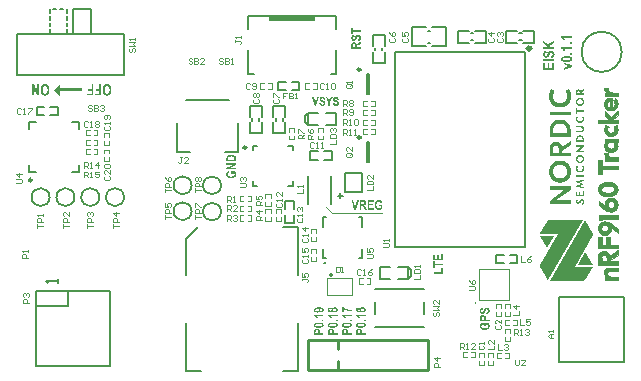
<source format=gto>
G04*
G04 #@! TF.GenerationSoftware,Altium Limited,Altium Designer,20.0.9 (164)*
G04*
G04 Layer_Color=65535*
%FSLAX24Y24*%
%MOIN*%
G70*
G01*
G75*
%ADD10C,0.0000*%
%ADD11C,0.0079*%
%ADD12C,0.0059*%
%ADD13C,0.0098*%
%ADD14C,0.0039*%
%ADD15C,0.0118*%
%ADD16C,0.0079*%
%ADD17C,0.0060*%
%ADD18C,0.0060*%
%ADD19C,0.0049*%
%ADD20C,0.0080*%
%ADD21C,0.0100*%
%ADD22C,0.0050*%
%ADD23R,0.1575X0.0197*%
G36*
X14174Y9533D02*
X14070Y9462D01*
Y9444D01*
X14174D01*
Y9397D01*
X13914D01*
Y9493D01*
X13914Y9502D01*
X13915Y9507D01*
X13916Y9514D01*
X13919Y9525D01*
X13922Y9533D01*
X13925Y9540D01*
X13931Y9548D01*
X13935Y9552D01*
X13943Y9560D01*
X13949Y9564D01*
X13955Y9568D01*
X13960Y9570D01*
X13965Y9572D01*
X13976Y9575D01*
X13981Y9576D01*
X13990Y9576D01*
X13995Y9576D01*
X14000Y9576D01*
X14005Y9576D01*
X14011Y9575D01*
X14017Y9573D01*
X14025Y9570D01*
X14030Y9568D01*
X14036Y9565D01*
X14044Y9558D01*
X14051Y9551D01*
X14055Y9546D01*
X14060Y9539D01*
X14064Y9529D01*
X14067Y9521D01*
X14068Y9516D01*
X14174Y9592D01*
Y9533D01*
D02*
G37*
G36*
X-3297Y9606D02*
X-2547D01*
X-2547Y9508D01*
X-3297Y9508D01*
X-3297Y9368D01*
X-3487Y9557D01*
X-3297Y9747D01*
Y9606D01*
D02*
G37*
G36*
X14981Y9600D02*
X14981Y9600D01*
X14981Y9599D01*
X14981Y9595D01*
X14981Y9591D01*
X14981Y9588D01*
X14982Y9584D01*
X14982Y9580D01*
X14982Y9577D01*
X14982Y9577D01*
X14982Y9573D01*
X14982D01*
Y9573D01*
X14983Y9571D01*
X14983Y9568D01*
X14984Y9565D01*
X14984Y9562D01*
X14984Y9561D01*
X14984D01*
X14985Y9559D01*
X14985Y9556D01*
X14986Y9553D01*
X14986Y9553D01*
X14986Y9553D01*
X14986Y9550D01*
X14986Y9550D01*
X14986D01*
X14987Y9548D01*
X14988Y9545D01*
X14988Y9543D01*
X14989Y9542D01*
X14989Y9542D01*
X14989Y9540D01*
X14989Y9540D01*
X14989D01*
X14990Y9539D01*
X14990Y9537D01*
X14990Y9537D01*
X14991Y9536D01*
X14991Y9534D01*
X14992Y9532D01*
X14993Y9530D01*
Y9530D01*
X14993Y9530D01*
X14993Y9529D01*
X14994Y9527D01*
X14995Y9525D01*
X14996Y9523D01*
X14997Y9521D01*
X14998Y9520D01*
X14999Y9518D01*
X15000Y9516D01*
X15001Y9514D01*
X15003Y9512D01*
X15004Y9510D01*
X15005Y9508D01*
X15007Y9507D01*
X15007Y9507D01*
X15008Y9505D01*
X15008Y9505D01*
X15008Y9505D01*
X15008Y9505D01*
X15009Y9504D01*
X15010Y9502D01*
X15012Y9500D01*
X15013Y9499D01*
X15014Y9498D01*
X15014Y9498D01*
X15014Y9498D01*
X15015Y9498D01*
X15016Y9496D01*
X15016Y9496D01*
X15017Y9496D01*
X15018Y9495D01*
X15020Y9493D01*
X15022Y9492D01*
X15023Y9491D01*
X15025Y9489D01*
X15027Y9488D01*
X15029Y9487D01*
X15029Y9486D01*
X15029Y9486D01*
X15031Y9485D01*
X15033Y9484D01*
X15035Y9483D01*
X15037Y9482D01*
X15038Y9482D01*
X15038Y9482D01*
X15038Y9482D01*
X15039Y9481D01*
X15041Y9480D01*
X15044Y9479D01*
X15045Y9479D01*
X15046Y9478D01*
X15048Y9477D01*
X15048Y9477D01*
X15048Y9477D01*
X15049Y9477D01*
X15049Y9477D01*
X15052Y9476D01*
X15055Y9475D01*
X15057Y9474D01*
X15058Y9474D01*
X15058Y9474D01*
X15058Y9474D01*
Y9474D01*
X15058Y9474D01*
X15060Y9473D01*
X15063Y9473D01*
X15066Y9472D01*
X15069Y9471D01*
X15070Y9471D01*
Y9471D01*
X15072Y9470D01*
X15073Y9470D01*
X15076Y9470D01*
X15079Y9469D01*
X15079Y9469D01*
X15080Y9469D01*
X15082Y9469D01*
X15082Y9469D01*
X15082Y9469D01*
X15085Y9468D01*
X15088Y9468D01*
X15092Y9467D01*
X15092Y9467D01*
X15095Y9467D01*
X15098Y9467D01*
X15102Y9467D01*
X15106Y9466D01*
X15106Y9466D01*
X15109Y9466D01*
X15111Y9466D01*
X15115Y9466D01*
X15120Y9466D01*
X15124Y9466D01*
X15124Y9466D01*
Y9466D01*
X15298D01*
Y9354D01*
X14873D01*
Y9465D01*
X14963D01*
X14963Y9465D01*
X14963Y9465D01*
X14963Y9465D01*
X14963Y9465D01*
Y9465D01*
Y9467D01*
Y9467D01*
X14963Y9467D01*
X14963Y9467D01*
X14963Y9467D01*
X14963Y9467D01*
Y9467D01*
X14962Y9467D01*
X14959Y9468D01*
X14956Y9469D01*
X14956Y9470D01*
X14953Y9471D01*
X14950Y9472D01*
X14947Y9473D01*
X14944Y9474D01*
X14941Y9476D01*
X14938Y9477D01*
X14935Y9479D01*
X14932Y9480D01*
X14932Y9481D01*
X14929Y9482D01*
X14927Y9483D01*
X14924Y9485D01*
X14922Y9486D01*
X14919Y9488D01*
X14919Y9489D01*
X14916Y9490D01*
X14916Y9491D01*
X14914Y9492D01*
X14911Y9494D01*
X14909Y9496D01*
X14907Y9497D01*
X14905Y9499D01*
X14903Y9501D01*
X14901Y9503D01*
X14901Y9503D01*
X14898Y9506D01*
X14896Y9508D01*
X14896Y9509D01*
X14894Y9511D01*
X14892Y9513D01*
X14890Y9515D01*
X14889Y9517D01*
X14887Y9519D01*
X14885Y9522D01*
X14884Y9523D01*
X14882Y9526D01*
X14881Y9528D01*
X14879Y9530D01*
X14878Y9533D01*
X14877Y9535D01*
X14875Y9537D01*
X14874Y9540D01*
X14873Y9542D01*
X14872Y9545D01*
X14871Y9547D01*
X14870Y9550D01*
X14869Y9552D01*
X14868Y9555D01*
X14867Y9557D01*
X14866Y9560D01*
X14866Y9562D01*
X14865Y9565D01*
X14864Y9568D01*
X14863Y9572D01*
X14863Y9575D01*
X14862Y9578D01*
X14862Y9581D01*
X14861Y9584D01*
X14861Y9584D01*
X14861Y9587D01*
X14861Y9591D01*
X14861Y9591D01*
X14860Y9595D01*
X14860Y9598D01*
X14860Y9601D01*
X14860Y9604D01*
X14860Y9607D01*
X14860Y9608D01*
X14860Y9608D01*
Y9612D01*
X14981Y9612D01*
Y9600D01*
D02*
G37*
G36*
X15108Y8968D02*
Y8964D01*
X15108Y8964D01*
X15108D01*
X15108Y8964D01*
X15108Y8964D01*
X15108Y8964D01*
X15108Y8964D01*
X15109Y8964D01*
X15112Y8964D01*
X15112Y8964D01*
X15112Y8964D01*
X15115Y8965D01*
X15117Y8965D01*
X15120Y8966D01*
X15123Y8966D01*
X15126Y8967D01*
X15127Y8967D01*
X15127Y8967D01*
X15127Y8967D01*
X15127Y8967D01*
X15129Y8967D01*
X15131Y8968D01*
X15134Y8969D01*
X15136Y8969D01*
X15138Y8970D01*
X15141Y8971D01*
X15141Y8971D01*
X15141Y8971D01*
X15143Y8972D01*
X15144Y8972D01*
X15144Y8972D01*
X15144Y8972D01*
X15145Y8973D01*
X15148Y8974D01*
X15150Y8975D01*
X15152Y8976D01*
X15154Y8977D01*
X15156Y8978D01*
X15158Y8979D01*
X15159Y8980D01*
X15159Y8980D01*
X15159Y8980D01*
X15159Y8980D01*
X15159Y8980D01*
X15160Y8980D01*
X15161Y8981D01*
X15162Y8981D01*
X15162Y8981D01*
X15163Y8982D01*
X15165Y8983D01*
X15167Y8985D01*
X15169Y8986D01*
X15171Y8987D01*
X15173Y8989D01*
X15175Y8990D01*
X15176Y8992D01*
X15178Y8994D01*
X15180Y8995D01*
X15181Y8997D01*
X15183Y8998D01*
X15184Y9000D01*
X15185Y9001D01*
X15185Y9001D01*
X15185Y9001D01*
X15187Y9003D01*
X15187Y9004D01*
X15188Y9005D01*
X15190Y9007D01*
X15191Y9009D01*
X15192Y9011D01*
X15194Y9013D01*
X15195Y9016D01*
X15196Y9018D01*
X15198Y9020D01*
X15199Y9022D01*
X15200Y9025D01*
X15201Y9027D01*
X15202Y9029D01*
X15203Y9032D01*
X15204Y9034D01*
X15205Y9037D01*
X15205Y9039D01*
X15206Y9041D01*
X15207Y9043D01*
X15207Y9044D01*
X15207Y9044D01*
X15207Y9046D01*
X15207Y9047D01*
X15207Y9047D01*
X15208Y9048D01*
X15208Y9050D01*
X15209Y9053D01*
X15209Y9056D01*
X15210Y9059D01*
X15210Y9061D01*
X15211Y9064D01*
X15211Y9065D01*
X15211D01*
X15211Y9065D01*
X15211Y9068D01*
X15211Y9071D01*
X15212Y9074D01*
X15212Y9078D01*
X15212Y9081D01*
X15212Y9084D01*
X15212Y9084D01*
X15212D01*
X15212Y9087D01*
X15212Y9087D01*
X15212Y9090D01*
X15212Y9093D01*
X15211Y9096D01*
X15211Y9099D01*
X15211Y9102D01*
X15210Y9105D01*
X15210Y9108D01*
X15210Y9111D01*
X15209Y9114D01*
X15208Y9117D01*
X15208Y9119D01*
X15207Y9122D01*
X15206Y9125D01*
X15206Y9128D01*
X15205Y9131D01*
X15204Y9134D01*
X15203Y9137D01*
X15202Y9140D01*
X15201Y9142D01*
X15200Y9145D01*
X15198Y9148D01*
X15197Y9151D01*
X15196Y9153D01*
X15195Y9156D01*
X15193Y9159D01*
X15192Y9160D01*
X15192Y9161D01*
X15191Y9163D01*
X15191Y9163D01*
X15191Y9163D01*
X15190Y9164D01*
X15190Y9164D01*
X15188Y9167D01*
X15187Y9170D01*
X15185Y9173D01*
X15183Y9176D01*
X15181Y9178D01*
X15179Y9181D01*
X15177Y9184D01*
X15175Y9186D01*
X15175Y9188D01*
X15175Y9188D01*
Y9188D01*
X15175Y9188D01*
X15175Y9188D01*
X15174Y9188D01*
X15172Y9191D01*
X15169Y9194D01*
X15167Y9197D01*
X15165Y9199D01*
X15165Y9199D01*
X15164Y9200D01*
X15162Y9203D01*
X15159Y9206D01*
X15156Y9208D01*
X15154Y9211D01*
X15236Y9268D01*
X15238Y9265D01*
X15241Y9262D01*
X15244Y9259D01*
X15246Y9255D01*
X15249Y9252D01*
X15252Y9249D01*
X15255Y9245D01*
X15257Y9242D01*
X15260Y9238D01*
X15263Y9235D01*
X15265Y9231D01*
X15267Y9228D01*
X15270Y9224D01*
X15272Y9220D01*
X15275Y9217D01*
X15277Y9213D01*
X15279Y9209D01*
X15281Y9205D01*
X15283Y9202D01*
X15286Y9198D01*
X15288Y9194D01*
X15289Y9191D01*
X15291Y9188D01*
X15292Y9185D01*
X15293Y9183D01*
X15294Y9180D01*
X15295Y9177D01*
X15297Y9174D01*
X15298Y9171D01*
X15299Y9168D01*
X15300Y9164D01*
X15301Y9161D01*
X15302Y9158D01*
X15303Y9155D01*
X15304Y9152D01*
X15304Y9150D01*
X15305Y9147D01*
X15306Y9143D01*
X15307Y9140D01*
X15307Y9136D01*
X15308Y9133D01*
X15308Y9130D01*
X15308Y9129D01*
X15308D01*
X15309Y9126D01*
X15309Y9122D01*
X15310Y9118D01*
X15310Y9114D01*
X15311Y9111D01*
X15311Y9107D01*
X15311Y9104D01*
X15311Y9101D01*
X15312Y9097D01*
X15312Y9093D01*
X15312Y9088D01*
X15312Y9087D01*
X15312Y9084D01*
X15312Y9080D01*
X15312Y9079D01*
X15312Y9075D01*
X15312Y9071D01*
X15311Y9067D01*
X15311Y9063D01*
X15311Y9059D01*
X15310Y9054D01*
X15310Y9050D01*
X15310Y9048D01*
X15309Y9044D01*
X15309Y9041D01*
X15309Y9040D01*
X15308Y9036D01*
X15308Y9032D01*
X15307Y9028D01*
X15306Y9025D01*
X15306Y9023D01*
X15305Y9019D01*
X15305Y9019D01*
X15304Y9016D01*
X15304Y9014D01*
X15303Y9011D01*
X15302Y9007D01*
X15301Y9004D01*
X15300Y9000D01*
X15299Y8997D01*
X15298Y8994D01*
X15296Y8990D01*
X15295Y8988D01*
X15294Y8985D01*
X15293Y8981D01*
X15293Y8981D01*
X15291Y8978D01*
X15290Y8975D01*
X15288Y8971D01*
X15287Y8968D01*
X15286Y8966D01*
X15284Y8963D01*
X15283Y8960D01*
X15282Y8959D01*
X15280Y8956D01*
X15278Y8953D01*
X15277Y8950D01*
X15275Y8948D01*
X15273Y8945D01*
X15271Y8942D01*
X15269Y8940D01*
X15267Y8937D01*
X15265Y8934D01*
X15263Y8932D01*
X15261Y8929D01*
X15259Y8927D01*
X15256Y8924D01*
X15254Y8922D01*
X15252Y8919D01*
X15249Y8917D01*
X15247Y8915D01*
X15245Y8912D01*
X15242Y8910D01*
X15240Y8908D01*
X15237Y8906D01*
X15235Y8904D01*
X15232Y8901D01*
X15230Y8899D01*
X15227Y8897D01*
X15224Y8895D01*
X15221Y8894D01*
X15219Y8892D01*
X15216Y8890D01*
X15213Y8888D01*
X15210Y8886D01*
X15207Y8885D01*
X15205Y8883D01*
X15202Y8882D01*
X15199Y8880D01*
X15196Y8878D01*
X15193Y8877D01*
X15189Y8876D01*
X15186Y8874D01*
X15183Y8873D01*
X15180Y8871D01*
X15176Y8870D01*
X15173Y8869D01*
X15170Y8868D01*
X15167Y8867D01*
X15163Y8866D01*
X15160Y8865D01*
X15156Y8864D01*
X15153Y8863D01*
X15150Y8862D01*
X15146Y8861D01*
X15143Y8860D01*
X15141Y8860D01*
X15138Y8859D01*
X15134Y8859D01*
X15131Y8858D01*
X15128Y8858D01*
X15124Y8857D01*
X15120Y8857D01*
X15116Y8856D01*
X15116Y8856D01*
X15113Y8856D01*
X15109Y8856D01*
X15107Y8855D01*
X15103Y8855D01*
X15099Y8855D01*
X15095Y8855D01*
X15091Y8855D01*
X15087Y8855D01*
X15086Y8855D01*
X15086Y8855D01*
X15086Y8855D01*
Y8855D01*
X15086Y8855D01*
X15082Y8855D01*
X15078Y8855D01*
X15074Y8855D01*
X15070Y8855D01*
X15066Y8855D01*
X15062Y8856D01*
X15058Y8856D01*
X15054Y8857D01*
X15051Y8857D01*
X15047Y8857D01*
X15044Y8858D01*
X15044Y8858D01*
X15040Y8858D01*
X15036Y8859D01*
X15033Y8860D01*
X15029Y8860D01*
X15026Y8861D01*
X15023Y8862D01*
X15023Y8862D01*
X15020Y8863D01*
X15019Y8863D01*
X15015Y8864D01*
X15012Y8865D01*
X15008Y8866D01*
X15005Y8867D01*
X15002Y8868D01*
X14998Y8869D01*
X14995Y8870D01*
X14992Y8871D01*
X14989Y8872D01*
X14989Y8872D01*
X14989Y8873D01*
X14985Y8874D01*
X14982Y8875D01*
X14979Y8877D01*
X14976Y8878D01*
X14973Y8880D01*
X14971Y8881D01*
X14968Y8882D01*
X14964Y8884D01*
X14964Y8884D01*
X14961Y8886D01*
X14958Y8888D01*
X14955Y8889D01*
X14953Y8891D01*
X14950Y8893D01*
X14947Y8895D01*
X14944Y8897D01*
X14942Y8899D01*
X14939Y8901D01*
X14936Y8903D01*
X14934Y8905D01*
X14931Y8907D01*
X14929Y8909D01*
X14926Y8912D01*
X14924Y8914D01*
X14922Y8916D01*
X14919Y8918D01*
X14917Y8920D01*
X14915Y8923D01*
X14913Y8925D01*
X14910Y8927D01*
X14908Y8930D01*
X14906Y8932D01*
X14904Y8935D01*
X14902Y8938D01*
X14900Y8940D01*
X14898Y8943D01*
X14896Y8946D01*
X14894Y8948D01*
X14893Y8951D01*
X14891Y8954D01*
X14889Y8957D01*
X14888Y8960D01*
X14887Y8960D01*
X14886Y8963D01*
X14885Y8965D01*
X14883Y8968D01*
X14882Y8971D01*
X14880Y8974D01*
X14879Y8977D01*
X14877Y8980D01*
X14876Y8983D01*
X14875Y8986D01*
X14874Y8989D01*
X14872Y8993D01*
X14871Y8996D01*
X14870Y8999D01*
X14869Y9002D01*
X14868Y9005D01*
X14867Y9009D01*
X14867Y9010D01*
X14866Y9014D01*
X14865Y9017D01*
X14865Y9020D01*
X14864Y9024D01*
X14863Y9027D01*
X14863Y9031D01*
X14862Y9034D01*
X14862Y9037D01*
X14861Y9041D01*
X14861Y9044D01*
X14860Y9047D01*
X14860Y9051D01*
X14860Y9055D01*
X14859Y9059D01*
X14859Y9059D01*
X14859Y9063D01*
X14859Y9066D01*
X14859Y9068D01*
X14859Y9072D01*
X14859Y9072D01*
X14859Y9076D01*
X14859Y9076D01*
X14859Y9079D01*
X14859Y9080D01*
X14859Y9084D01*
X14859Y9088D01*
X14859Y9092D01*
X14860Y9096D01*
X14860Y9100D01*
X14860Y9104D01*
X14861Y9108D01*
X14861Y9110D01*
X14861Y9113D01*
X14862Y9116D01*
X14862Y9118D01*
X14863Y9121D01*
X14863Y9125D01*
X14864Y9127D01*
X14864Y9130D01*
X14864Y9130D01*
X14865Y9134D01*
X14866Y9137D01*
X14867Y9140D01*
X14868Y9143D01*
X14869Y9147D01*
X14869Y9147D01*
X14869Y9147D01*
X14869Y9147D01*
X14869Y9147D01*
X14870Y9150D01*
X14871Y9153D01*
X14872Y9156D01*
X14873Y9159D01*
X14874Y9162D01*
X14875Y9165D01*
X14876Y9168D01*
X14878Y9171D01*
X14879Y9174D01*
X14879Y9174D01*
X14881Y9177D01*
X14882Y9180D01*
X14883Y9183D01*
X14885Y9185D01*
X14886Y9188D01*
X14888Y9191D01*
X14890Y9193D01*
X14891Y9196D01*
X14893Y9198D01*
X14895Y9201D01*
X14897Y9203D01*
X14898Y9206D01*
X14900Y9208D01*
X14902Y9210D01*
X14904Y9213D01*
X14906Y9215D01*
X14908Y9217D01*
X14910Y9219D01*
X14913Y9222D01*
X14915Y9224D01*
X14916Y9225D01*
X14919Y9228D01*
X14920Y9228D01*
X14922Y9231D01*
X14925Y9233D01*
X14927Y9235D01*
X14930Y9237D01*
X14932Y9239D01*
X14935Y9241D01*
X14937Y9242D01*
X14940Y9244D01*
X14943Y9246D01*
X14945Y9248D01*
X14948Y9249D01*
X14951Y9251D01*
X14954Y9253D01*
X14957Y9254D01*
X14959Y9256D01*
X14962Y9257D01*
X14965Y9259D01*
X14968Y9260D01*
X14971Y9261D01*
X14974Y9262D01*
X14974Y9262D01*
X14975Y9263D01*
X14978Y9264D01*
X14981Y9265D01*
X14985Y9266D01*
X14988Y9268D01*
X14992Y9269D01*
X14995Y9270D01*
X14998Y9271D01*
X15002Y9272D01*
X15004Y9272D01*
X15007Y9273D01*
X15007Y9273D01*
Y9273D01*
X15011Y9274D01*
X15014Y9275D01*
X15018Y9276D01*
X15022Y9276D01*
X15022Y9276D01*
X15026Y9277D01*
X15029Y9278D01*
X15033Y9278D01*
X15037Y9279D01*
X15041Y9279D01*
X15045Y9280D01*
X15046Y9280D01*
X15048Y9280D01*
X15053Y9280D01*
X15057Y9281D01*
X15061Y9281D01*
X15065Y9281D01*
Y9281D01*
X15067Y9281D01*
X15072Y9282D01*
X15077Y9282D01*
X15081Y9282D01*
X15083Y9282D01*
X15086Y9282D01*
X15108D01*
Y8968D01*
D02*
G37*
G36*
X13682Y9582D02*
X13693Y9564D01*
X13701Y9547D01*
X13710Y9529D01*
X13717Y9510D01*
X13724Y9491D01*
X13729Y9475D01*
X13731Y9466D01*
X13735Y9451D01*
X13738Y9436D01*
X13740Y9423D01*
X13742Y9409D01*
X13742Y9400D01*
X13743Y9387D01*
X13744Y9376D01*
X13745Y9357D01*
X13744Y9342D01*
X13744Y9326D01*
X13743Y9315D01*
X13742Y9303D01*
X13741Y9292D01*
X13739Y9281D01*
X13737Y9267D01*
X13735Y9256D01*
X13731Y9242D01*
X13728Y9230D01*
X13725Y9219D01*
X13721Y9207D01*
X13716Y9195D01*
X13711Y9182D01*
X13708Y9176D01*
X13702Y9163D01*
X13699Y9156D01*
X13686Y9134D01*
X13681Y9126D01*
X13675Y9117D01*
X13659Y9097D01*
X13647Y9083D01*
X13630Y9066D01*
X13618Y9055D01*
X13603Y9043D01*
X13591Y9035D01*
X13577Y9026D01*
X13565Y9020D01*
X13555Y9014D01*
X13538Y9006D01*
X13522Y9000D01*
X13508Y8995D01*
X13496Y8991D01*
X13483Y8987D01*
X13466Y8983D01*
X13450Y8980D01*
X13434Y8978D01*
X13419Y8976D01*
X13409Y8975D01*
X13394Y8975D01*
X13379Y8974D01*
X13364Y8975D01*
X13352Y8975D01*
X13340Y8976D01*
X13324Y8978D01*
X13315Y8979D01*
X13298Y8982D01*
X13287Y8984D01*
X13270Y8988D01*
X13252Y8994D01*
X13245Y8996D01*
X13231Y9001D01*
X13224Y9004D01*
X13216Y9008D01*
X13207Y9012D01*
X13198Y9016D01*
X13188Y9022D01*
X13175Y9029D01*
X13158Y9041D01*
X13139Y9056D01*
X13123Y9071D01*
X13109Y9085D01*
X13101Y9093D01*
X13092Y9105D01*
X13084Y9115D01*
X13078Y9123D01*
X13073Y9132D01*
X13068Y9139D01*
X13060Y9154D01*
X13056Y9161D01*
X13050Y9174D01*
X13044Y9187D01*
X13039Y9200D01*
X13035Y9212D01*
X13031Y9224D01*
X13028Y9235D01*
X13023Y9253D01*
X13020Y9270D01*
X13017Y9286D01*
X13015Y9303D01*
X13014Y9321D01*
X13013Y9332D01*
X13013Y9349D01*
X13013Y9361D01*
X13013Y9379D01*
X13014Y9396D01*
X13016Y9413D01*
X13018Y9427D01*
X13021Y9444D01*
X13025Y9464D01*
X13031Y9484D01*
X13038Y9507D01*
X13045Y9525D01*
X13053Y9542D01*
X13057Y9549D01*
X13063Y9561D01*
X13070Y9573D01*
X13076Y9584D01*
X13084Y9595D01*
X13090Y9604D01*
X13202Y9530D01*
X13201Y9528D01*
X13191Y9513D01*
X13184Y9502D01*
X13177Y9489D01*
X13170Y9474D01*
X13164Y9460D01*
X13160Y9448D01*
X13155Y9432D01*
X13152Y9420D01*
X13149Y9409D01*
X13148Y9398D01*
X13146Y9385D01*
X13145Y9372D01*
X13144Y9363D01*
X13144Y9355D01*
X13144Y9348D01*
X13144Y9337D01*
X13145Y9329D01*
X13146Y9321D01*
X13147Y9309D01*
X13148Y9301D01*
X13150Y9293D01*
X13153Y9281D01*
X13157Y9269D01*
X13160Y9260D01*
X13163Y9251D01*
X13169Y9238D01*
X13174Y9228D01*
X13181Y9217D01*
X13189Y9204D01*
X13195Y9197D01*
X13203Y9187D01*
X13211Y9179D01*
X13221Y9170D01*
X13234Y9159D01*
X13245Y9152D01*
X13260Y9143D01*
X13271Y9137D01*
X13280Y9133D01*
X13293Y9128D01*
X13301Y9126D01*
X13313Y9123D01*
X13323Y9120D01*
X13337Y9118D01*
X13350Y9116D01*
X13363Y9115D01*
X13382Y9115D01*
X13400Y9116D01*
X13416Y9117D01*
X13433Y9120D01*
X13447Y9123D01*
X13462Y9128D01*
X13475Y9133D01*
X13491Y9139D01*
X13503Y9146D01*
X13519Y9156D01*
X13536Y9169D01*
X13546Y9179D01*
X13555Y9188D01*
X13564Y9199D01*
X13570Y9207D01*
X13574Y9213D01*
X13578Y9219D01*
X13584Y9230D01*
X13589Y9240D01*
X13595Y9254D01*
X13600Y9267D01*
X13604Y9280D01*
X13607Y9292D01*
X13610Y9308D01*
X13612Y9327D01*
X13613Y9347D01*
X13613Y9360D01*
X13612Y9378D01*
X13610Y9395D01*
X13608Y9408D01*
X13605Y9422D01*
X13601Y9437D01*
X13598Y9445D01*
X13594Y9457D01*
X13590Y9467D01*
X13580Y9488D01*
X13570Y9507D01*
X13562Y9520D01*
X13555Y9530D01*
X13667Y9604D01*
X13682Y9582D01*
D02*
G37*
G36*
X14062Y9299D02*
X14074Y9297D01*
X14079Y9296D01*
X14088Y9293D01*
X14094Y9291D01*
X14102Y9288D01*
X14110Y9284D01*
X14115Y9281D01*
X14122Y9277D01*
X14128Y9273D01*
X14134Y9268D01*
X14140Y9262D01*
X14146Y9256D01*
X14154Y9246D01*
X14157Y9241D01*
X14160Y9236D01*
X14165Y9227D01*
X14169Y9219D01*
X14171Y9212D01*
X14174Y9205D01*
X14175Y9198D01*
X14177Y9189D01*
X14178Y9183D01*
X14179Y9174D01*
X14179Y9168D01*
X14179Y9155D01*
X14179Y9150D01*
X14178Y9144D01*
X14177Y9135D01*
X14175Y9126D01*
X14173Y9119D01*
X14169Y9109D01*
X14166Y9101D01*
X14162Y9093D01*
X14159Y9088D01*
X14155Y9083D01*
X14150Y9076D01*
X14146Y9070D01*
X14140Y9065D01*
X14135Y9060D01*
X14128Y9054D01*
X14122Y9050D01*
X14116Y9046D01*
X14106Y9041D01*
X14098Y9038D01*
X14092Y9035D01*
X14086Y9033D01*
X14077Y9031D01*
X14070Y9030D01*
X14062Y9029D01*
X14045Y9028D01*
X14039Y9028D01*
X14031Y9028D01*
X14019Y9030D01*
X14009Y9032D01*
X14000Y9034D01*
X13994Y9036D01*
X13984Y9040D01*
X13975Y9044D01*
X13970Y9048D01*
X13963Y9052D01*
X13956Y9057D01*
X13946Y9066D01*
X13941Y9071D01*
X13937Y9076D01*
X13934Y9081D01*
X13930Y9087D01*
X13927Y9091D01*
X13925Y9096D01*
X13919Y9108D01*
X13916Y9115D01*
X13913Y9125D01*
X13912Y9132D01*
X13911Y9138D01*
X13909Y9146D01*
X13909Y9152D01*
X13908Y9160D01*
Y9166D01*
X13909Y9172D01*
X13909Y9181D01*
X13910Y9187D01*
X13911Y9193D01*
X13913Y9199D01*
X13914Y9206D01*
X13916Y9212D01*
X13921Y9224D01*
X13925Y9232D01*
X13928Y9236D01*
X13931Y9241D01*
X13934Y9247D01*
X13940Y9254D01*
X13943Y9258D01*
X13948Y9263D01*
X13957Y9270D01*
X13961Y9274D01*
X13966Y9277D01*
X13972Y9281D01*
X13977Y9284D01*
X13986Y9288D01*
X13993Y9291D01*
X14000Y9293D01*
X14006Y9295D01*
X14011Y9296D01*
X14016Y9297D01*
X14026Y9299D01*
X14035Y9299D01*
X14046Y9300D01*
X14062Y9299D01*
D02*
G37*
G36*
X13959Y8884D02*
X14174D01*
Y8836D01*
X13959D01*
Y8765D01*
X13914Y8765D01*
Y8955D01*
X13959D01*
Y8884D01*
D02*
G37*
G36*
X13730Y8706D02*
X13028D01*
Y8836D01*
X13730D01*
Y8706D01*
D02*
G37*
G36*
X15298Y8720D02*
X15101Y8565D01*
X15099Y8563D01*
X15094Y8560D01*
X15094Y8560D01*
X15094Y8560D01*
X15094Y8560D01*
X15094Y8560D01*
X15094Y8560D01*
X15094Y8560D01*
X15094Y8560D01*
X15094Y8560D01*
X15094Y8560D01*
X15094Y8560D01*
Y8560D01*
X15094Y8560D01*
X15094Y8560D01*
X15094Y8560D01*
X15094Y8560D01*
Y8560D01*
X15094Y8560D01*
X15094Y8560D01*
Y8560D01*
X15094Y8560D01*
X15094Y8560D01*
X15094Y8560D01*
X15095Y8560D01*
X15095Y8560D01*
X15095Y8560D01*
X15095Y8560D01*
X15095Y8560D01*
X15095Y8560D01*
X15095Y8560D01*
X15298D01*
Y8447D01*
X14654D01*
Y8560D01*
X15049D01*
X15049Y8560D01*
X15049Y8560D01*
X15049Y8560D01*
X15049Y8560D01*
X15049Y8560D01*
X15049Y8560D01*
X15049Y8560D01*
X15049Y8560D01*
X15049Y8560D01*
X15049Y8560D01*
X15049Y8560D01*
X15049Y8560D01*
Y8560D01*
X15049Y8560D01*
X15049Y8560D01*
X15049Y8560D01*
X15049Y8560D01*
X15049D01*
X15049Y8560D01*
X15049Y8560D01*
X15049Y8560D01*
X15049Y8560D01*
X15049Y8560D01*
X15049Y8560D01*
X15049Y8560D01*
X15049Y8560D01*
X15049Y8560D01*
X15049Y8560D01*
X15045Y8563D01*
X15042Y8566D01*
X14873Y8700D01*
Y8843D01*
X15066Y8670D01*
X15066Y8670D01*
X15066Y8670D01*
X15066Y8670D01*
X15066Y8670D01*
X15066Y8670D01*
X15066Y8670D01*
X15066Y8670D01*
X15066Y8670D01*
X15066Y8670D01*
X15066Y8670D01*
X15066Y8670D01*
X15066Y8670D01*
X15066Y8670D01*
X15066Y8670D01*
X15298Y8867D01*
Y8720D01*
D02*
G37*
G36*
X14153Y8684D02*
X14157Y8679D01*
X14162Y8669D01*
X14166Y8661D01*
X14170Y8651D01*
X14174Y8640D01*
X14175Y8636D01*
X14176Y8631D01*
X14177Y8624D01*
X14178Y8617D01*
X14179Y8608D01*
X14179Y8600D01*
X14179Y8593D01*
X14179Y8587D01*
X14179Y8581D01*
X14178Y8572D01*
X14177Y8564D01*
X14175Y8558D01*
X14173Y8549D01*
X14172Y8545D01*
X14170Y8538D01*
X14167Y8532D01*
X14164Y8524D01*
X14159Y8517D01*
X14153Y8508D01*
X14148Y8500D01*
X14143Y8495D01*
X14134Y8486D01*
X14127Y8480D01*
X14118Y8474D01*
X14113Y8472D01*
X14110Y8470D01*
X14106Y8468D01*
X14100Y8465D01*
X14092Y8462D01*
X14083Y8460D01*
X14074Y8458D01*
X14066Y8456D01*
X14061Y8456D01*
X14053Y8455D01*
X14048Y8455D01*
X14042Y8455D01*
X14037Y8455D01*
X14033Y8455D01*
X14026Y8456D01*
X14020Y8457D01*
X14014Y8458D01*
X14008Y8459D01*
X13997Y8462D01*
X13992Y8464D01*
X13987Y8466D01*
X13981Y8469D01*
X13973Y8472D01*
X13969Y8475D01*
X13962Y8480D01*
X13949Y8491D01*
X13941Y8499D01*
X13938Y8503D01*
X13935Y8507D01*
X13931Y8513D01*
X13927Y8519D01*
X13925Y8524D01*
X13922Y8529D01*
X13920Y8534D01*
X13918Y8539D01*
X13916Y8545D01*
X13915Y8549D01*
X13913Y8555D01*
X13912Y8560D01*
X13911Y8566D01*
X13910Y8575D01*
X13909Y8583D01*
X13909Y8595D01*
X13909Y8603D01*
X13909Y8611D01*
X13910Y8621D01*
X13912Y8631D01*
X13915Y8643D01*
X13919Y8654D01*
X13924Y8665D01*
X13925Y8668D01*
X13929Y8675D01*
X13932Y8680D01*
X13937Y8688D01*
X13979Y8660D01*
X13978Y8659D01*
X13975Y8654D01*
X13972Y8650D01*
X13970Y8646D01*
X13968Y8641D01*
X13966Y8637D01*
X13963Y8629D01*
X13961Y8622D01*
X13958Y8610D01*
X13957Y8600D01*
X13957Y8597D01*
X13957Y8590D01*
X13958Y8583D01*
X13959Y8577D01*
X13960Y8571D01*
X13961Y8566D01*
X13963Y8559D01*
X13966Y8553D01*
X13971Y8545D01*
X13974Y8540D01*
X13979Y8534D01*
X13986Y8526D01*
X13995Y8520D01*
X14002Y8516D01*
X14006Y8514D01*
X14011Y8512D01*
X14018Y8510D01*
X14024Y8509D01*
X14030Y8508D01*
X14035Y8507D01*
X14041Y8507D01*
X14046Y8507D01*
X14052Y8507D01*
X14059Y8508D01*
X14065Y8509D01*
X14074Y8511D01*
X14082Y8514D01*
X14087Y8517D01*
X14096Y8522D01*
X14105Y8529D01*
X14113Y8538D01*
X14118Y8546D01*
X14119Y8548D01*
X14122Y8553D01*
X14124Y8558D01*
X14126Y8563D01*
X14128Y8571D01*
X14129Y8575D01*
X14130Y8583D01*
X14131Y8588D01*
X14131Y8597D01*
X14130Y8604D01*
X14130Y8611D01*
X14127Y8623D01*
X14126Y8627D01*
X14125Y8630D01*
X14123Y8636D01*
X14120Y8641D01*
X14118Y8645D01*
X14115Y8651D01*
X14113Y8656D01*
X14109Y8660D01*
X14151Y8688D01*
X14153Y8684D01*
D02*
G37*
G36*
X14078Y8356D02*
X14084Y8356D01*
X14091Y8355D01*
X14100Y8354D01*
X14108Y8352D01*
X14114Y8350D01*
X14121Y8347D01*
X14128Y8344D01*
X14136Y8339D01*
X14142Y8335D01*
X14148Y8330D01*
X14158Y8319D01*
X14161Y8314D01*
X14165Y8309D01*
X14168Y8303D01*
X14170Y8299D01*
X14172Y8292D01*
X14175Y8284D01*
X14176Y8278D01*
X14178Y8270D01*
X14178Y8264D01*
X14179Y8257D01*
X14179Y8250D01*
X14179Y8240D01*
X14178Y8233D01*
X14177Y8226D01*
X14176Y8220D01*
X14175Y8213D01*
X14173Y8207D01*
X14170Y8200D01*
X14166Y8192D01*
X14162Y8185D01*
X14155Y8175D01*
X14144Y8165D01*
X14135Y8159D01*
X14131Y8156D01*
X14125Y8153D01*
X14119Y8150D01*
X14111Y8148D01*
X14104Y8146D01*
X14094Y8144D01*
X14086Y8143D01*
X14079Y8142D01*
X14071Y8142D01*
X13914D01*
X13914Y8192D01*
X14068D01*
X14070Y8192D01*
X14079Y8193D01*
X14087Y8194D01*
X14094Y8196D01*
X14100Y8199D01*
X14106Y8202D01*
X14111Y8205D01*
X14115Y8209D01*
X14122Y8218D01*
X14125Y8223D01*
X14127Y8230D01*
X14129Y8238D01*
X14130Y8242D01*
X14130Y8248D01*
X14130Y8255D01*
X14129Y8260D01*
X14128Y8267D01*
X14126Y8273D01*
X14123Y8279D01*
X14120Y8283D01*
X14112Y8291D01*
X14107Y8296D01*
X14101Y8299D01*
X14094Y8302D01*
X14088Y8304D01*
X14081Y8305D01*
X14073Y8306D01*
X14068Y8306D01*
X13914D01*
Y8356D01*
X14071D01*
X14078Y8356D01*
D02*
G37*
G36*
X15271Y8383D02*
X15273Y8379D01*
X15275Y8376D01*
X15277Y8373D01*
X15279Y8369D01*
X15281Y8366D01*
X15283Y8362D01*
X15284Y8359D01*
X15286Y8355D01*
X15288Y8352D01*
X15289Y8348D01*
X15291Y8345D01*
X15292Y8341D01*
X15294Y8337D01*
X15295Y8334D01*
X15296Y8330D01*
X15298Y8326D01*
X15299Y8323D01*
X15300Y8319D01*
X15301Y8315D01*
X15302Y8312D01*
X15303Y8308D01*
X15304Y8304D01*
X15305Y8300D01*
X15306Y8296D01*
X15307Y8293D01*
X15307Y8289D01*
X15308Y8285D01*
X15309Y8281D01*
X15309Y8277D01*
X15310Y8274D01*
X15310Y8270D01*
X15310Y8266D01*
X15311Y8262D01*
X15311Y8258D01*
X15311Y8254D01*
X15312Y8250D01*
X15312Y8246D01*
X15312Y8243D01*
X15312Y8240D01*
X15312Y8237D01*
X15312Y8233D01*
X15312Y8232D01*
X15312Y8228D01*
X15312Y8224D01*
X15311Y8220D01*
X15311Y8216D01*
X15311Y8212D01*
X15310Y8208D01*
X15310Y8204D01*
X15310Y8201D01*
X15309Y8198D01*
X15309Y8197D01*
X15309Y8194D01*
X15309Y8193D01*
X15308Y8189D01*
X15307Y8185D01*
X15307Y8181D01*
X15306Y8177D01*
X15305Y8174D01*
X15304Y8170D01*
X15303Y8166D01*
X15303Y8164D01*
X15302Y8160D01*
X15302Y8160D01*
X15301Y8157D01*
X15300Y8155D01*
X15299Y8152D01*
X15298Y8148D01*
X15297Y8145D01*
X15296Y8142D01*
X15295Y8138D01*
X15293Y8135D01*
X15292Y8131D01*
X15290Y8128D01*
X15289Y8125D01*
X15287Y8122D01*
X15286Y8118D01*
X15284Y8115D01*
X15283Y8112D01*
X15281Y8110D01*
X15280Y8107D01*
X15278Y8104D01*
X15276Y8101D01*
X15274Y8098D01*
X15272Y8096D01*
X15271Y8093D01*
X15269Y8090D01*
X15267Y8087D01*
X15265Y8085D01*
X15262Y8082D01*
X15260Y8079D01*
X15258Y8077D01*
X15256Y8074D01*
X15254Y8072D01*
X15251Y8069D01*
X15249Y8067D01*
X15247Y8064D01*
X15244Y8062D01*
X15242Y8060D01*
X15239Y8057D01*
X15237Y8055D01*
X15234Y8053D01*
X15232Y8051D01*
X15229Y8049D01*
X15226Y8047D01*
X15224Y8044D01*
X15221Y8042D01*
X15218Y8041D01*
X15216Y8039D01*
X15213Y8037D01*
X15210Y8035D01*
X15207Y8033D01*
X15204Y8031D01*
X15201Y8030D01*
X15200Y8029D01*
X15197Y8028D01*
X15194Y8026D01*
X15191Y8025D01*
X15188Y8023D01*
X15185Y8022D01*
X15181Y8020D01*
X15178Y8019D01*
X15175Y8018D01*
X15172Y8016D01*
X15168Y8015D01*
X15165Y8014D01*
X15162Y8013D01*
X15158Y8012D01*
X15155Y8011D01*
X15152Y8010D01*
X15148Y8009D01*
X15145Y8008D01*
X15141Y8008D01*
X15140Y8007D01*
X15137Y8007D01*
X15133Y8006D01*
X15130Y8006D01*
X15126Y8005D01*
X15122Y8004D01*
X15119Y8004D01*
X15115Y8004D01*
X15112Y8003D01*
X15108Y8003D01*
X15105Y8003D01*
X15101Y8002D01*
X15098Y8002D01*
X15094Y8002D01*
X15090Y8002D01*
X15089Y8002D01*
X15085Y8002D01*
X15082Y8002D01*
X15081Y8002D01*
X15077Y8002D01*
X15073Y8002D01*
X15069Y8002D01*
X15065Y8003D01*
X15061Y8003D01*
X15058Y8003D01*
X15054Y8004D01*
X15050Y8004D01*
X15046Y8005D01*
X15046Y8005D01*
X15046Y8005D01*
X15046Y8005D01*
X15043Y8005D01*
X15039Y8006D01*
X15036Y8006D01*
X15032Y8007D01*
X15029Y8008D01*
X15025Y8009D01*
X15021Y8010D01*
X15018Y8010D01*
X15014Y8011D01*
X15014Y8012D01*
X15010Y8013D01*
X15007Y8014D01*
X15005Y8014D01*
X15002Y8015D01*
X14999Y8016D01*
X14996Y8018D01*
X14992Y8019D01*
X14989Y8020D01*
X14986Y8022D01*
X14983Y8023D01*
X14980Y8025D01*
X14977Y8026D01*
X14974Y8028D01*
X14971Y8029D01*
X14970Y8030D01*
X14967Y8031D01*
X14964Y8033D01*
X14962Y8034D01*
X14959Y8036D01*
X14956Y8038D01*
X14953Y8040D01*
X14951Y8042D01*
X14948Y8044D01*
X14945Y8046D01*
X14943Y8048D01*
X14940Y8050D01*
X14937Y8052D01*
X14935Y8054D01*
X14932Y8057D01*
X14930Y8059D01*
X14927Y8061D01*
X14925Y8063D01*
X14923Y8066D01*
X14920Y8068D01*
X14918Y8071D01*
X14916Y8073D01*
X14914Y8076D01*
X14912Y8078D01*
X14910Y8081D01*
X14907Y8084D01*
X14905Y8086D01*
X14903Y8089D01*
X14902Y8092D01*
X14900Y8094D01*
X14898Y8097D01*
X14896Y8100D01*
X14894Y8103D01*
X14893Y8106D01*
X14891Y8109D01*
X14889Y8112D01*
X14889Y8112D01*
X14888Y8115D01*
X14886Y8118D01*
X14885Y8121D01*
X14883Y8124D01*
X14882Y8127D01*
X14880Y8131D01*
X14879Y8134D01*
X14877Y8137D01*
X14876Y8141D01*
X14875Y8144D01*
X14873Y8148D01*
X14872Y8151D01*
X14871Y8155D01*
X14870Y8158D01*
X14869Y8161D01*
X14868Y8165D01*
X14867Y8169D01*
X14866Y8172D01*
X14865Y8176D01*
X14865Y8179D01*
X14864Y8181D01*
X14864Y8184D01*
X14864Y8185D01*
X14863Y8188D01*
X14862Y8192D01*
X14862Y8195D01*
X14861Y8199D01*
X14861Y8203D01*
X14860Y8207D01*
X14860Y8211D01*
X14860Y8215D01*
X14859Y8219D01*
X14859Y8220D01*
X14859Y8223D01*
X14859Y8223D01*
X14859Y8227D01*
X14859Y8228D01*
X14859Y8232D01*
X14859Y8233D01*
X14859Y8237D01*
X14859Y8240D01*
X14859Y8243D01*
X14859Y8246D01*
X14859Y8250D01*
X14859Y8254D01*
X14860Y8258D01*
X14860Y8262D01*
X14860Y8266D01*
X14861Y8270D01*
X14861Y8274D01*
X14862Y8277D01*
X14862Y8281D01*
X14863Y8285D01*
X14864Y8289D01*
X14864Y8293D01*
X14865Y8296D01*
X14866Y8300D01*
X14867Y8304D01*
X14868Y8308D01*
X14869Y8312D01*
X14870Y8315D01*
X14871Y8319D01*
X14872Y8323D01*
X14873Y8326D01*
X14875Y8330D01*
X14876Y8334D01*
X14877Y8337D01*
X14879Y8341D01*
X14880Y8345D01*
X14882Y8348D01*
X14883Y8352D01*
X14885Y8355D01*
X14886Y8359D01*
X14888Y8362D01*
X14890Y8366D01*
X14892Y8369D01*
X14894Y8373D01*
X14895Y8376D01*
X14897Y8379D01*
X14899Y8383D01*
X14901Y8386D01*
X14991Y8339D01*
X14992Y8334D01*
X14992Y8333D01*
X14990Y8330D01*
X14988Y8327D01*
X14987Y8324D01*
X14985Y8321D01*
X14984Y8318D01*
X14982Y8315D01*
X14981Y8312D01*
X14979Y8309D01*
X14979Y8309D01*
X14979Y8309D01*
X14979Y8309D01*
Y8309D01*
X14979Y8308D01*
X14977Y8305D01*
X14976Y8302D01*
X14975Y8299D01*
X14974Y8296D01*
X14973Y8293D01*
X14972Y8290D01*
X14971Y8287D01*
X14971Y8284D01*
X14970Y8281D01*
X14969Y8278D01*
X14968Y8275D01*
X14968Y8272D01*
X14967Y8269D01*
X14967Y8266D01*
X14966Y8263D01*
X14966Y8260D01*
X14966Y8257D01*
X14965Y8254D01*
X14965Y8251D01*
X14965Y8248D01*
X14965Y8245D01*
X14965Y8242D01*
X14965Y8242D01*
X14965Y8241D01*
X14965Y8239D01*
Y8239D01*
X14965Y8238D01*
Y8238D01*
X14965Y8235D01*
X14965Y8232D01*
X14965Y8230D01*
X14965Y8227D01*
X14965Y8224D01*
X14966Y8221D01*
X14966Y8219D01*
X14966Y8216D01*
X14967Y8213D01*
X14967Y8211D01*
X14968Y8209D01*
Y8209D01*
X14968D01*
X14968Y8208D01*
X14968Y8206D01*
X14968Y8206D01*
X14968Y8205D01*
X14969Y8203D01*
X14970Y8201D01*
X14970Y8198D01*
X14971Y8196D01*
X14972Y8194D01*
X14972Y8193D01*
X14972Y8193D01*
X14973Y8191D01*
X14973Y8191D01*
X14974Y8189D01*
X14974Y8189D01*
X14975Y8187D01*
X14976Y8184D01*
X14977Y8182D01*
X14978Y8180D01*
X14979Y8178D01*
X14980Y8176D01*
X14982Y8174D01*
X14983Y8171D01*
X14984Y8169D01*
X14986Y8167D01*
X14987Y8165D01*
X14988Y8163D01*
X14990Y8161D01*
X14992Y8160D01*
X14993Y8158D01*
X14995Y8156D01*
X14996Y8154D01*
X14996Y8154D01*
X14997Y8154D01*
X14998Y8152D01*
X14999Y8152D01*
X14999Y8151D01*
X15000Y8151D01*
X15002Y8149D01*
X15004Y8147D01*
X15005Y8145D01*
X15007Y8144D01*
X15009Y8142D01*
X15011Y8141D01*
X15013Y8139D01*
X15015Y8138D01*
X15017Y8137D01*
X15019Y8135D01*
X15021Y8134D01*
X15023Y8133D01*
X15025Y8132D01*
X15028Y8130D01*
X15030Y8129D01*
X15032Y8128D01*
X15034Y8127D01*
X15037Y8126D01*
X15039Y8125D01*
X15041Y8125D01*
X15043Y8124D01*
X15046Y8123D01*
X15048Y8122D01*
X15051Y8122D01*
X15053Y8121D01*
X15055Y8121D01*
X15055Y8121D01*
X15056Y8121D01*
X15059Y8120D01*
X15062Y8120D01*
X15064Y8119D01*
X15067Y8119D01*
X15070Y8118D01*
X15071Y8118D01*
X15073Y8118D01*
X15075Y8118D01*
X15075Y8118D01*
X15076Y8118D01*
X15079Y8118D01*
X15082Y8118D01*
X15082Y8118D01*
X15082Y8118D01*
X15085Y8118D01*
X15085Y8118D01*
X15086Y8118D01*
X15089Y8118D01*
X15092Y8118D01*
X15095Y8118D01*
X15097Y8118D01*
X15100Y8118D01*
X15103Y8119D01*
X15106Y8119D01*
X15109Y8119D01*
X15112Y8120D01*
X15114Y8120D01*
X15116Y8121D01*
X15116Y8121D01*
X15116Y8121D01*
X15116Y8121D01*
X15118Y8121D01*
X15118Y8121D01*
X15119Y8122D01*
X15121Y8122D01*
X15123Y8123D01*
X15126Y8123D01*
X15128Y8124D01*
X15131Y8125D01*
X15133Y8126D01*
X15134Y8126D01*
X15136Y8127D01*
X15137Y8128D01*
X15138Y8128D01*
X15141Y8129D01*
X15143Y8130D01*
X15145Y8131D01*
X15147Y8132D01*
X15149Y8134D01*
X15151Y8135D01*
X15154Y8136D01*
X15156Y8137D01*
X15158Y8139D01*
X15160Y8140D01*
X15162Y8142D01*
X15164Y8143D01*
X15165Y8145D01*
X15167Y8146D01*
X15169Y8148D01*
X15171Y8149D01*
X15171Y8150D01*
X15171Y8150D01*
X15173Y8151D01*
X15173Y8152D01*
X15173Y8152D01*
X15173D01*
X15173Y8152D01*
X15173Y8152D01*
X15174Y8153D01*
X15176Y8155D01*
X15177Y8156D01*
X15179Y8158D01*
X15180Y8160D01*
X15182Y8162D01*
X15184Y8164D01*
X15185Y8166D01*
X15186Y8168D01*
X15188Y8170D01*
X15189Y8173D01*
X15190Y8175D01*
X15192Y8177D01*
X15193Y8179D01*
X15194Y8181D01*
X15195Y8184D01*
X15196Y8186D01*
X15197Y8188D01*
X15198Y8191D01*
X15199Y8193D01*
X15200Y8195D01*
X15200Y8198D01*
X15201Y8200D01*
X15202Y8202D01*
X15202Y8205D01*
X15203Y8207D01*
X15204Y8210D01*
X15204Y8212D01*
X15204Y8215D01*
X15205Y8217D01*
X15205Y8221D01*
X15205Y8222D01*
X15206Y8224D01*
X15206Y8227D01*
X15206Y8230D01*
X15206Y8232D01*
X15206Y8235D01*
X15206Y8238D01*
X15206Y8239D01*
X15206D01*
X15206Y8241D01*
X15206Y8242D01*
X15206Y8245D01*
X15206Y8248D01*
X15206Y8251D01*
X15206Y8254D01*
X15205Y8257D01*
X15205Y8260D01*
X15205Y8263D01*
X15204Y8266D01*
X15204Y8269D01*
X15203Y8272D01*
X15202Y8275D01*
X15202Y8278D01*
X15201Y8282D01*
X15200Y8285D01*
X15199Y8288D01*
X15198Y8291D01*
X15198Y8293D01*
X15197Y8296D01*
X15195Y8299D01*
X15194Y8302D01*
X15193Y8305D01*
X15192Y8308D01*
X15191Y8311D01*
X15190Y8314D01*
X15188Y8317D01*
X15187Y8318D01*
X15187Y8318D01*
X15187Y8318D01*
X15187Y8319D01*
X15185Y8322D01*
X15184Y8325D01*
X15182Y8328D01*
X15180Y8331D01*
X15179Y8334D01*
X15177Y8337D01*
X15270Y8386D01*
X15271Y8383D01*
D02*
G37*
G36*
X13395Y8570D02*
X13407Y8570D01*
X13416Y8569D01*
X13429Y8568D01*
X13442Y8566D01*
X13455Y8564D01*
X13469Y8561D01*
X13473Y8560D01*
X13483Y8557D01*
X13493Y8555D01*
X13509Y8550D01*
X13520Y8545D01*
X13532Y8540D01*
X13546Y8534D01*
X13554Y8530D01*
X13572Y8520D01*
X13585Y8511D01*
X13598Y8502D01*
X13611Y8491D01*
X13624Y8480D01*
X13638Y8465D01*
X13645Y8457D01*
X13659Y8440D01*
X13669Y8425D01*
X13677Y8412D01*
X13684Y8400D01*
X13690Y8389D01*
X13695Y8378D01*
X13700Y8367D01*
X13704Y8356D01*
X13707Y8346D01*
X13712Y8331D01*
X13716Y8316D01*
X13720Y8300D01*
X13722Y8290D01*
X13724Y8280D01*
X13728Y8245D01*
X13729Y8221D01*
X13730Y8205D01*
Y7981D01*
X13028Y7981D01*
X13028Y8216D01*
X13028Y8231D01*
X13029Y8246D01*
X13031Y8260D01*
X13033Y8275D01*
X13036Y8295D01*
X13039Y8310D01*
X13042Y8320D01*
X13043Y8325D01*
X13046Y8335D01*
X13049Y8345D01*
X13053Y8355D01*
X13057Y8366D01*
X13061Y8376D01*
X13069Y8392D01*
X13075Y8404D01*
X13079Y8410D01*
X13082Y8416D01*
X13091Y8429D01*
X13096Y8436D01*
X13102Y8444D01*
X13109Y8453D01*
X13117Y8463D01*
X13131Y8478D01*
X13143Y8489D01*
X13154Y8498D01*
X13167Y8508D01*
X13180Y8516D01*
X13191Y8523D01*
X13208Y8532D01*
X13222Y8539D01*
X13235Y8545D01*
X13247Y8549D01*
X13263Y8554D01*
X13273Y8557D01*
X13287Y8561D01*
X13301Y8564D01*
X13315Y8566D01*
X13328Y8568D01*
X13336Y8568D01*
X13350Y8570D01*
X13359Y8570D01*
X13370Y8570D01*
X13383Y8570D01*
X13395Y8570D01*
D02*
G37*
G36*
X14049Y8043D02*
X14056Y8043D01*
X14063Y8042D01*
X14070Y8041D01*
X14076Y8040D01*
X14086Y8037D01*
X14096Y8034D01*
X14103Y8031D01*
X14109Y8028D01*
X14116Y8024D01*
X14120Y8021D01*
X14133Y8012D01*
X14143Y8001D01*
X14151Y7989D01*
X14159Y7976D01*
X14164Y7966D01*
X14167Y7954D01*
X14170Y7945D01*
X14172Y7936D01*
X14172Y7932D01*
X14173Y7921D01*
X14174Y7908D01*
Y7825D01*
X13914D01*
Y7908D01*
X13914Y7916D01*
X13915Y7923D01*
X13916Y7932D01*
X13917Y7937D01*
X13918Y7943D01*
X13919Y7950D01*
X13921Y7956D01*
X13923Y7962D01*
X13924Y7966D01*
X13929Y7975D01*
X13932Y7982D01*
X13934Y7986D01*
X13939Y7994D01*
X13944Y8000D01*
X13947Y8003D01*
X13952Y8009D01*
X13962Y8018D01*
X13970Y8023D01*
X13981Y8029D01*
X13986Y8032D01*
X13993Y8034D01*
X13999Y8037D01*
X14005Y8038D01*
X14012Y8040D01*
X14017Y8041D01*
X14027Y8042D01*
X14033Y8043D01*
X14042Y8043D01*
X14049Y8043D01*
D02*
G37*
G36*
X13730Y7709D02*
X13450Y7518D01*
Y7470D01*
X13730D01*
Y7342D01*
X13028D01*
Y7601D01*
X13028Y7611D01*
X13028Y7623D01*
X13029Y7634D01*
X13032Y7650D01*
X13034Y7661D01*
X13037Y7674D01*
X13039Y7682D01*
X13043Y7695D01*
X13049Y7710D01*
X13055Y7722D01*
X13060Y7732D01*
X13065Y7739D01*
X13070Y7747D01*
X13078Y7756D01*
X13083Y7762D01*
X13091Y7771D01*
X13100Y7778D01*
X13107Y7785D01*
X13121Y7794D01*
X13133Y7802D01*
X13143Y7807D01*
X13151Y7810D01*
X13159Y7814D01*
X13166Y7816D01*
X13173Y7818D01*
X13183Y7821D01*
X13192Y7823D01*
X13200Y7824D01*
X13206Y7825D01*
X13218Y7826D01*
X13226Y7827D01*
X13234Y7827D01*
X13243Y7827D01*
X13252Y7827D01*
X13266Y7826D01*
X13277Y7825D01*
X13289Y7822D01*
X13299Y7820D01*
X13305Y7819D01*
X13312Y7816D01*
X13319Y7814D01*
X13331Y7809D01*
X13340Y7805D01*
X13350Y7800D01*
X13356Y7796D01*
X13365Y7790D01*
X13374Y7783D01*
X13383Y7775D01*
X13389Y7770D01*
X13398Y7760D01*
X13406Y7750D01*
X13412Y7741D01*
X13419Y7730D01*
X13423Y7723D01*
X13427Y7714D01*
X13431Y7705D01*
X13435Y7694D01*
X13438Y7686D01*
X13440Y7678D01*
X13442Y7670D01*
X13444Y7663D01*
X13730Y7870D01*
Y7709D01*
D02*
G37*
G36*
X14175Y7663D02*
X13997Y7537D01*
X14175D01*
Y7489D01*
X13915D01*
Y7533D01*
X14093Y7660D01*
X13915D01*
Y7707D01*
X14175D01*
Y7663D01*
D02*
G37*
G36*
X15298Y7818D02*
X15238D01*
X15238Y7818D01*
X15238Y7818D01*
X15238Y7818D01*
Y7818D01*
X15238Y7817D01*
X15238D01*
Y7816D01*
Y7816D01*
X15238Y7816D01*
X15238Y7816D01*
X15238Y7815D01*
Y7815D01*
X15240Y7814D01*
X15243Y7812D01*
X15245Y7811D01*
X15247Y7810D01*
X15250Y7808D01*
X15252Y7806D01*
X15254Y7805D01*
X15256Y7803D01*
X15258Y7801D01*
X15261Y7799D01*
X15263Y7797D01*
X15265Y7795D01*
X15267Y7793D01*
X15269Y7791D01*
X15271Y7789D01*
X15273Y7787D01*
X15274Y7785D01*
X15276Y7783D01*
X15278Y7781D01*
X15280Y7778D01*
X15281Y7776D01*
X15283Y7774D01*
X15285Y7772D01*
X15286Y7769D01*
X15288Y7767D01*
X15289Y7764D01*
X15291Y7762D01*
X15291Y7762D01*
X15292Y7758D01*
X15294Y7755D01*
X15295Y7755D01*
X15296Y7752D01*
X15297Y7750D01*
X15298Y7747D01*
X15299Y7744D01*
X15300Y7742D01*
X15301Y7739D01*
X15302Y7736D01*
X15303Y7734D01*
X15304Y7731D01*
X15305Y7728D01*
X15305Y7728D01*
X15306Y7725D01*
X15306Y7724D01*
X15307Y7721D01*
X15307Y7718D01*
X15308Y7715D01*
X15308Y7715D01*
X15309Y7711D01*
X15309Y7708D01*
X15309Y7707D01*
X15310Y7703D01*
X15310Y7700D01*
X15311Y7697D01*
X15311Y7694D01*
X15311Y7693D01*
X15311D01*
X15311Y7692D01*
X15311Y7688D01*
X15312Y7685D01*
X15312Y7681D01*
X15312Y7678D01*
X15312Y7677D01*
X15312Y7674D01*
X15312Y7670D01*
X15312Y7670D01*
X15312Y7666D01*
X15312Y7663D01*
X15311Y7659D01*
X15311Y7656D01*
X15311Y7652D01*
X15310Y7649D01*
X15310Y7645D01*
X15310Y7642D01*
X15309Y7639D01*
X15308Y7635D01*
X15308Y7632D01*
X15308Y7630D01*
X15307Y7627D01*
X15306Y7624D01*
X15305Y7621D01*
X15304Y7617D01*
X15304Y7614D01*
X15303Y7611D01*
X15302Y7608D01*
X15300Y7604D01*
X15299Y7601D01*
X15298Y7598D01*
X15297Y7595D01*
X15296Y7592D01*
X15294Y7589D01*
X15293Y7586D01*
X15291Y7583D01*
X15290Y7580D01*
X15288Y7577D01*
X15287Y7574D01*
X15285Y7571D01*
X15285Y7570D01*
X15283Y7568D01*
X15282Y7566D01*
X15281Y7563D01*
X15279Y7561D01*
X15277Y7558D01*
X15275Y7555D01*
X15273Y7553D01*
X15272Y7550D01*
X15270Y7548D01*
X15268Y7545D01*
X15266Y7543D01*
X15263Y7540D01*
X15261Y7538D01*
X15259Y7535D01*
X15257Y7533D01*
X15255Y7531D01*
X15252Y7528D01*
X15250Y7526D01*
X15248Y7524D01*
X15245Y7522D01*
X15243Y7520D01*
X15240Y7518D01*
X15238Y7516D01*
X15235Y7514D01*
X15233Y7512D01*
X15230Y7510D01*
X15230Y7510D01*
X15227Y7508D01*
X15227Y7508D01*
X15224Y7506D01*
X15224Y7506D01*
X15221Y7504D01*
X15218Y7502D01*
X15215Y7500D01*
X15212Y7498D01*
X15211Y7498D01*
X15208Y7496D01*
X15205Y7495D01*
X15204Y7494D01*
X15201Y7493D01*
X15198Y7491D01*
X15194Y7490D01*
X15191Y7488D01*
X15188Y7487D01*
X15185Y7486D01*
X15181Y7485D01*
X15178Y7484D01*
X15175Y7482D01*
X15172Y7481D01*
X15168Y7480D01*
X15167Y7480D01*
X15164Y7479D01*
X15164Y7479D01*
X15160Y7478D01*
X15160Y7478D01*
X15156Y7477D01*
X15152Y7476D01*
X15149Y7476D01*
X15145Y7475D01*
X15142Y7474D01*
X15139Y7474D01*
X15136Y7473D01*
X15134Y7473D01*
X15130Y7472D01*
X15126Y7472D01*
X15122Y7471D01*
X15118Y7471D01*
X15116Y7471D01*
X15113Y7471D01*
X15109Y7470D01*
X15108Y7470D01*
X15103Y7470D01*
X15099Y7470D01*
X15095Y7470D01*
X15090Y7469D01*
X15089Y7469D01*
X15085Y7469D01*
X15085Y7469D01*
X15085Y7469D01*
X15080Y7469D01*
X15076Y7470D01*
X15072Y7470D01*
X15067Y7470D01*
X15063Y7470D01*
X15059Y7470D01*
X15055Y7471D01*
X15050Y7471D01*
X15048Y7471D01*
X15045Y7472D01*
X15041Y7472D01*
X15039Y7473D01*
X15035Y7473D01*
X15031Y7474D01*
X15027Y7475D01*
X15024Y7475D01*
X15023Y7475D01*
X15020Y7476D01*
X15016Y7477D01*
X15013Y7478D01*
X15010Y7478D01*
X15006Y7479D01*
X15003Y7480D01*
X15000Y7481D01*
X14996Y7483D01*
X14996Y7483D01*
X14996Y7483D01*
X14996Y7483D01*
X14996Y7483D01*
X14994Y7483D01*
X14991Y7484D01*
X14987Y7486D01*
X14984Y7487D01*
X14981Y7488D01*
X14978Y7489D01*
X14975Y7491D01*
X14972Y7492D01*
X14969Y7494D01*
X14967Y7495D01*
X14964Y7496D01*
X14961Y7498D01*
X14959Y7499D01*
X14956Y7500D01*
X14953Y7502D01*
X14950Y7504D01*
X14948Y7506D01*
X14945Y7508D01*
X14942Y7510D01*
X14939Y7512D01*
X14938Y7512D01*
X14935Y7514D01*
X14935D01*
X14932Y7517D01*
X14932Y7517D01*
X14930Y7519D01*
X14927Y7521D01*
X14925Y7523D01*
X14922Y7525D01*
X14920Y7527D01*
X14918Y7529D01*
X14915Y7532D01*
X14913Y7534D01*
X14911Y7536D01*
X14909Y7539D01*
X14907Y7541D01*
X14906Y7542D01*
X14904Y7544D01*
Y7544D01*
X14902Y7547D01*
X14901Y7548D01*
X14899Y7551D01*
X14897Y7554D01*
X14895Y7556D01*
X14893Y7559D01*
X14891Y7561D01*
X14890Y7564D01*
X14888Y7567D01*
X14887Y7568D01*
X14886Y7571D01*
X14884Y7574D01*
X14883Y7575D01*
X14882Y7578D01*
X14880Y7581D01*
X14879Y7584D01*
X14877Y7587D01*
X14876Y7590D01*
X14875Y7593D01*
X14873Y7597D01*
X14872Y7600D01*
X14871Y7603D01*
X14870Y7606D01*
X14869Y7609D01*
X14868Y7612D01*
X14867Y7616D01*
X14866Y7619D01*
X14865Y7622D01*
X14864Y7625D01*
X14864Y7629D01*
X14863Y7632D01*
X14862Y7635D01*
X14862Y7638D01*
X14861Y7642D01*
X14861Y7645D01*
X14860Y7648D01*
X14860Y7652D01*
X14860Y7655D01*
X14859Y7658D01*
X14859Y7662D01*
X14859Y7665D01*
X14859Y7668D01*
X14859Y7670D01*
X14859Y7674D01*
Y7674D01*
X14859Y7677D01*
X14859Y7677D01*
X14859Y7677D01*
X14859Y7678D01*
X14859Y7681D01*
X14859Y7685D01*
X14859Y7688D01*
X14860Y7692D01*
X14860Y7696D01*
X14860Y7699D01*
X14861Y7702D01*
X14861Y7706D01*
X14862Y7708D01*
X14862Y7711D01*
X14863Y7714D01*
X14863Y7717D01*
X14864Y7720D01*
X14865Y7723D01*
X14865Y7726D01*
X14866Y7729D01*
X14867Y7732D01*
X14867Y7733D01*
X14868Y7736D01*
X14868Y7736D01*
X14870Y7739D01*
X14871Y7742D01*
X14872Y7745D01*
X14873Y7747D01*
X14874Y7750D01*
X14875Y7752D01*
X14876Y7754D01*
X14877Y7755D01*
X14878Y7758D01*
X14880Y7762D01*
X14880Y7762D01*
X14882Y7764D01*
X14883Y7767D01*
X14885Y7769D01*
X14886Y7772D01*
X14888Y7774D01*
X14889Y7776D01*
X14891Y7778D01*
X14893Y7781D01*
X14895Y7783D01*
X14896Y7785D01*
X14898Y7787D01*
X14900Y7789D01*
X14902Y7791D01*
X14904Y7793D01*
X14906Y7795D01*
X14908Y7797D01*
X14910Y7799D01*
X14912Y7801D01*
X14915Y7803D01*
X14917Y7805D01*
X14919Y7806D01*
X14921Y7808D01*
X14923Y7810D01*
X14926Y7811D01*
X14928Y7812D01*
X14931Y7814D01*
X14933Y7815D01*
Y7815D01*
X14933Y7816D01*
X14933Y7816D01*
X14933Y7816D01*
Y7816D01*
Y7817D01*
X14933Y7818D01*
Y7818D01*
X14933Y7818D01*
X14933Y7818D01*
X14932Y7818D01*
X14873D01*
Y7930D01*
X15298D01*
Y7818D01*
D02*
G37*
G36*
X14981Y7444D02*
X14981Y7444D01*
X14981Y7443D01*
X14981Y7440D01*
X14981Y7436D01*
X14981Y7432D01*
X14982Y7429D01*
X14982Y7425D01*
X14982Y7421D01*
X14982Y7421D01*
X14982Y7418D01*
X14982Y7418D01*
Y7418D01*
X14983Y7416D01*
X14983Y7413D01*
X14984Y7410D01*
X14984Y7406D01*
X14984Y7406D01*
X14984D01*
X14985Y7404D01*
X14985Y7401D01*
X14986Y7398D01*
X14986Y7398D01*
X14986Y7398D01*
X14986Y7395D01*
X14986Y7395D01*
X14986D01*
X14987Y7392D01*
X14988Y7390D01*
X14988Y7388D01*
Y7388D01*
Y7388D01*
X14988Y7388D01*
X14989Y7387D01*
X14989Y7387D01*
X14989Y7384D01*
X14989Y7384D01*
X14989Y7384D01*
X14990Y7384D01*
X14990Y7381D01*
X14991Y7379D01*
X14992Y7376D01*
X14993Y7374D01*
Y7374D01*
X14993Y7374D01*
X14993Y7374D01*
X14994Y7372D01*
X14994Y7372D01*
X14994Y7372D01*
X14995Y7370D01*
X14996Y7367D01*
X14997Y7365D01*
X14998Y7365D01*
X14999Y7363D01*
X15000Y7361D01*
X15001Y7359D01*
X15003Y7357D01*
X15004Y7355D01*
X15005Y7353D01*
X15007Y7351D01*
X15007Y7351D01*
X15008Y7350D01*
X15008Y7350D01*
X15008Y7350D01*
X15008Y7350D01*
X15009Y7348D01*
X15010Y7347D01*
X15012Y7345D01*
X15012Y7345D01*
X15012Y7345D01*
X15013Y7344D01*
X15014Y7343D01*
X15014Y7343D01*
X15014Y7343D01*
X15014Y7343D01*
X15015Y7342D01*
X15016Y7341D01*
X15018Y7339D01*
X15020Y7338D01*
X15022Y7336D01*
X15023Y7335D01*
X15025Y7334D01*
X15027Y7333D01*
X15029Y7331D01*
X15029Y7331D01*
X15029Y7331D01*
X15031Y7330D01*
X15033Y7329D01*
X15035Y7328D01*
X15037Y7327D01*
X15038Y7326D01*
X15038Y7326D01*
X15038Y7326D01*
X15039Y7326D01*
X15041Y7325D01*
X15044Y7324D01*
X15045Y7323D01*
X15046Y7323D01*
X15048Y7322D01*
X15048Y7322D01*
X15048Y7322D01*
X15049Y7322D01*
X15049Y7321D01*
X15052Y7321D01*
X15055Y7320D01*
X15057Y7319D01*
X15058Y7319D01*
X15058Y7319D01*
X15058Y7319D01*
X15060Y7318D01*
X15063Y7317D01*
X15066Y7316D01*
X15069Y7316D01*
X15070Y7316D01*
Y7316D01*
X15072Y7315D01*
X15073Y7315D01*
X15076Y7314D01*
X15079Y7314D01*
X15079Y7314D01*
X15080Y7314D01*
X15082Y7313D01*
X15082Y7313D01*
X15082Y7313D01*
X15085Y7313D01*
X15088Y7312D01*
X15092Y7312D01*
X15092Y7312D01*
X15095Y7312D01*
X15098Y7311D01*
X15102Y7311D01*
X15106Y7311D01*
X15106Y7311D01*
X15109Y7311D01*
X15111Y7311D01*
X15115Y7311D01*
X15120Y7310D01*
X15124Y7310D01*
X15124Y7310D01*
Y7310D01*
X15298D01*
Y7198D01*
X14873D01*
Y7310D01*
X14963D01*
X14963Y7310D01*
X14963Y7310D01*
X14963Y7310D01*
X14963Y7310D01*
Y7310D01*
Y7312D01*
Y7312D01*
X14963Y7312D01*
X14963Y7312D01*
X14963Y7312D01*
X14963Y7312D01*
Y7312D01*
X14962Y7312D01*
X14959Y7313D01*
X14956Y7314D01*
X14956Y7314D01*
X14953Y7315D01*
X14950Y7317D01*
X14947Y7318D01*
X14944Y7319D01*
X14941Y7320D01*
X14938Y7322D01*
X14935Y7323D01*
X14932Y7325D01*
X14932Y7325D01*
X14929Y7327D01*
X14927Y7328D01*
X14924Y7330D01*
X14922Y7331D01*
X14919Y7333D01*
X14919Y7333D01*
X14916Y7335D01*
X14916Y7335D01*
X14914Y7337D01*
X14911Y7339D01*
X14909Y7340D01*
X14907Y7342D01*
X14905Y7344D01*
X14903Y7346D01*
X14901Y7348D01*
X14901Y7348D01*
X14898Y7351D01*
X14896Y7353D01*
X14896Y7353D01*
X14894Y7355D01*
X14892Y7357D01*
X14890Y7359D01*
X14889Y7361D01*
X14887Y7364D01*
X14885Y7367D01*
X14884Y7368D01*
X14882Y7370D01*
X14881Y7373D01*
X14879Y7375D01*
X14878Y7377D01*
X14877Y7380D01*
X14875Y7382D01*
X14874Y7384D01*
X14873Y7387D01*
X14872Y7389D01*
X14871Y7392D01*
X14870Y7394D01*
X14869Y7397D01*
X14868Y7399D01*
X14867Y7402D01*
X14866Y7405D01*
X14866Y7407D01*
X14865Y7410D01*
X14864Y7413D01*
X14863Y7417D01*
X14863Y7419D01*
X14862Y7422D01*
X14862Y7425D01*
X14861Y7428D01*
X14861Y7429D01*
X14861Y7432D01*
X14861Y7436D01*
X14861Y7436D01*
X14860Y7439D01*
X14860Y7443D01*
X14860Y7446D01*
X14860Y7449D01*
X14860Y7452D01*
X14860Y7452D01*
X14860Y7452D01*
Y7457D01*
X14981Y7457D01*
Y7444D01*
D02*
G37*
G36*
X14063Y7389D02*
X14075Y7387D01*
X14080Y7386D01*
X14089Y7383D01*
X14095Y7381D01*
X14103Y7378D01*
X14111Y7374D01*
X14116Y7371D01*
X14123Y7367D01*
X14129Y7363D01*
X14135Y7358D01*
X14141Y7352D01*
X14147Y7346D01*
X14155Y7336D01*
X14158Y7331D01*
X14161Y7326D01*
X14166Y7317D01*
X14170Y7309D01*
X14172Y7302D01*
X14175Y7295D01*
X14176Y7288D01*
X14178Y7279D01*
X14179Y7273D01*
X14180Y7264D01*
X14180Y7258D01*
X14180Y7245D01*
X14180Y7240D01*
X14179Y7234D01*
X14178Y7225D01*
X14176Y7216D01*
X14174Y7209D01*
X14170Y7199D01*
X14167Y7191D01*
X14162Y7183D01*
X14160Y7178D01*
X14156Y7173D01*
X14151Y7166D01*
X14147Y7160D01*
X14141Y7155D01*
X14136Y7150D01*
X14129Y7145D01*
X14123Y7140D01*
X14117Y7136D01*
X14107Y7131D01*
X14099Y7128D01*
X14093Y7125D01*
X14087Y7123D01*
X14078Y7121D01*
X14071Y7120D01*
X14063Y7119D01*
X14046Y7118D01*
X14040Y7118D01*
X14032Y7118D01*
X14020Y7120D01*
X14010Y7122D01*
X14001Y7124D01*
X13995Y7126D01*
X13985Y7130D01*
X13976Y7134D01*
X13971Y7138D01*
X13964Y7142D01*
X13957Y7147D01*
X13947Y7156D01*
X13942Y7161D01*
X13938Y7166D01*
X13935Y7171D01*
X13931Y7177D01*
X13928Y7181D01*
X13925Y7186D01*
X13920Y7198D01*
X13917Y7205D01*
X13914Y7215D01*
X13913Y7222D01*
X13911Y7228D01*
X13910Y7236D01*
X13910Y7242D01*
X13909Y7250D01*
Y7256D01*
X13910Y7262D01*
X13910Y7271D01*
X13911Y7277D01*
X13912Y7283D01*
X13914Y7289D01*
X13915Y7296D01*
X13917Y7303D01*
X13922Y7314D01*
X13926Y7322D01*
X13929Y7326D01*
X13932Y7331D01*
X13935Y7337D01*
X13941Y7344D01*
X13944Y7348D01*
X13949Y7353D01*
X13958Y7360D01*
X13962Y7364D01*
X13967Y7367D01*
X13973Y7371D01*
X13978Y7374D01*
X13987Y7378D01*
X13994Y7381D01*
X14001Y7383D01*
X14007Y7385D01*
X14012Y7386D01*
X14017Y7387D01*
X14027Y7389D01*
X14036Y7389D01*
X14047Y7390D01*
X14063Y7389D01*
D02*
G37*
G36*
X14154Y7034D02*
X14158Y7029D01*
X14163Y7019D01*
X14167Y7011D01*
X14171Y7001D01*
X14175Y6990D01*
X14175Y6986D01*
X14177Y6981D01*
X14178Y6974D01*
X14179Y6967D01*
X14180Y6957D01*
X14180Y6950D01*
X14180Y6943D01*
X14180Y6937D01*
X14180Y6931D01*
X14179Y6922D01*
X14178Y6914D01*
X14176Y6908D01*
X14174Y6899D01*
X14173Y6895D01*
X14171Y6888D01*
X14168Y6881D01*
X14164Y6874D01*
X14160Y6867D01*
X14154Y6857D01*
X14149Y6850D01*
X14144Y6845D01*
X14135Y6836D01*
X14127Y6830D01*
X14118Y6824D01*
X14114Y6822D01*
X14110Y6820D01*
X14107Y6818D01*
X14101Y6815D01*
X14093Y6812D01*
X14084Y6810D01*
X14075Y6808D01*
X14067Y6806D01*
X14062Y6806D01*
X14054Y6805D01*
X14049Y6805D01*
X14043Y6805D01*
X14038Y6805D01*
X14034Y6805D01*
X14027Y6806D01*
X14021Y6806D01*
X14015Y6808D01*
X14009Y6809D01*
X13998Y6812D01*
X13993Y6814D01*
X13987Y6816D01*
X13981Y6819D01*
X13974Y6822D01*
X13970Y6825D01*
X13963Y6829D01*
X13950Y6840D01*
X13942Y6849D01*
X13939Y6853D01*
X13936Y6857D01*
X13932Y6863D01*
X13928Y6869D01*
X13925Y6874D01*
X13923Y6879D01*
X13921Y6883D01*
X13919Y6889D01*
X13917Y6895D01*
X13916Y6899D01*
X13914Y6905D01*
X13913Y6910D01*
X13912Y6916D01*
X13911Y6924D01*
X13910Y6933D01*
X13909Y6945D01*
X13910Y6953D01*
X13910Y6961D01*
X13911Y6971D01*
X13913Y6981D01*
X13916Y6993D01*
X13920Y7004D01*
X13924Y7015D01*
X13926Y7018D01*
X13930Y7025D01*
X13933Y7030D01*
X13938Y7038D01*
X13980Y7010D01*
X13978Y7009D01*
X13975Y7004D01*
X13973Y7000D01*
X13970Y6995D01*
X13969Y6991D01*
X13966Y6987D01*
X13963Y6978D01*
X13961Y6972D01*
X13959Y6960D01*
X13958Y6950D01*
X13958Y6947D01*
X13958Y6940D01*
X13959Y6933D01*
X13959Y6927D01*
X13961Y6921D01*
X13962Y6915D01*
X13964Y6909D01*
X13967Y6902D01*
X13971Y6895D01*
X13974Y6890D01*
X13980Y6884D01*
X13987Y6876D01*
X13996Y6870D01*
X14003Y6866D01*
X14007Y6864D01*
X14012Y6862D01*
X14019Y6860D01*
X14025Y6859D01*
X14031Y6858D01*
X14036Y6857D01*
X14041Y6857D01*
X14047Y6857D01*
X14053Y6857D01*
X14060Y6858D01*
X14066Y6859D01*
X14074Y6861D01*
X14082Y6864D01*
X14088Y6867D01*
X14097Y6872D01*
X14106Y6879D01*
X14114Y6888D01*
X14119Y6895D01*
X14120Y6897D01*
X14123Y6903D01*
X14125Y6908D01*
X14127Y6913D01*
X14129Y6921D01*
X14130Y6925D01*
X14131Y6933D01*
X14131Y6938D01*
X14132Y6947D01*
X14131Y6954D01*
X14130Y6961D01*
X14128Y6973D01*
X14127Y6977D01*
X14126Y6980D01*
X14124Y6986D01*
X14121Y6991D01*
X14119Y6995D01*
X14116Y7001D01*
X14113Y7006D01*
X14110Y7010D01*
X14152Y7038D01*
X14154Y7034D01*
D02*
G37*
G36*
X14764Y7036D02*
X14764Y7036D01*
X14764Y7036D01*
X14764Y7036D01*
X14764Y7036D01*
X15298D01*
Y6918D01*
X14764D01*
X14764Y6918D01*
X14764Y6918D01*
X14764Y6918D01*
X14764Y6918D01*
Y6742D01*
X14654D01*
Y7212D01*
X14764D01*
Y7036D01*
D02*
G37*
G36*
X14175Y6659D02*
X13915D01*
Y6709D01*
X14175D01*
Y6659D01*
D02*
G37*
G36*
X13391Y7203D02*
X13402Y7203D01*
X13414Y7202D01*
X13427Y7200D01*
X13440Y7199D01*
X13453Y7197D01*
X13460Y7195D01*
X13474Y7192D01*
X13482Y7190D01*
X13490Y7188D01*
X13498Y7186D01*
X13506Y7183D01*
X13515Y7180D01*
X13524Y7176D01*
X13534Y7172D01*
X13545Y7167D01*
X13558Y7161D01*
X13572Y7153D01*
X13582Y7147D01*
X13590Y7141D01*
X13605Y7132D01*
X13617Y7122D01*
X13631Y7110D01*
X13644Y7097D01*
X13654Y7086D01*
X13665Y7073D01*
X13675Y7059D01*
X13686Y7044D01*
X13694Y7031D01*
X13701Y7019D01*
X13706Y7007D01*
X13711Y6996D01*
X13716Y6986D01*
X13723Y6966D01*
X13726Y6957D01*
X13729Y6947D01*
X13732Y6938D01*
X13734Y6929D01*
X13736Y6921D01*
X13739Y6904D01*
X13740Y6896D01*
X13742Y6879D01*
X13743Y6872D01*
X13744Y6856D01*
X13745Y6841D01*
X13745Y6835D01*
X13744Y6820D01*
X13744Y6812D01*
X13743Y6798D01*
X13741Y6782D01*
X13740Y6774D01*
X13739Y6767D01*
X13738Y6758D01*
X13736Y6750D01*
X13734Y6742D01*
X13732Y6734D01*
X13730Y6725D01*
X13724Y6707D01*
X13721Y6698D01*
X13717Y6688D01*
X13713Y6678D01*
X13709Y6668D01*
X13703Y6657D01*
X13697Y6645D01*
X13689Y6633D01*
X13680Y6618D01*
X13667Y6601D01*
X13658Y6589D01*
X13642Y6573D01*
X13631Y6561D01*
X13620Y6552D01*
X13610Y6544D01*
X13598Y6535D01*
X13589Y6529D01*
X13572Y6518D01*
X13546Y6505D01*
X13536Y6500D01*
X13525Y6495D01*
X13507Y6489D01*
X13491Y6484D01*
X13476Y6480D01*
X13462Y6477D01*
X13442Y6473D01*
X13423Y6470D01*
X13410Y6469D01*
X13393Y6468D01*
X13379Y6468D01*
X13366Y6468D01*
X13349Y6469D01*
X13336Y6470D01*
X13318Y6473D01*
X13305Y6475D01*
X13291Y6477D01*
X13284Y6479D01*
X13269Y6483D01*
X13253Y6488D01*
X13245Y6490D01*
X13226Y6498D01*
X13216Y6502D01*
X13206Y6507D01*
X13193Y6514D01*
X13178Y6522D01*
X13159Y6535D01*
X13142Y6548D01*
X13123Y6564D01*
X13109Y6578D01*
X13097Y6592D01*
X13082Y6612D01*
X13071Y6627D01*
X13063Y6641D01*
X13056Y6653D01*
X13050Y6664D01*
X13041Y6686D01*
X13034Y6705D01*
X13028Y6723D01*
X13023Y6741D01*
X13020Y6757D01*
X13017Y6774D01*
X13015Y6789D01*
X13014Y6805D01*
X13013Y6820D01*
X13013Y6835D01*
X13013Y6854D01*
X13014Y6874D01*
X13016Y6890D01*
X13017Y6898D01*
X13020Y6914D01*
X13024Y6932D01*
X13028Y6949D01*
X13038Y6978D01*
X13042Y6988D01*
X13046Y6998D01*
X13052Y7009D01*
X13057Y7020D01*
X13064Y7032D01*
X13073Y7046D01*
X13083Y7061D01*
X13098Y7080D01*
X13113Y7097D01*
X13128Y7111D01*
X13142Y7123D01*
X13163Y7139D01*
X13184Y7153D01*
X13199Y7161D01*
X13212Y7167D01*
X13223Y7172D01*
X13233Y7176D01*
X13243Y7180D01*
X13251Y7183D01*
X13268Y7188D01*
X13276Y7190D01*
X13291Y7194D01*
X13298Y7195D01*
X13312Y7198D01*
X13325Y7200D01*
X13338Y7201D01*
X13344Y7202D01*
X13356Y7203D01*
X13368Y7203D01*
X13379Y7203D01*
X13391Y7203D01*
D02*
G37*
G36*
X14174Y6507D02*
X14007Y6482D01*
X14136Y6432D01*
Y6397D01*
X14007Y6347D01*
X14174Y6321D01*
Y6274D01*
X13915Y6320D01*
Y6355D01*
X14062Y6414D01*
X13915Y6474D01*
Y6508D01*
X14174Y6555D01*
Y6507D01*
D02*
G37*
G36*
X14994Y6470D02*
X15001Y6470D01*
X15007Y6470D01*
X15013Y6470D01*
X15019Y6470D01*
X15025Y6469D01*
X15031Y6469D01*
X15038Y6469D01*
X15043Y6468D01*
X15046Y6468D01*
X15050Y6467D01*
X15053Y6467D01*
X15059Y6467D01*
X15064Y6466D01*
X15070Y6465D01*
X15074Y6465D01*
X15076Y6464D01*
X15081Y6464D01*
X15086Y6463D01*
X15091Y6462D01*
X15096Y6461D01*
X15100Y6460D01*
X15103Y6460D01*
X15106Y6459D01*
X15111Y6458D01*
X15115Y6457D01*
X15120Y6456D01*
X15121Y6456D01*
X15125Y6455D01*
X15128Y6454D01*
X15130Y6453D01*
X15135Y6452D01*
X15139Y6451D01*
X15143Y6450D01*
X15145Y6449D01*
X15148Y6448D01*
X15151Y6447D01*
X15154Y6446D01*
X15158Y6445D01*
X15162Y6443D01*
X15166Y6442D01*
X15170Y6440D01*
X15170Y6440D01*
X15170D01*
X15173Y6439D01*
X15174Y6439D01*
X15177Y6437D01*
X15181Y6435D01*
X15185Y6434D01*
X15187Y6432D01*
X15190Y6431D01*
X15194Y6429D01*
X15195Y6429D01*
X15198Y6427D01*
X15201Y6425D01*
X15205Y6423D01*
X15208Y6421D01*
X15211Y6419D01*
X15214Y6417D01*
X15217Y6415D01*
X15221Y6413D01*
X15224Y6411D01*
X15224Y6411D01*
X15227Y6409D01*
X15227Y6409D01*
X15230Y6407D01*
X15232Y6405D01*
X15235Y6403D01*
X15238Y6400D01*
X15240Y6398D01*
X15243Y6396D01*
X15246Y6394D01*
X15248Y6391D01*
X15251Y6389D01*
X15253Y6387D01*
X15255Y6384D01*
X15258Y6382D01*
X15260Y6379D01*
X15262Y6377D01*
X15265Y6374D01*
X15267Y6371D01*
X15268Y6370D01*
X15270Y6367D01*
X15272Y6364D01*
X15272Y6364D01*
X15274Y6362D01*
X15276Y6359D01*
X15278Y6356D01*
X15280Y6353D01*
X15281Y6351D01*
X15283Y6348D01*
X15285Y6345D01*
X15286Y6342D01*
X15288Y6340D01*
X15289Y6337D01*
X15291Y6334D01*
X15292Y6331D01*
X15294Y6328D01*
X15295Y6325D01*
X15296Y6322D01*
X15297Y6319D01*
X15298Y6316D01*
X15299Y6313D01*
X15300Y6310D01*
X15301Y6307D01*
X15302Y6304D01*
X15303Y6301D01*
X15303Y6300D01*
X15304Y6297D01*
X15305Y6295D01*
X15306Y6291D01*
X15306Y6288D01*
X15307Y6284D01*
X15308Y6281D01*
X15308Y6277D01*
X15309Y6274D01*
X15309Y6270D01*
X15310Y6267D01*
X15310Y6263D01*
X15311Y6260D01*
X15311Y6259D01*
X15311Y6256D01*
X15311Y6255D01*
X15311Y6252D01*
X15311Y6250D01*
X15312Y6246D01*
X15312Y6242D01*
X15312Y6238D01*
X15312Y6237D01*
X15312Y6234D01*
X15312Y6233D01*
X15312Y6229D01*
X15312Y6225D01*
X15312Y6221D01*
X15311Y6217D01*
X15311Y6213D01*
X15311Y6209D01*
X15310Y6206D01*
X15310Y6202D01*
X15310Y6198D01*
X15309Y6194D01*
X15308Y6190D01*
X15308Y6190D01*
X15308Y6188D01*
X15307Y6184D01*
X15307Y6181D01*
X15306Y6178D01*
X15305Y6174D01*
X15305Y6173D01*
X15304Y6170D01*
X15303Y6167D01*
X15303Y6164D01*
X15302Y6161D01*
X15301Y6158D01*
X15300Y6154D01*
X15299Y6151D01*
X15297Y6148D01*
X15296Y6145D01*
X15295Y6142D01*
X15294Y6139D01*
X15292Y6136D01*
X15291Y6133D01*
X15291Y6133D01*
Y6133D01*
X15291Y6132D01*
X15289Y6129D01*
X15288Y6126D01*
X15286Y6124D01*
X15285Y6121D01*
X15283Y6118D01*
X15281Y6115D01*
X15279Y6112D01*
X15278Y6109D01*
X15276Y6107D01*
X15274Y6104D01*
X15272Y6101D01*
X15270Y6099D01*
X15268Y6096D01*
X15266Y6093D01*
X15264Y6091D01*
X15262Y6088D01*
X15259Y6086D01*
X15257Y6083D01*
X15255Y6081D01*
X15253Y6079D01*
X15250Y6076D01*
X15248Y6074D01*
X15245Y6072D01*
X15243Y6070D01*
X15240Y6068D01*
X15238Y6065D01*
X15235Y6063D01*
X15233Y6061D01*
X15231Y6060D01*
X15228Y6058D01*
X15225Y6056D01*
X15224Y6055D01*
X15221Y6053D01*
X15218Y6051D01*
X15215Y6049D01*
X15211Y6047D01*
X15208Y6045D01*
X15205Y6043D01*
X15201Y6041D01*
X15198Y6039D01*
X15194Y6038D01*
X15191Y6036D01*
X15188Y6034D01*
X15184Y6033D01*
X15181Y6031D01*
X15177Y6029D01*
X15174Y6028D01*
X15171Y6027D01*
Y6027D01*
X15170Y6027D01*
X15168Y6026D01*
X15165Y6025D01*
X15161Y6023D01*
X15157Y6022D01*
X15153Y6020D01*
X15149Y6019D01*
X15149Y6019D01*
X15146Y6018D01*
X15141Y6017D01*
X15137Y6015D01*
X15133Y6014D01*
X15129Y6013D01*
X15125Y6012D01*
X15125Y6012D01*
X15122Y6012D01*
X15118Y6010D01*
X15113Y6009D01*
X15108Y6008D01*
X15104Y6008D01*
X15101Y6007D01*
X15101Y6007D01*
X15097Y6006D01*
X15092Y6005D01*
X15087Y6004D01*
X15082Y6004D01*
X15078Y6003D01*
X15074Y6003D01*
X15071Y6002D01*
X15065Y6002D01*
X15060Y6001D01*
X15054Y6000D01*
X15050Y6000D01*
X15047Y6000D01*
X15043Y5999D01*
X15039Y5999D01*
X15033Y5999D01*
X15027Y5998D01*
X15021Y5998D01*
X15017Y5998D01*
Y5998D01*
X15013Y5998D01*
X15007Y5997D01*
X15000Y5997D01*
X14994Y5997D01*
X14990Y5997D01*
X14987Y5997D01*
X14985Y5997D01*
X14979Y5997D01*
X14973Y5997D01*
X14967Y5997D01*
X14961Y5998D01*
X14955Y5998D01*
X14948Y5998D01*
X14942Y5999D01*
X14936Y5999D01*
X14931Y5999D01*
X14927Y6000D01*
X14924Y6000D01*
X14920Y6000D01*
X14914Y6001D01*
X14908Y6002D01*
X14903Y6002D01*
X14900Y6003D01*
X14900Y6003D01*
X14896Y6003D01*
X14893Y6004D01*
X14888Y6004D01*
X14883Y6005D01*
X14878Y6006D01*
X14874Y6007D01*
X14874Y6007D01*
X14872Y6007D01*
X14867Y6008D01*
X14862Y6009D01*
X14858Y6010D01*
X14853Y6011D01*
X14849Y6012D01*
X14846Y6013D01*
X14841Y6014D01*
X14837Y6016D01*
X14832Y6017D01*
X14829Y6018D01*
X14826Y6019D01*
X14823Y6020D01*
X14819Y6021D01*
X14815Y6023D01*
X14811Y6024D01*
X14807Y6026D01*
X14805Y6027D01*
X14804Y6027D01*
X14801Y6028D01*
X14800Y6029D01*
X14796Y6030D01*
X14792Y6032D01*
X14789Y6034D01*
X14787Y6035D01*
X14784Y6036D01*
X14781Y6038D01*
X14780Y6038D01*
X14777Y6040D01*
X14773Y6041D01*
X14770Y6043D01*
X14767Y6045D01*
X14764Y6047D01*
X14760Y6049D01*
X14757Y6051D01*
X14754Y6053D01*
X14751Y6055D01*
X14750Y6056D01*
X14747Y6058D01*
X14745Y6060D01*
X14742Y6062D01*
X14740Y6064D01*
X14737Y6066D01*
X14734Y6068D01*
X14732Y6070D01*
X14729Y6073D01*
X14727Y6075D01*
X14724Y6077D01*
X14722Y6080D01*
X14719Y6082D01*
X14717Y6085D01*
X14715Y6087D01*
X14712Y6090D01*
X14710Y6092D01*
X14708Y6095D01*
X14706Y6098D01*
X14704Y6100D01*
X14702Y6102D01*
X14700Y6105D01*
X14699Y6107D01*
X14697Y6110D01*
X14695Y6113D01*
X14693Y6116D01*
X14692Y6118D01*
X14690Y6121D01*
X14688Y6124D01*
X14687Y6127D01*
X14685Y6130D01*
X14684Y6133D01*
X14683Y6136D01*
X14681Y6139D01*
X14680Y6142D01*
X14679Y6145D01*
X14677Y6148D01*
X14676Y6151D01*
X14675Y6154D01*
X14674Y6157D01*
X14673Y6160D01*
X14672Y6163D01*
X14671Y6166D01*
X14671Y6167D01*
X14670Y6170D01*
X14670Y6170D01*
X14670Y6173D01*
X14669Y6175D01*
X14668Y6179D01*
X14668Y6182D01*
X14667Y6186D01*
X14666Y6190D01*
X14666Y6193D01*
X14665Y6197D01*
X14665Y6200D01*
X14664Y6204D01*
X14664Y6208D01*
X14664Y6208D01*
X14664Y6211D01*
X14664Y6212D01*
X14663Y6215D01*
X14663Y6218D01*
X14663Y6222D01*
X14663Y6226D01*
X14663Y6230D01*
X14663Y6230D01*
Y6230D01*
X14663Y6234D01*
X14663Y6237D01*
X14663Y6239D01*
X14663Y6242D01*
X14663Y6246D01*
X14663Y6250D01*
X14663Y6254D01*
X14664Y6258D01*
X14664Y6262D01*
X14665Y6265D01*
X14665Y6269D01*
X14665Y6273D01*
X14666Y6274D01*
X14666Y6277D01*
X14667Y6281D01*
X14667Y6283D01*
X14668Y6287D01*
X14669Y6290D01*
X14669Y6294D01*
X14670Y6297D01*
X14670Y6297D01*
X14670Y6297D01*
X14671Y6301D01*
X14672Y6304D01*
X14673Y6307D01*
X14674Y6310D01*
X14675Y6313D01*
X14676Y6316D01*
X14677Y6320D01*
X14679Y6323D01*
X14680Y6326D01*
X14681Y6329D01*
X14682Y6331D01*
X14684Y6335D01*
X14685Y6338D01*
X14686Y6339D01*
X14688Y6342D01*
X14689Y6345D01*
X14691Y6347D01*
X14692Y6350D01*
X14694Y6353D01*
X14696Y6356D01*
X14698Y6358D01*
X14700Y6361D01*
X14702Y6364D01*
X14703Y6366D01*
X14705Y6369D01*
X14707Y6371D01*
X14710Y6374D01*
X14712Y6376D01*
X14714Y6379D01*
X14716Y6381D01*
X14718Y6384D01*
X14721Y6386D01*
X14723Y6388D01*
X14725Y6390D01*
X14728Y6393D01*
X14729Y6394D01*
X14731Y6396D01*
X14734Y6398D01*
X14735Y6399D01*
X14738Y6401D01*
X14741Y6404D01*
X14743Y6406D01*
X14745Y6407D01*
X14747Y6409D01*
X14748Y6409D01*
X14751Y6411D01*
X14755Y6414D01*
X14758Y6416D01*
X14761Y6418D01*
X14764Y6420D01*
X14768Y6422D01*
X14771Y6424D01*
X14774Y6426D01*
X14778Y6428D01*
X14781Y6429D01*
X14784Y6431D01*
X14788Y6433D01*
X14791Y6434D01*
X14795Y6436D01*
X14798Y6438D01*
X14801Y6439D01*
X14804Y6440D01*
X14804Y6440D01*
X14807Y6441D01*
X14811Y6443D01*
X14815Y6444D01*
X14819Y6446D01*
X14823Y6447D01*
X14825Y6448D01*
X14826Y6448D01*
X14829Y6449D01*
X14830Y6449D01*
X14834Y6451D01*
X14838Y6452D01*
X14843Y6453D01*
X14846Y6454D01*
X14849Y6455D01*
X14853Y6456D01*
X14853Y6456D01*
X14858Y6457D01*
X14862Y6458D01*
X14867Y6459D01*
X14872Y6460D01*
X14874Y6460D01*
Y6460D01*
X14878Y6461D01*
X14883Y6462D01*
X14888Y6463D01*
X14893Y6464D01*
X14896Y6464D01*
X14900Y6465D01*
X14903Y6465D01*
X14909Y6466D01*
X14914Y6467D01*
X14920Y6467D01*
X14924Y6468D01*
X14927Y6468D01*
X14927Y6468D01*
X14931Y6468D01*
X14935Y6468D01*
X14941Y6469D01*
X14947Y6469D01*
X14953Y6470D01*
X14956Y6470D01*
X14961Y6470D01*
X14967Y6470D01*
X14974Y6470D01*
X14980Y6470D01*
X14983Y6470D01*
X14987Y6470D01*
X14988Y6470D01*
X14994Y6470D01*
D02*
G37*
G36*
X14175Y6016D02*
X13915D01*
Y6170D01*
X13959Y6170D01*
Y6064D01*
X14011D01*
Y6161D01*
X14055D01*
Y6064D01*
X14130D01*
Y6172D01*
X14175Y6172D01*
Y6016D01*
D02*
G37*
G36*
X14109Y5912D02*
X14113Y5912D01*
X14117Y5912D01*
X14119Y5911D01*
X14124Y5910D01*
X14129Y5909D01*
X14133Y5908D01*
X14137Y5906D01*
X14142Y5904D01*
X14148Y5900D01*
X14156Y5894D01*
X14160Y5890D01*
X14161Y5888D01*
X14164Y5885D01*
X14166Y5881D01*
X14169Y5876D01*
X14171Y5872D01*
X14172Y5869D01*
X14174Y5865D01*
X14175Y5861D01*
X14177Y5855D01*
X14178Y5848D01*
X14179Y5843D01*
X14180Y5838D01*
X14180Y5831D01*
X14180Y5823D01*
X14180Y5811D01*
X14179Y5803D01*
X14178Y5795D01*
X14176Y5785D01*
X14175Y5778D01*
X14171Y5767D01*
X14168Y5761D01*
X14167Y5756D01*
X14165Y5753D01*
X14162Y5747D01*
X14160Y5742D01*
X14158Y5738D01*
X14155Y5734D01*
X14112Y5755D01*
X14116Y5762D01*
X14118Y5766D01*
X14121Y5772D01*
X14123Y5778D01*
X14125Y5783D01*
X14128Y5789D01*
X14131Y5798D01*
X14132Y5804D01*
X14133Y5810D01*
X14134Y5815D01*
X14134Y5819D01*
X14134Y5823D01*
X14134Y5829D01*
X14134Y5833D01*
X14133Y5836D01*
X14132Y5842D01*
X14131Y5845D01*
X14129Y5849D01*
X14128Y5851D01*
X14126Y5854D01*
X14124Y5856D01*
X14122Y5858D01*
X14118Y5860D01*
X14116Y5860D01*
X14112Y5861D01*
X14109Y5862D01*
X14106Y5862D01*
X14103Y5861D01*
X14100Y5860D01*
X14098Y5860D01*
X14096Y5859D01*
X14094Y5857D01*
X14091Y5856D01*
X14088Y5853D01*
X14086Y5851D01*
X14083Y5847D01*
X14078Y5841D01*
X14074Y5835D01*
X14044Y5793D01*
X14043Y5792D01*
X14040Y5788D01*
X14037Y5784D01*
X14034Y5781D01*
X14031Y5777D01*
X14026Y5772D01*
X14022Y5769D01*
X14016Y5765D01*
X14013Y5762D01*
X14009Y5760D01*
X14004Y5758D01*
X13994Y5755D01*
X13992Y5754D01*
X13989Y5753D01*
X13984Y5753D01*
X13980Y5752D01*
X13973Y5752D01*
X13971Y5752D01*
X13966Y5753D01*
X13962Y5753D01*
X13957Y5754D01*
X13952Y5756D01*
X13948Y5757D01*
X13944Y5759D01*
X13939Y5762D01*
X13930Y5769D01*
X13929Y5771D01*
X13927Y5773D01*
X13924Y5777D01*
X13921Y5781D01*
X13918Y5787D01*
X13916Y5791D01*
X13914Y5795D01*
X13912Y5803D01*
X13911Y5809D01*
X13910Y5816D01*
X13910Y5823D01*
X13909Y5828D01*
X13909Y5833D01*
X13910Y5840D01*
X13911Y5848D01*
X13912Y5857D01*
X13913Y5865D01*
X13915Y5872D01*
X13917Y5879D01*
X13919Y5885D01*
X13923Y5895D01*
X13928Y5905D01*
X13971Y5885D01*
X13968Y5880D01*
X13967Y5877D01*
X13966Y5875D01*
X13965Y5872D01*
X13963Y5868D01*
X13962Y5865D01*
X13961Y5862D01*
X13959Y5857D01*
X13958Y5853D01*
X13957Y5850D01*
X13957Y5845D01*
X13956Y5843D01*
X13956Y5839D01*
X13955Y5836D01*
X13955Y5833D01*
X13955Y5829D01*
X13955Y5826D01*
X13956Y5821D01*
X13956Y5819D01*
X13957Y5814D01*
X13958Y5812D01*
X13960Y5810D01*
X13961Y5808D01*
X13963Y5806D01*
X13965Y5805D01*
X13967Y5804D01*
X13969Y5803D01*
X13971Y5803D01*
X13973Y5803D01*
X13976Y5803D01*
X13978Y5803D01*
X13983Y5804D01*
X13987Y5807D01*
X13990Y5810D01*
X13994Y5814D01*
X13998Y5819D01*
X14016Y5845D01*
X14035Y5872D01*
X14038Y5876D01*
X14042Y5881D01*
X14045Y5884D01*
X14048Y5887D01*
X14050Y5889D01*
X14052Y5891D01*
X14056Y5895D01*
X14059Y5898D01*
X14064Y5901D01*
X14071Y5905D01*
X14080Y5908D01*
X14083Y5909D01*
X14086Y5910D01*
X14088Y5910D01*
X14092Y5911D01*
X14095Y5912D01*
X14100Y5912D01*
X14103Y5912D01*
X14106Y5912D01*
X14109Y5912D01*
D02*
G37*
G36*
X13730Y6220D02*
X13248Y5878D01*
X13730Y5878D01*
Y5750D01*
X13028D01*
Y5869D01*
X13510Y6211D01*
X13028D01*
Y6340D01*
X13730D01*
Y6220D01*
D02*
G37*
G36*
X15096Y5945D02*
X15100Y5945D01*
X15104Y5945D01*
X15107Y5945D01*
X15111Y5945D01*
X15115Y5944D01*
X15118Y5944D01*
X15122Y5944D01*
X15126Y5943D01*
X15129Y5943D01*
X15133Y5942D01*
X15135Y5942D01*
X15139Y5941D01*
X15142Y5940D01*
X15145Y5940D01*
X15149Y5939D01*
X15152Y5938D01*
X15156Y5937D01*
X15159Y5936D01*
X15161Y5936D01*
X15164Y5935D01*
X15167Y5934D01*
X15168Y5933D01*
X15171Y5932D01*
X15174Y5931D01*
X15177Y5930D01*
X15180Y5929D01*
X15183Y5927D01*
X15186Y5926D01*
X15189Y5925D01*
X15192Y5923D01*
X15195Y5922D01*
X15198Y5920D01*
X15201Y5919D01*
X15203Y5918D01*
X15206Y5916D01*
X15206Y5916D01*
X15209Y5914D01*
X15209Y5914D01*
X15212Y5912D01*
X15215Y5910D01*
X15218Y5909D01*
X15220Y5907D01*
X15223Y5905D01*
X15226Y5903D01*
X15228Y5901D01*
X15231Y5899D01*
X15234Y5897D01*
X15236Y5895D01*
X15239Y5892D01*
X15241Y5890D01*
X15244Y5888D01*
X15246Y5886D01*
X15248Y5883D01*
X15251Y5881D01*
X15253Y5879D01*
X15255Y5876D01*
X15257Y5874D01*
X15260Y5871D01*
X15262Y5869D01*
X15264Y5866D01*
X15266Y5863D01*
X15268Y5861D01*
X15270Y5858D01*
X15272Y5855D01*
X15274Y5853D01*
X15275Y5850D01*
X15277Y5847D01*
X15279Y5844D01*
X15281Y5841D01*
X15282Y5838D01*
X15283Y5838D01*
X15283Y5838D01*
X15284Y5835D01*
X15284Y5835D01*
X15286Y5832D01*
X15287Y5829D01*
X15289Y5826D01*
X15290Y5823D01*
X15291Y5820D01*
X15293Y5817D01*
X15294Y5813D01*
X15296Y5810D01*
X15297Y5807D01*
X15298Y5804D01*
X15299Y5800D01*
X15300Y5797D01*
X15301Y5794D01*
X15302Y5790D01*
X15303Y5787D01*
X15304Y5783D01*
X15305Y5780D01*
X15306Y5777D01*
X15306Y5773D01*
X15307Y5771D01*
X15307Y5768D01*
X15307Y5768D01*
X15308Y5764D01*
X15308Y5762D01*
X15309Y5758D01*
X15310Y5754D01*
X15310Y5750D01*
X15310Y5746D01*
X15311Y5742D01*
X15311Y5739D01*
X15311Y5735D01*
X15311Y5734D01*
X15311Y5733D01*
X15311Y5734D01*
X15311Y5732D01*
X15312Y5730D01*
X15312Y5727D01*
X15312Y5725D01*
X15312Y5721D01*
X15312Y5721D01*
X15312Y5717D01*
Y5717D01*
X15312Y5714D01*
X15312Y5712D01*
X15312Y5708D01*
X15312Y5704D01*
X15311Y5699D01*
X15311Y5695D01*
X15311Y5691D01*
X15310Y5687D01*
X15310Y5683D01*
X15310Y5678D01*
X15309Y5676D01*
X15309Y5673D01*
X15309Y5672D01*
X15308Y5669D01*
X15308Y5665D01*
X15307Y5661D01*
X15306Y5657D01*
X15305Y5654D01*
X15305Y5651D01*
X15305Y5651D01*
X15304Y5647D01*
X15304Y5646D01*
X15303Y5643D01*
X15302Y5639D01*
X15301Y5636D01*
X15300Y5632D01*
X15299Y5629D01*
X15298Y5626D01*
X15296Y5622D01*
X15295Y5619D01*
X15295Y5618D01*
X15294Y5615D01*
X15292Y5612D01*
X15291Y5609D01*
X15290Y5606D01*
X15288Y5603D01*
X15287Y5600D01*
X15285Y5597D01*
X15285Y5596D01*
X15283Y5593D01*
X15282Y5590D01*
X15280Y5587D01*
X15279Y5585D01*
X15277Y5582D01*
X15275Y5579D01*
X15273Y5576D01*
X15271Y5573D01*
X15269Y5571D01*
X15267Y5568D01*
X15265Y5565D01*
X15263Y5563D01*
X15261Y5560D01*
X15259Y5557D01*
X15257Y5555D01*
X15255Y5552D01*
X15252Y5550D01*
X15251Y5549D01*
X15249Y5546D01*
X15247Y5544D01*
X15246Y5543D01*
X15244Y5541D01*
X15241Y5539D01*
X15239Y5537D01*
X15236Y5534D01*
X15234Y5532D01*
X15231Y5530D01*
X15228Y5528D01*
X15226Y5526D01*
X15223Y5524D01*
X15220Y5522D01*
X15217Y5520D01*
X15215Y5519D01*
X15212Y5517D01*
X15209Y5515D01*
X15206Y5513D01*
X15203Y5512D01*
X15200Y5510D01*
X15198Y5509D01*
X15195Y5508D01*
X15192Y5506D01*
X15189Y5505D01*
X15186Y5503D01*
X15182Y5502D01*
X15179Y5501D01*
X15176Y5499D01*
X15172Y5498D01*
X15169Y5497D01*
X15166Y5496D01*
X15162Y5495D01*
X15159Y5494D01*
X15156Y5493D01*
X15152Y5492D01*
X15150Y5491D01*
X15146Y5490D01*
X15143Y5490D01*
X15140Y5489D01*
X15136Y5488D01*
X15133Y5488D01*
X15129Y5487D01*
X15125Y5486D01*
X15121Y5486D01*
X15121Y5486D01*
X15118Y5485D01*
X15115Y5485D01*
X15111Y5485D01*
X15107Y5484D01*
X15103Y5484D01*
X15099Y5484D01*
X15098Y5484D01*
X15095Y5484D01*
X15095Y5484D01*
X15094Y5484D01*
X15091Y5483D01*
X15089Y5483D01*
X15085Y5483D01*
X15084Y5483D01*
X15081Y5483D01*
X15080Y5483D01*
X15077Y5483D01*
X15075Y5483D01*
X15071Y5483D01*
X15066Y5483D01*
X15062Y5484D01*
X15058Y5484D01*
X15054Y5484D01*
X15049Y5485D01*
X15045Y5485D01*
X15041Y5485D01*
X15036Y5486D01*
X15032Y5487D01*
X15028Y5487D01*
X15024Y5488D01*
X15019Y5489D01*
X15015Y5489D01*
X15011Y5490D01*
X15007Y5491D01*
X15003Y5492D01*
X14999Y5493D01*
X14994Y5494D01*
X14990Y5495D01*
X14986Y5497D01*
X14982Y5498D01*
X14978Y5499D01*
X14974Y5500D01*
X14970Y5502D01*
X14966Y5503D01*
X14962Y5505D01*
X14958Y5506D01*
X14954Y5508D01*
X14950Y5509D01*
X14946Y5511D01*
X14946Y5511D01*
X14944Y5512D01*
X14943Y5512D01*
X14941Y5513D01*
X14937Y5515D01*
X14932Y5517D01*
X14928Y5519D01*
X14924Y5521D01*
X14920Y5523D01*
X14916Y5526D01*
X14912Y5528D01*
X14910Y5529D01*
X14907Y5531D01*
X14903Y5533D01*
X14899Y5535D01*
X14894Y5538D01*
X14890Y5541D01*
X14885Y5544D01*
X14883Y5545D01*
X14880Y5547D01*
X14877Y5549D01*
X14872Y5552D01*
X14867Y5556D01*
X14862Y5559D01*
X14857Y5562D01*
X14855Y5564D01*
X14852Y5566D01*
X14849Y5568D01*
X14845Y5572D01*
X14839Y5576D01*
X14834Y5580D01*
X14829Y5584D01*
X14824Y5588D01*
X14824Y5588D01*
Y5588D01*
X14819Y5592D01*
X14814Y5596D01*
X14809Y5600D01*
X14809Y5600D01*
X14672Y5715D01*
Y5853D01*
X14927Y5633D01*
X14930Y5630D01*
X14930Y5630D01*
X14930Y5630D01*
X14930Y5630D01*
X14930Y5630D01*
X14930Y5630D01*
X14930Y5630D01*
X14930Y5630D01*
X14930D01*
X14930Y5630D01*
X14930Y5630D01*
X14930D01*
X14930Y5630D01*
X14930Y5630D01*
X14930D01*
X14930Y5630D01*
X14930Y5630D01*
X14930Y5630D01*
X14930Y5630D01*
X14930D01*
X14930Y5630D01*
X14930Y5630D01*
X14930D01*
X14932Y5633D01*
Y5633D01*
X14932Y5633D01*
X14932Y5633D01*
X14932Y5633D01*
X14932Y5633D01*
Y5633D01*
Y5633D01*
X14932Y5633D01*
Y5633D01*
X14932Y5633D01*
Y5633D01*
Y5633D01*
X14932Y5633D01*
X14932Y5633D01*
X14932Y5633D01*
X14932Y5633D01*
X14932Y5633D01*
X14932D01*
X14929Y5636D01*
X14929Y5636D01*
X14926Y5639D01*
X14924Y5641D01*
X14922Y5644D01*
X14919Y5647D01*
X14917Y5649D01*
X14915Y5652D01*
X14914Y5653D01*
X14912Y5656D01*
X14910Y5658D01*
X14909Y5660D01*
X14907Y5663D01*
X14906Y5665D01*
X14904Y5667D01*
X14904Y5668D01*
X14902Y5671D01*
X14900Y5674D01*
X14900Y5674D01*
X14899Y5677D01*
X14898Y5678D01*
X14896Y5681D01*
X14895Y5685D01*
X14894Y5687D01*
X14894Y5687D01*
X14893Y5690D01*
X14892Y5691D01*
X14891Y5694D01*
X14890Y5696D01*
X14889Y5699D01*
X14889Y5701D01*
X14888Y5704D01*
X14887Y5706D01*
X14886Y5709D01*
X14886Y5711D01*
X14886Y5712D01*
X14885Y5715D01*
X14885Y5715D01*
X14884Y5719D01*
X14884Y5719D01*
X14884Y5722D01*
X14883Y5725D01*
X14883Y5728D01*
X14883Y5731D01*
X14882Y5734D01*
X14882Y5738D01*
X14882Y5738D01*
X14882Y5738D01*
X14882Y5741D01*
X14882Y5744D01*
X14882Y5747D01*
X14882Y5748D01*
X14882Y5751D01*
X14882Y5755D01*
X14882Y5759D01*
X14882Y5762D01*
X14883Y5766D01*
X14883Y5769D01*
X14883Y5773D01*
X14884Y5776D01*
X14884Y5778D01*
X14884Y5781D01*
X14885Y5785D01*
X14885Y5785D01*
X14886Y5789D01*
X14886Y5792D01*
X14887Y5795D01*
X14888Y5798D01*
X14889Y5802D01*
X14889Y5805D01*
X14890Y5808D01*
X14891Y5809D01*
X14892Y5812D01*
X14893Y5816D01*
X14894Y5818D01*
X14895Y5821D01*
X14896Y5824D01*
X14897Y5827D01*
X14898Y5830D01*
X14899Y5833D01*
X14901Y5836D01*
X14902Y5839D01*
X14904Y5841D01*
X14905Y5844D01*
X14907Y5847D01*
X14907Y5847D01*
X14909Y5851D01*
X14910Y5854D01*
X14912Y5856D01*
X14913Y5858D01*
X14915Y5861D01*
X14917Y5864D01*
X14919Y5866D01*
X14921Y5869D01*
X14923Y5871D01*
X14925Y5874D01*
X14927Y5876D01*
X14929Y5879D01*
X14931Y5881D01*
X14933Y5883D01*
X14935Y5886D01*
X14937Y5888D01*
X14939Y5890D01*
X14942Y5892D01*
X14944Y5894D01*
X14946Y5896D01*
X14949Y5898D01*
X14951Y5900D01*
X14954Y5902D01*
X14956Y5904D01*
X14959Y5906D01*
X14961Y5908D01*
X14964Y5910D01*
X14966Y5911D01*
X14969Y5913D01*
X14972Y5915D01*
X14975Y5916D01*
X14977Y5918D01*
X14979Y5919D01*
X14982Y5920D01*
X14983Y5921D01*
X14985Y5922D01*
X14988Y5923D01*
X14991Y5925D01*
X14994Y5926D01*
X14997Y5927D01*
X15000Y5929D01*
X15003Y5930D01*
X15007Y5931D01*
X15010Y5932D01*
X15013Y5933D01*
X15016Y5934D01*
X15019Y5935D01*
X15023Y5936D01*
X15026Y5937D01*
X15029Y5938D01*
X15030Y5938D01*
X15034Y5939D01*
X15037Y5940D01*
X15041Y5941D01*
X15044Y5941D01*
X15048Y5942D01*
X15051Y5942D01*
X15055Y5943D01*
X15059Y5943D01*
X15062Y5944D01*
X15064Y5944D01*
X15068Y5944D01*
X15071Y5945D01*
X15072Y5945D01*
X15076Y5945D01*
X15080Y5945D01*
X15084Y5945D01*
X15088Y5945D01*
X15088Y5945D01*
X15092Y5945D01*
X15092Y5945D01*
X15096Y5945D01*
D02*
G37*
G36*
X15298Y5271D02*
X14787D01*
X14787Y5271D01*
X14787Y5271D01*
X14787Y5271D01*
X14787Y5271D01*
Y5234D01*
X14677D01*
Y5385D01*
X15298D01*
Y5271D01*
D02*
G37*
G36*
X14897Y5160D02*
X14897Y5160D01*
X14897Y5160D01*
X14901Y5160D01*
X14905Y5160D01*
X14909Y5159D01*
X14914Y5159D01*
X14918Y5159D01*
X14922Y5159D01*
X14926Y5158D01*
X14931Y5158D01*
X14935Y5157D01*
X14939Y5157D01*
X14943Y5156D01*
X14947Y5156D01*
X14952Y5155D01*
X14956Y5154D01*
X14960Y5153D01*
X14964Y5153D01*
X14968Y5152D01*
X14973Y5151D01*
X14977Y5150D01*
X14981Y5149D01*
X14985Y5147D01*
X14989Y5146D01*
X14993Y5145D01*
X14997Y5144D01*
X15001Y5142D01*
X15005Y5141D01*
X15009Y5140D01*
X15013Y5138D01*
X15017Y5137D01*
X15021Y5135D01*
X15025Y5133D01*
X15029Y5132D01*
X15032Y5130D01*
X15032Y5130D01*
X15035Y5129D01*
X15039Y5127D01*
X15044Y5125D01*
X15048Y5123D01*
X15052Y5120D01*
X15055Y5119D01*
X15059Y5117D01*
X15062Y5115D01*
X15065Y5114D01*
X15069Y5111D01*
X15072Y5109D01*
Y5109D01*
X15075Y5108D01*
X15080Y5105D01*
X15084Y5102D01*
X15086Y5101D01*
X15089Y5099D01*
X15091Y5098D01*
X15096Y5095D01*
X15100Y5092D01*
X15100D01*
X15100Y5092D01*
X15105Y5088D01*
X15110Y5085D01*
X15115Y5082D01*
X15115Y5082D01*
X15117Y5080D01*
X15123Y5076D01*
X15128Y5072D01*
X15133Y5068D01*
X15138Y5064D01*
X15143Y5060D01*
X15144Y5060D01*
X15144Y5060D01*
X15146Y5058D01*
X15152Y5053D01*
X15157Y5049D01*
X15163Y5044D01*
X15169Y5040D01*
X15174Y5035D01*
X15175Y5034D01*
Y5034D01*
X15298Y4930D01*
Y4795D01*
X15050Y5009D01*
X15050Y5009D01*
X15047Y5012D01*
X15047Y5012D01*
X15047Y5012D01*
X15047Y5012D01*
X15047Y5012D01*
X15047Y5012D01*
X15047Y5012D01*
X15047Y5012D01*
X15047Y5012D01*
X15047Y5012D01*
X15047Y5012D01*
X15047D01*
X15047Y5012D01*
X15047Y5012D01*
Y5012D01*
X15047Y5012D01*
X15047Y5012D01*
X15047Y5012D01*
X15045Y5010D01*
X15045Y5010D01*
X15045Y5010D01*
X15045D01*
X15045Y5010D01*
X15045Y5010D01*
X15045Y5010D01*
X15045Y5010D01*
X15045Y5010D01*
X15046Y5008D01*
X15048Y5005D01*
X15050Y5003D01*
X15052Y5001D01*
X15054Y4998D01*
X15056Y4996D01*
X15058Y4993D01*
X15059Y4991D01*
X15061Y4988D01*
X15063Y4986D01*
X15064Y4983D01*
X15066Y4980D01*
X15067Y4978D01*
X15069Y4975D01*
X15070Y4972D01*
X15070Y4972D01*
X15072Y4969D01*
X15073Y4966D01*
X15074Y4964D01*
X15075Y4961D01*
X15076Y4958D01*
X15077Y4956D01*
X15078Y4953D01*
X15079Y4950D01*
X15080Y4947D01*
X15081Y4944D01*
X15082Y4941D01*
X15082Y4938D01*
X15083Y4936D01*
X15084Y4933D01*
X15084Y4930D01*
X15085Y4927D01*
X15085Y4924D01*
X15086Y4921D01*
X15086Y4918D01*
X15086Y4915D01*
X15086Y4913D01*
X15087Y4911D01*
X15087Y4910D01*
X15087Y4907D01*
X15087Y4904D01*
X15087Y4901D01*
X15087Y4897D01*
X15087Y4897D01*
X15087Y4893D01*
X15087Y4890D01*
X15087Y4887D01*
X15087Y4884D01*
X15086Y4881D01*
X15086Y4877D01*
X15086Y4874D01*
X15085Y4871D01*
X15085Y4868D01*
X15084Y4864D01*
X15084Y4861D01*
X15083Y4859D01*
X15083Y4856D01*
X15082Y4852D01*
X15081Y4851D01*
X15081Y4848D01*
X15080Y4845D01*
X15079Y4842D01*
X15078Y4839D01*
X15077Y4836D01*
X15076Y4833D01*
X15075Y4830D01*
X15074Y4827D01*
X15073Y4824D01*
X15071Y4821D01*
X15070Y4818D01*
X15069Y4816D01*
X15067Y4813D01*
X15066Y4810D01*
X15064Y4807D01*
X15063Y4805D01*
X15061Y4802D01*
X15061Y4802D01*
X15059Y4799D01*
X15059Y4799D01*
X15058Y4796D01*
X15057Y4794D01*
X15055Y4792D01*
X15053Y4789D01*
X15051Y4786D01*
X15049Y4784D01*
X15047Y4781D01*
X15045Y4778D01*
X15043Y4776D01*
X15040Y4773D01*
X15038Y4771D01*
X15036Y4768D01*
X15034Y4766D01*
X15031Y4763D01*
X15029Y4761D01*
X15027Y4759D01*
X15024Y4757D01*
X15022Y4754D01*
X15019Y4752D01*
X15016Y4750D01*
X15014Y4748D01*
X15011Y4746D01*
X15009Y4744D01*
X15006Y4742D01*
X15003Y4740D01*
X15000Y4738D01*
X14998Y4736D01*
X14995Y4735D01*
X14992Y4733D01*
X14989Y4731D01*
X14988Y4731D01*
X14985Y4729D01*
X14982Y4727D01*
X14980Y4726D01*
X14977Y4725D01*
X14973Y4723D01*
X14970Y4722D01*
X14967Y4720D01*
X14964Y4719D01*
X14961Y4718D01*
X14958Y4717D01*
X14954Y4715D01*
X14951Y4714D01*
X14948Y4713D01*
X14944Y4712D01*
X14941Y4711D01*
X14938Y4710D01*
X14934Y4710D01*
X14931Y4709D01*
X14928Y4708D01*
X14924Y4707D01*
X14921Y4707D01*
X14918Y4706D01*
X14914Y4706D01*
X14911Y4705D01*
X14907Y4705D01*
X14905Y4705D01*
X14902Y4704D01*
X14902Y4704D01*
X14898Y4704D01*
X14898Y4704D01*
X14894Y4704D01*
X14890Y4703D01*
X14887Y4703D01*
X14883Y4703D01*
X14883Y4703D01*
X14879Y4703D01*
X14879D01*
X14879Y4703D01*
X14875Y4703D01*
X14871Y4703D01*
X14867Y4703D01*
X14864Y4704D01*
X14860Y4704D01*
X14856Y4704D01*
X14853Y4705D01*
X14849Y4705D01*
X14845Y4705D01*
X14843Y4706D01*
X14839Y4706D01*
X14839Y4706D01*
X14836Y4707D01*
X14832Y4708D01*
X14829Y4708D01*
X14826Y4709D01*
X14822Y4710D01*
X14819Y4711D01*
X14815Y4712D01*
X14812Y4712D01*
X14809Y4713D01*
X14806Y4715D01*
X14805Y4715D01*
X14801Y4716D01*
X14798Y4717D01*
X14795Y4718D01*
X14792Y4720D01*
X14789Y4721D01*
X14786Y4722D01*
X14783Y4724D01*
X14780Y4725D01*
X14777Y4726D01*
X14774Y4728D01*
X14772Y4730D01*
X14771Y4730D01*
X14768Y4732D01*
X14765Y4734D01*
X14763Y4734D01*
X14761Y4736D01*
X14758Y4738D01*
X14755Y4740D01*
X14752Y4742D01*
X14750Y4744D01*
X14747Y4746D01*
X14744Y4748D01*
X14742Y4750D01*
X14739Y4752D01*
X14736Y4754D01*
X14734Y4756D01*
X14732Y4759D01*
X14729Y4761D01*
X14727Y4763D01*
X14724Y4766D01*
X14722Y4768D01*
X14720Y4771D01*
X14718Y4773D01*
X14715Y4776D01*
X14713Y4778D01*
X14711Y4781D01*
X14709Y4784D01*
X14707Y4786D01*
X14705Y4789D01*
X14703Y4792D01*
X14701Y4794D01*
X14699Y4797D01*
X14698Y4800D01*
X14696Y4803D01*
X14694Y4806D01*
X14693Y4809D01*
X14692Y4810D01*
X14690Y4813D01*
X14689Y4816D01*
X14688Y4817D01*
X14687Y4820D01*
X14685Y4823D01*
X14684Y4827D01*
X14682Y4830D01*
X14681Y4833D01*
X14679Y4837D01*
X14678Y4840D01*
X14677Y4844D01*
X14676Y4847D01*
X14675Y4850D01*
X14674Y4854D01*
X14673Y4857D01*
X14672Y4861D01*
X14671Y4864D01*
X14670Y4868D01*
X14669Y4871D01*
X14668Y4875D01*
X14668Y4877D01*
X14667Y4881D01*
X14667Y4881D01*
X14667Y4884D01*
X14666Y4887D01*
X14666Y4891D01*
X14665Y4895D01*
X14665Y4899D01*
X14664Y4903D01*
X14664Y4906D01*
X14663Y4910D01*
X14663Y4914D01*
X14663Y4918D01*
X14663Y4918D01*
X14663Y4918D01*
Y4918D01*
Y4918D01*
X14663Y4919D01*
X14663Y4923D01*
X14663Y4927D01*
X14663Y4928D01*
X14663Y4931D01*
X14663Y4932D01*
X14663Y4935D01*
X14663Y4936D01*
X14663Y4940D01*
X14663Y4944D01*
X14663Y4948D01*
X14663Y4952D01*
X14664Y4956D01*
X14664Y4961D01*
X14665Y4965D01*
X14665Y4969D01*
X14665Y4971D01*
X14666Y4975D01*
X14666Y4975D01*
X14666Y4979D01*
X14667Y4983D01*
X14668Y4986D01*
X14669Y4990D01*
X14669Y4993D01*
X14670Y4996D01*
X14671Y5000D01*
X14671Y5001D01*
X14672Y5004D01*
X14673Y5008D01*
X14674Y5011D01*
X14675Y5014D01*
X14676Y5018D01*
X14677Y5021D01*
X14678Y5024D01*
X14680Y5027D01*
X14681Y5031D01*
X14682Y5034D01*
X14683Y5035D01*
X14684Y5038D01*
X14686Y5041D01*
X14687Y5045D01*
X14689Y5048D01*
X14690Y5049D01*
X14691Y5052D01*
X14691Y5052D01*
X14693Y5055D01*
X14694Y5057D01*
X14696Y5059D01*
X14697Y5062D01*
X14699Y5065D01*
X14701Y5068D01*
X14703Y5070D01*
X14705Y5073D01*
X14707Y5076D01*
X14709Y5078D01*
X14711Y5081D01*
X14713Y5083D01*
X14715Y5086D01*
X14717Y5088D01*
X14719Y5091D01*
X14722Y5093D01*
X14724Y5095D01*
X14726Y5098D01*
X14729Y5100D01*
X14731Y5102D01*
X14734Y5104D01*
X14736Y5107D01*
X14739Y5109D01*
X14741Y5111D01*
X14744Y5113D01*
X14746Y5115D01*
X14749Y5117D01*
X14752Y5119D01*
X14754Y5120D01*
X14757Y5122D01*
X14760Y5124D01*
X14763Y5126D01*
X14766Y5127D01*
X14769Y5129D01*
X14770Y5130D01*
X14773Y5131D01*
X14776Y5133D01*
X14778Y5134D01*
X14781Y5135D01*
X14784Y5137D01*
X14787Y5138D01*
X14791Y5140D01*
X14794Y5141D01*
X14797Y5142D01*
X14800Y5144D01*
X14804Y5145D01*
X14807Y5146D01*
X14810Y5147D01*
X14813Y5148D01*
X14815Y5148D01*
X14818Y5149D01*
X14822Y5150D01*
X14824Y5151D01*
X14828Y5152D01*
X14832Y5153D01*
X14835Y5154D01*
X14839Y5154D01*
X14839Y5155D01*
X14843Y5155D01*
X14844Y5155D01*
X14846Y5156D01*
X14849Y5156D01*
X14853Y5157D01*
X14857Y5157D01*
X14861Y5158D01*
X14865Y5158D01*
X14865Y5158D01*
X14869Y5159D01*
X14872Y5159D01*
X14875Y5159D01*
X14879Y5159D01*
X14883Y5159D01*
X14888Y5160D01*
X14892Y5160D01*
X14896Y5160D01*
X14897Y5160D01*
D02*
G37*
G36*
X14764Y4395D02*
X14764Y4395D01*
X14764Y4395D01*
X14764Y4394D01*
X14764Y4394D01*
X14922D01*
X14922Y4394D01*
X14922Y4395D01*
X14923Y4395D01*
X14923Y4395D01*
Y4639D01*
X15031D01*
Y4395D01*
X15031Y4395D01*
X15031Y4395D01*
X15031Y4394D01*
X15031Y4394D01*
X15298D01*
Y4277D01*
X14654D01*
Y4667D01*
X14764D01*
Y4395D01*
D02*
G37*
G36*
X12953Y4273D02*
X12717Y4686D01*
X13193D01*
X12953Y4273D01*
D02*
G37*
G36*
X15298Y4063D02*
X15041Y3888D01*
X15041Y3888D01*
X15041Y3888D01*
X15041Y3888D01*
X15041Y3887D01*
X15041Y3887D01*
X15041Y3887D01*
X15041Y3887D01*
X15041Y3887D01*
Y3887D01*
X15041Y3887D01*
Y3844D01*
X15041Y3844D01*
X15041Y3844D01*
X15041Y3844D01*
X15041Y3844D01*
X15298D01*
Y3726D01*
X14654D01*
Y3964D01*
X14654D01*
X14654Y3965D01*
X14654Y3969D01*
X14654Y3973D01*
X14654Y3977D01*
X14654Y3981D01*
X14654Y3984D01*
X14655Y3988D01*
X14655Y3992D01*
X14655Y3996D01*
X14655Y3997D01*
X14656Y4000D01*
X14656Y4004D01*
X14657Y4007D01*
X14657Y4010D01*
X14658Y4014D01*
X14659Y4017D01*
X14659Y4020D01*
X14660Y4023D01*
X14660Y4023D01*
X14661Y4027D01*
X14661Y4027D01*
X14662Y4031D01*
X14663Y4034D01*
X14663Y4038D01*
X14665Y4041D01*
X14665Y4041D01*
X14665Y4041D01*
X14666Y4045D01*
X14666Y4045D01*
X14667Y4048D01*
X14668Y4050D01*
X14669Y4053D01*
X14670Y4056D01*
X14671Y4059D01*
X14673Y4062D01*
X14674Y4065D01*
X14675Y4068D01*
X14677Y4071D01*
X14677Y4071D01*
X14678Y4074D01*
X14680Y4077D01*
X14680Y4078D01*
X14682Y4080D01*
X14683Y4083D01*
X14685Y4086D01*
X14686Y4088D01*
X14688Y4091D01*
X14690Y4094D01*
X14692Y4096D01*
X14693Y4099D01*
X14695Y4101D01*
X14697Y4104D01*
X14699Y4106D01*
X14701Y4108D01*
X14703Y4111D01*
X14704Y4112D01*
X14706Y4114D01*
X14708Y4117D01*
X14710Y4119D01*
X14713Y4121D01*
X14715Y4123D01*
X14717Y4125D01*
X14719Y4127D01*
X14721Y4129D01*
X14724Y4131D01*
X14726Y4133D01*
X14729Y4134D01*
X14731Y4136D01*
X14733Y4138D01*
X14736Y4140D01*
X14738Y4141D01*
X14741Y4143D01*
X14743Y4144D01*
X14747Y4146D01*
X14750Y4148D01*
X14751Y4149D01*
X14754Y4150D01*
X14757Y4152D01*
X14760Y4153D01*
X14763Y4154D01*
X14766Y4156D01*
X14768Y4157D01*
X14771Y4158D01*
X14774Y4159D01*
X14777Y4160D01*
X14780Y4161D01*
X14783Y4162D01*
X14786Y4163D01*
X14789Y4164D01*
X14792Y4165D01*
X14795Y4166D01*
X14799Y4166D01*
X14801Y4167D01*
X14804Y4168D01*
X14808Y4168D01*
X14808Y4168D01*
X14811Y4169D01*
X14815Y4170D01*
X14818Y4170D01*
X14822Y4170D01*
X14823Y4170D01*
X14826Y4171D01*
X14829Y4171D01*
X14830Y4171D01*
X14834Y4171D01*
X14837Y4172D01*
X14841Y4172D01*
X14845Y4172D01*
X14845Y4172D01*
X14849Y4172D01*
X14849Y4172D01*
X14853Y4172D01*
X14857Y4172D01*
X14860Y4172D01*
X14864Y4171D01*
X14867Y4171D01*
X14871Y4171D01*
X14874Y4171D01*
X14878Y4170D01*
X14881Y4170D01*
X14885Y4169D01*
X14886Y4169D01*
X14890Y4168D01*
X14893Y4168D01*
X14894Y4167D01*
X14897Y4167D01*
X14900Y4166D01*
X14904Y4165D01*
X14907Y4164D01*
X14910Y4163D01*
X14912Y4163D01*
X14915Y4162D01*
X14915Y4162D01*
X14918Y4161D01*
X14920Y4160D01*
X14923Y4159D01*
X14926Y4158D01*
X14929Y4157D01*
X14932Y4155D01*
X14935Y4154D01*
X14938Y4153D01*
X14940Y4151D01*
X14943Y4150D01*
X14946Y4148D01*
X14949Y4147D01*
X14951Y4145D01*
X14954Y4144D01*
X14957Y4142D01*
X14959Y4140D01*
X14962Y4138D01*
X14964Y4137D01*
X14967Y4135D01*
X14968Y4134D01*
X14971Y4131D01*
X14971Y4131D01*
X14974Y4129D01*
X14974Y4129D01*
X14976Y4127D01*
X14979Y4125D01*
X14981Y4123D01*
X14983Y4121D01*
X14985Y4119D01*
X14987Y4116D01*
X14990Y4114D01*
X14992Y4112D01*
X14994Y4110D01*
X14996Y4107D01*
X14998Y4105D01*
X15000Y4103D01*
X15001Y4100D01*
X15003Y4098D01*
X15005Y4095D01*
X15007Y4093D01*
X15008Y4090D01*
X15010Y4087D01*
X15012Y4085D01*
X15013Y4082D01*
X15015Y4079D01*
X15016Y4077D01*
X15018Y4074D01*
X15019Y4071D01*
X15020Y4068D01*
X15021Y4066D01*
X15022Y4064D01*
X15023Y4061D01*
X15025Y4057D01*
X15025Y4057D01*
X15026Y4054D01*
X15027Y4050D01*
X15029Y4047D01*
X15030Y4044D01*
X15031Y4040D01*
X15031Y4038D01*
X15032Y4035D01*
X15032D01*
X15033Y4033D01*
X15033Y4030D01*
X15034Y4026D01*
X15035Y4024D01*
X15035Y4023D01*
X15035Y4021D01*
X15035Y4021D01*
X15036Y4021D01*
X15036Y4021D01*
X15036Y4021D01*
X15036Y4021D01*
X15036Y4021D01*
X15036D01*
X15036Y4021D01*
X15036Y4021D01*
X15036Y4021D01*
X15036Y4021D01*
X15036Y4021D01*
X15036Y4021D01*
X15036Y4021D01*
X15036Y4021D01*
X15036Y4021D01*
X15036Y4021D01*
X15036Y4021D01*
X15036Y4021D01*
X15036Y4021D01*
X15036Y4021D01*
X15038Y4023D01*
X15298Y4211D01*
Y4063D01*
D02*
G37*
G36*
X14465Y3737D02*
X13987Y3737D01*
X14226Y4151D01*
X14465Y3737D01*
D02*
G37*
G36*
X15298Y3507D02*
X15062D01*
X15062Y3507D01*
X15061Y3507D01*
X15058Y3507D01*
X15055Y3507D01*
X15052Y3507D01*
X15049Y3507D01*
X15046Y3507D01*
X15043Y3506D01*
X15040Y3506D01*
X15037Y3506D01*
X15034Y3505D01*
X15031Y3505D01*
X15028Y3504D01*
X15027Y3504D01*
X15026Y3504D01*
X15026Y3504D01*
X15024Y3503D01*
X15024Y3503D01*
X15024Y3503D01*
X15021Y3502D01*
X15019Y3502D01*
X15017Y3501D01*
X15015Y3501D01*
X15014Y3500D01*
X15014Y3500D01*
X15012Y3500D01*
X15012Y3499D01*
X15011Y3499D01*
X15011Y3499D01*
X15009Y3498D01*
X15007Y3497D01*
X15005Y3496D01*
X15003Y3495D01*
X15001Y3494D01*
X14999Y3493D01*
X14999Y3493D01*
X14998Y3492D01*
X14997Y3492D01*
X14996Y3491D01*
X14994Y3490D01*
X14993Y3489D01*
X14991Y3488D01*
X14990Y3486D01*
X14988Y3485D01*
X14988Y3485D01*
X14988D01*
X14988Y3485D01*
X14987Y3484D01*
X14986Y3483D01*
X14984Y3482D01*
X14983Y3480D01*
X14982Y3479D01*
X14981Y3477D01*
X14979Y3476D01*
X14978Y3474D01*
X14977Y3472D01*
X14976Y3471D01*
X14975Y3469D01*
X14974Y3467D01*
X14973Y3466D01*
X14972Y3464D01*
X14971Y3462D01*
X14971Y3460D01*
X14970Y3459D01*
X14969Y3457D01*
X14969Y3455D01*
X14968Y3453D01*
X14968Y3451D01*
X14968Y3451D01*
X14967Y3450D01*
X14967Y3447D01*
X14966Y3445D01*
X14966Y3443D01*
X14965Y3440D01*
X14965Y3438D01*
X14965Y3436D01*
X14965Y3436D01*
X14965Y3436D01*
X14965Y3436D01*
X14964Y3434D01*
X14964Y3434D01*
X14964Y3433D01*
X14964Y3431D01*
X14964Y3428D01*
X14964Y3425D01*
X14964Y3423D01*
X14964Y3423D01*
Y3423D01*
X14964Y3423D01*
Y3423D01*
X14964Y3420D01*
X14964Y3420D01*
X14964Y3420D01*
X14964Y3419D01*
X14964Y3417D01*
Y3417D01*
X14964Y3416D01*
Y3416D01*
X14964Y3416D01*
X14964Y3414D01*
X14964Y3411D01*
X14964Y3409D01*
X14964Y3406D01*
X14965Y3404D01*
X14965Y3403D01*
X14965Y3402D01*
X14965Y3402D01*
X14965Y3402D01*
X14965Y3402D01*
X14965Y3400D01*
X14965Y3398D01*
X14966Y3396D01*
X14966Y3394D01*
X14966Y3394D01*
X14966Y3394D01*
X14966Y3394D01*
X14967Y3392D01*
X14967Y3391D01*
X14967Y3389D01*
X14968Y3387D01*
X14969Y3385D01*
X14970Y3383D01*
X14970Y3382D01*
X14970Y3381D01*
X14970Y3380D01*
X14971Y3378D01*
X14971Y3378D01*
X14971Y3378D01*
X14971Y3378D01*
X14971Y3378D01*
X14972Y3378D01*
X14972Y3376D01*
X14973Y3374D01*
X14974Y3372D01*
X14975Y3370D01*
X14976Y3368D01*
X14978Y3366D01*
X14979Y3364D01*
X14980Y3362D01*
X14981Y3361D01*
X14983Y3359D01*
X14984Y3357D01*
X14985Y3356D01*
X14987Y3354D01*
X14988Y3352D01*
X14990Y3351D01*
X14991Y3349D01*
X14993Y3348D01*
X14994Y3347D01*
X14994Y3347D01*
X14994Y3347D01*
Y3347D01*
X14994Y3347D01*
X14995Y3346D01*
X14996Y3345D01*
X14998Y3344D01*
X15000Y3342D01*
X15001Y3341D01*
X15003Y3340D01*
X15005Y3339D01*
X15007Y3338D01*
X15008Y3337D01*
X15008Y3337D01*
X15008Y3337D01*
X15009Y3336D01*
X15011Y3335D01*
X15012Y3335D01*
X15013Y3334D01*
X15013Y3334D01*
X15015Y3333D01*
X15016Y3333D01*
X15017Y3332D01*
X15019Y3332D01*
X15021Y3331D01*
X15021Y3331D01*
X15021Y3331D01*
X15024Y3330D01*
X15024Y3330D01*
X15024Y3330D01*
X15024Y3330D01*
Y3330D01*
X15024D01*
X15026Y3329D01*
X15028Y3328D01*
X15030Y3328D01*
X15031Y3327D01*
X15033Y3327D01*
Y3327D01*
X15034Y3327D01*
X15037Y3326D01*
X15037Y3326D01*
X15037Y3326D01*
X15039Y3325D01*
X15042Y3324D01*
X15043Y3324D01*
Y3324D01*
X15045Y3324D01*
X15047Y3324D01*
X15048Y3323D01*
X15050Y3323D01*
X15052Y3323D01*
X15054Y3322D01*
X15054Y3322D01*
X15057Y3322D01*
X15057Y3322D01*
X15061Y3322D01*
X15064Y3321D01*
X15064Y3321D01*
X15065Y3321D01*
X15066Y3321D01*
X15069Y3321D01*
X15073Y3320D01*
X15077Y3320D01*
X15077Y3320D01*
Y3320D01*
X15078Y3320D01*
X15082Y3320D01*
X15086Y3320D01*
X15090Y3320D01*
X15090Y3320D01*
Y3320D01*
X15298D01*
Y3208D01*
X14873D01*
Y3319D01*
X14937D01*
X14937Y3319D01*
X14937Y3319D01*
X14937Y3319D01*
Y3319D01*
X14937Y3319D01*
Y3321D01*
Y3321D01*
X14937Y3321D01*
X14937Y3321D01*
X14937Y3321D01*
X14937Y3321D01*
X14935Y3323D01*
X14932Y3324D01*
X14931Y3325D01*
X14928Y3327D01*
X14925Y3329D01*
X14923Y3330D01*
X14920Y3332D01*
X14918Y3334D01*
X14916Y3336D01*
X14913Y3338D01*
X14912Y3339D01*
X14910Y3341D01*
X14907Y3343D01*
X14907Y3343D01*
X14905Y3345D01*
X14903Y3347D01*
X14901Y3349D01*
X14899Y3352D01*
X14897Y3354D01*
X14895Y3356D01*
X14893Y3358D01*
X14891Y3360D01*
X14890Y3363D01*
X14888Y3365D01*
X14886Y3367D01*
X14885Y3370D01*
X14883Y3372D01*
X14882Y3374D01*
X14881Y3375D01*
X14879Y3378D01*
X14878Y3381D01*
X14877Y3382D01*
X14876Y3384D01*
X14875Y3387D01*
X14874Y3389D01*
X14872Y3392D01*
X14871Y3395D01*
X14870Y3397D01*
X14869Y3400D01*
X14868Y3403D01*
X14867Y3406D01*
X14866Y3408D01*
X14866Y3411D01*
X14865Y3414D01*
X14864Y3417D01*
X14863Y3419D01*
X14863Y3422D01*
X14862Y3425D01*
X14862Y3426D01*
X14862Y3428D01*
X14861Y3431D01*
X14861Y3434D01*
X14860Y3437D01*
X14860Y3440D01*
X14860Y3443D01*
X14859Y3446D01*
X14859Y3448D01*
X14859Y3451D01*
X14859Y3451D01*
X14859Y3455D01*
X14859Y3457D01*
X14859Y3457D01*
X14859Y3460D01*
X14859Y3464D01*
X14859Y3464D01*
X14859Y3468D01*
X14859Y3471D01*
X14859Y3475D01*
X14860Y3478D01*
X14860Y3482D01*
X14860Y3485D01*
X14861Y3488D01*
X14861Y3492D01*
X14861Y3493D01*
X14862Y3497D01*
X14862Y3498D01*
X14863Y3502D01*
X14864Y3505D01*
X14864Y3505D01*
X14864Y3508D01*
X14865Y3511D01*
X14866Y3514D01*
X14867Y3517D01*
X14868Y3520D01*
X14868Y3523D01*
X14869Y3523D01*
X14870Y3526D01*
X14871Y3529D01*
X14872Y3532D01*
X14873Y3534D01*
X14874Y3537D01*
X14875Y3539D01*
X14877Y3542D01*
X14878Y3544D01*
X14879Y3547D01*
X14881Y3549D01*
X14882Y3551D01*
X14883Y3554D01*
X14885Y3556D01*
X14887Y3559D01*
X14889Y3561D01*
X14890Y3563D01*
X14891Y3565D01*
X14893Y3567D01*
X14895Y3569D01*
X14897Y3571D01*
X14898Y3573D01*
X14900Y3575D01*
X14902Y3577D01*
X14902Y3577D01*
X14902Y3577D01*
X14902D01*
X14904Y3579D01*
X14906Y3580D01*
X14908Y3582D01*
X14910Y3584D01*
X14912Y3586D01*
X14914Y3587D01*
X14916Y3589D01*
X14918Y3590D01*
X14920Y3592D01*
X14922Y3593D01*
X14925Y3595D01*
X14927Y3596D01*
X14929Y3597D01*
X14929Y3597D01*
X14932Y3599D01*
X14932Y3599D01*
X14935Y3601D01*
X14936Y3601D01*
X14938Y3602D01*
X14941Y3603D01*
X14941Y3603D01*
X14944Y3605D01*
X14948Y3606D01*
X14949Y3607D01*
X14952Y3608D01*
X14954Y3608D01*
X14957Y3609D01*
X14961Y3611D01*
X14961Y3611D01*
X14964Y3612D01*
X14967Y3612D01*
X14968Y3613D01*
X14971Y3613D01*
X14974Y3614D01*
X14975Y3614D01*
X14978Y3615D01*
X14981Y3616D01*
X14982Y3616D01*
X14986Y3616D01*
Y3616D01*
X14989Y3617D01*
X14991Y3617D01*
X14994Y3618D01*
X14998Y3618D01*
X15001Y3619D01*
X15002Y3619D01*
X15005Y3619D01*
X15009Y3619D01*
X15013Y3620D01*
X15015Y3620D01*
X15018Y3620D01*
X15022Y3620D01*
X15022Y3620D01*
X15027Y3620D01*
X15031Y3620D01*
X15032Y3620D01*
X15036Y3620D01*
X15298D01*
Y3507D01*
D02*
G37*
G36*
X12977Y3223D02*
X12974Y3226D01*
X12968Y3231D01*
X12963Y3236D01*
X12958Y3241D01*
X12952Y3249D01*
X12947Y3258D01*
X12727Y3636D01*
X12724Y3643D01*
X12721Y3649D01*
X12718Y3655D01*
X12716Y3663D01*
X12714Y3669D01*
X12713Y3676D01*
X12712Y3680D01*
X12712Y3686D01*
X12712Y3692D01*
X12712Y3698D01*
X12714Y3705D01*
X12716Y3713D01*
X12718Y3719D01*
X12722Y3728D01*
X12726Y3737D01*
X13317Y4757D01*
X12715D01*
X12718Y4766D01*
X12721Y4774D01*
X12724Y4779D01*
X12948Y5166D01*
X12952Y5172D01*
X12959Y5182D01*
X12966Y5190D01*
X12980Y5202D01*
X12992Y5210D01*
X13005Y5216D01*
X13017Y5220D01*
X13027Y5222D01*
X13036Y5223D01*
X13046Y5223D01*
X14132D01*
X12977Y3223D01*
D02*
G37*
G36*
X14465Y4761D02*
X14467Y4756D01*
X14469Y4753D01*
X14470Y4750D01*
X14472Y4746D01*
X14473Y4742D01*
X14474Y4739D01*
X14474Y4737D01*
X14474Y4735D01*
X14474Y4731D01*
X14473Y4728D01*
X14472Y4724D01*
X14471Y4721D01*
X14469Y4717D01*
X14468Y4715D01*
X13864Y3666D01*
X14467Y3666D01*
X14213Y3231D01*
X14207Y3222D01*
X14202Y3217D01*
X14196Y3212D01*
X14189Y3207D01*
X14181Y3204D01*
X14174Y3202D01*
X14165Y3200D01*
X14160Y3200D01*
X13046Y3200D01*
X14204Y5205D01*
X14465Y4761D01*
D02*
G37*
G36*
X10942Y2293D02*
X10946Y2293D01*
X10950Y2293D01*
X10954Y2292D01*
X10959Y2290D01*
X10970Y2287D01*
X10976Y2285D01*
X10982Y2283D01*
X10988Y2280D01*
X10994Y2276D01*
X11000Y2272D01*
X11005Y2268D01*
X11006Y2267D01*
X11007Y2267D01*
X11008Y2265D01*
X11010Y2263D01*
X11012Y2260D01*
X11014Y2257D01*
X11017Y2253D01*
X11019Y2248D01*
X11022Y2243D01*
X11025Y2237D01*
X11027Y2230D01*
X11029Y2223D01*
X11031Y2215D01*
X11032Y2207D01*
X11033Y2198D01*
X11033Y2188D01*
Y2185D01*
X11033Y2183D01*
Y2181D01*
X11033Y2179D01*
X11032Y2172D01*
X11030Y2165D01*
X11027Y2157D01*
X11024Y2148D01*
X11020Y2138D01*
X11014Y2129D01*
X11007Y2119D01*
X11002Y2115D01*
X10998Y2110D01*
X10993Y2106D01*
X10987Y2102D01*
X10981Y2098D01*
X10975Y2094D01*
X10967Y2091D01*
X10960Y2088D01*
X10952Y2086D01*
X10943Y2084D01*
X10933Y2082D01*
X10924Y2081D01*
X10918Y2132D01*
X10918D01*
X10920Y2133D01*
X10923Y2134D01*
X10927Y2134D01*
X10932Y2136D01*
X10937Y2137D01*
X10943Y2140D01*
X10948Y2143D01*
X10954Y2146D01*
X10959Y2150D01*
X10965Y2155D01*
X10969Y2160D01*
X10973Y2166D01*
X10976Y2173D01*
X10978Y2181D01*
X10979Y2189D01*
Y2193D01*
X10978Y2198D01*
X10977Y2203D01*
X10976Y2209D01*
X10974Y2215D01*
X10971Y2221D01*
X10967Y2227D01*
X10966Y2227D01*
X10964Y2229D01*
X10961Y2231D01*
X10958Y2234D01*
X10953Y2237D01*
X10948Y2239D01*
X10942Y2241D01*
X10935Y2241D01*
X10935D01*
X10934D01*
X10932Y2241D01*
X10929D01*
X10923Y2239D01*
X10920Y2238D01*
X10917Y2236D01*
X10916D01*
X10915Y2235D01*
X10914Y2234D01*
X10912Y2232D01*
X10910Y2230D01*
X10908Y2228D01*
X10906Y2225D01*
X10904Y2221D01*
X10904Y2221D01*
X10904Y2219D01*
X10902Y2216D01*
X10901Y2214D01*
X10901Y2212D01*
X10899Y2209D01*
X10898Y2206D01*
X10897Y2201D01*
X10895Y2197D01*
X10894Y2192D01*
X10892Y2186D01*
X10890Y2180D01*
X10888Y2174D01*
Y2173D01*
X10887Y2172D01*
X10887Y2170D01*
X10886Y2168D01*
X10885Y2166D01*
X10884Y2162D01*
X10881Y2155D01*
X10878Y2147D01*
X10874Y2139D01*
X10870Y2131D01*
X10866Y2124D01*
X10865Y2123D01*
X10863Y2122D01*
X10861Y2119D01*
X10857Y2115D01*
X10852Y2111D01*
X10847Y2107D01*
X10841Y2103D01*
X10834Y2099D01*
X10834D01*
X10833Y2099D01*
X10831Y2098D01*
X10827Y2096D01*
X10821Y2095D01*
X10815Y2093D01*
X10808Y2091D01*
X10800Y2091D01*
X10792Y2090D01*
X10791D01*
X10791D01*
X10789D01*
X10788D01*
X10785Y2091D01*
X10783D01*
X10776Y2091D01*
X10769Y2093D01*
X10761Y2095D01*
X10753Y2098D01*
X10745Y2102D01*
X10744D01*
X10744Y2102D01*
X10741Y2104D01*
X10737Y2106D01*
X10733Y2110D01*
X10728Y2115D01*
X10722Y2120D01*
X10717Y2127D01*
X10713Y2134D01*
Y2135D01*
X10713Y2135D01*
X10712Y2137D01*
X10711Y2138D01*
X10711Y2140D01*
X10710Y2143D01*
X10708Y2149D01*
X10705Y2157D01*
X10704Y2166D01*
X10702Y2175D01*
X10702Y2186D01*
Y2191D01*
X10702Y2194D01*
X10703Y2198D01*
X10703Y2203D01*
X10704Y2207D01*
X10705Y2213D01*
X10708Y2224D01*
X10710Y2231D01*
X10713Y2237D01*
X10716Y2243D01*
X10719Y2248D01*
X10723Y2254D01*
X10727Y2259D01*
X10728Y2259D01*
X10728Y2260D01*
X10730Y2261D01*
X10732Y2263D01*
X10734Y2265D01*
X10737Y2267D01*
X10741Y2270D01*
X10745Y2272D01*
X10750Y2275D01*
X10756Y2277D01*
X10762Y2279D01*
X10768Y2281D01*
X10775Y2284D01*
X10782Y2285D01*
X10790Y2286D01*
X10799Y2287D01*
X10802Y2233D01*
X10801D01*
X10800D01*
X10799Y2233D01*
X10797Y2232D01*
X10793Y2232D01*
X10788Y2230D01*
X10782Y2228D01*
X10776Y2225D01*
X10770Y2222D01*
X10766Y2218D01*
X10766Y2218D01*
X10764Y2216D01*
X10763Y2213D01*
X10761Y2209D01*
X10759Y2205D01*
X10757Y2199D01*
X10756Y2193D01*
X10756Y2185D01*
Y2182D01*
X10756Y2178D01*
X10757Y2173D01*
X10758Y2168D01*
X10760Y2162D01*
X10762Y2157D01*
X10765Y2152D01*
X10765Y2152D01*
X10766Y2151D01*
X10768Y2149D01*
X10771Y2147D01*
X10774Y2145D01*
X10778Y2143D01*
X10783Y2141D01*
X10787Y2141D01*
X10788D01*
X10789D01*
X10792Y2141D01*
X10795Y2142D01*
X10798Y2143D01*
X10802Y2145D01*
X10806Y2148D01*
X10809Y2151D01*
X10809Y2152D01*
X10811Y2153D01*
X10812Y2156D01*
X10814Y2158D01*
X10815Y2161D01*
X10816Y2164D01*
X10818Y2167D01*
X10820Y2171D01*
X10821Y2176D01*
X10823Y2181D01*
X10825Y2186D01*
X10827Y2192D01*
X10829Y2199D01*
Y2200D01*
X10829Y2201D01*
X10830Y2203D01*
X10831Y2206D01*
X10832Y2209D01*
X10833Y2213D01*
X10836Y2221D01*
X10840Y2231D01*
X10844Y2241D01*
X10849Y2249D01*
X10851Y2253D01*
X10853Y2257D01*
X10854Y2258D01*
X10855Y2260D01*
X10858Y2263D01*
X10862Y2267D01*
X10867Y2271D01*
X10873Y2276D01*
X10879Y2280D01*
X10886Y2284D01*
X10887D01*
X10887Y2284D01*
X10889Y2285D01*
X10890Y2286D01*
X10894Y2287D01*
X10900Y2289D01*
X10907Y2291D01*
X10915Y2292D01*
X10925Y2293D01*
X10935Y2294D01*
X10935D01*
X10937D01*
X10939D01*
X10942Y2293D01*
D02*
G37*
G36*
X10815Y2050D02*
X10819Y2050D01*
X10827Y2049D01*
X10836Y2047D01*
X10846Y2045D01*
X10855Y2042D01*
X10865Y2037D01*
X10865D01*
X10866Y2037D01*
X10867Y2036D01*
X10869Y2035D01*
X10873Y2032D01*
X10878Y2028D01*
X10883Y2024D01*
X10889Y2018D01*
X10893Y2012D01*
X10898Y2005D01*
Y2004D01*
X10898Y2004D01*
X10898Y2002D01*
X10899Y2001D01*
X10900Y1999D01*
X10901Y1996D01*
X10901Y1993D01*
X10902Y1989D01*
X10903Y1985D01*
X10904Y1979D01*
X10905Y1974D01*
X10906Y1968D01*
X10906Y1961D01*
X10907Y1953D01*
X10907Y1945D01*
Y1902D01*
X11028D01*
Y1849D01*
X10708D01*
Y1946D01*
X10708Y1950D01*
Y1960D01*
X10709Y1970D01*
X10710Y1981D01*
X10710Y1985D01*
X10711Y1990D01*
X10711Y1993D01*
X10712Y1996D01*
Y1997D01*
X10713Y1997D01*
X10713Y1999D01*
X10714Y2000D01*
X10716Y2005D01*
X10719Y2010D01*
X10723Y2016D01*
X10729Y2023D01*
X10736Y2029D01*
X10744Y2035D01*
X10745D01*
X10745Y2036D01*
X10747Y2036D01*
X10748Y2038D01*
X10751Y2039D01*
X10754Y2040D01*
X10757Y2042D01*
X10761Y2043D01*
X10765Y2044D01*
X10770Y2046D01*
X10780Y2048D01*
X10793Y2050D01*
X10806Y2051D01*
X10807D01*
X10808D01*
X10810D01*
X10812D01*
X10815Y2050D01*
D02*
G37*
G36*
X10985Y1800D02*
X10987Y1797D01*
X10991Y1793D01*
X10996Y1788D01*
X11002Y1781D01*
X11007Y1772D01*
X11013Y1763D01*
X11019Y1751D01*
Y1751D01*
X11019Y1750D01*
X11020Y1748D01*
X11021Y1746D01*
X11022Y1743D01*
X11024Y1740D01*
X11025Y1736D01*
X11026Y1731D01*
X11029Y1722D01*
X11031Y1711D01*
X11033Y1700D01*
X11033Y1688D01*
Y1684D01*
X11033Y1682D01*
Y1678D01*
X11033Y1674D01*
X11032Y1670D01*
X11031Y1665D01*
X11029Y1654D01*
X11025Y1642D01*
X11021Y1631D01*
X11018Y1625D01*
X11015Y1619D01*
X11014Y1619D01*
X11014Y1618D01*
X11013Y1616D01*
X11011Y1614D01*
X11009Y1612D01*
X11007Y1609D01*
X11004Y1606D01*
X11000Y1602D01*
X10996Y1599D01*
X10992Y1595D01*
X10987Y1591D01*
X10982Y1587D01*
X10977Y1583D01*
X10971Y1579D01*
X10964Y1576D01*
X10958Y1572D01*
X10957D01*
X10956Y1571D01*
X10954Y1570D01*
X10951Y1570D01*
X10947Y1568D01*
X10943Y1567D01*
X10938Y1565D01*
X10932Y1564D01*
X10926Y1562D01*
X10919Y1561D01*
X10911Y1559D01*
X10904Y1558D01*
X10895Y1557D01*
X10886Y1556D01*
X10867Y1555D01*
X10867D01*
X10865D01*
X10862D01*
X10858Y1556D01*
X10854D01*
X10849Y1556D01*
X10843Y1556D01*
X10836Y1557D01*
X10829Y1558D01*
X10822Y1559D01*
X10807Y1562D01*
X10791Y1567D01*
X10777Y1573D01*
X10777Y1573D01*
X10775Y1573D01*
X10774Y1574D01*
X10771Y1576D01*
X10768Y1578D01*
X10764Y1579D01*
X10756Y1585D01*
X10747Y1591D01*
X10737Y1599D01*
X10728Y1608D01*
X10725Y1613D01*
X10721Y1618D01*
X10720Y1619D01*
X10720Y1619D01*
X10719Y1621D01*
X10718Y1623D01*
X10717Y1626D01*
X10715Y1629D01*
X10713Y1633D01*
X10711Y1637D01*
X10710Y1642D01*
X10708Y1647D01*
X10705Y1659D01*
X10703Y1671D01*
X10702Y1678D01*
Y1690D01*
X10702Y1693D01*
X10703Y1697D01*
X10703Y1702D01*
X10704Y1707D01*
X10705Y1712D01*
X10708Y1724D01*
X10710Y1731D01*
X10712Y1737D01*
X10715Y1743D01*
X10718Y1749D01*
X10722Y1755D01*
X10726Y1760D01*
X10727Y1761D01*
X10728Y1762D01*
X10729Y1763D01*
X10731Y1765D01*
X10733Y1767D01*
X10736Y1770D01*
X10740Y1773D01*
X10744Y1776D01*
X10748Y1779D01*
X10754Y1782D01*
X10760Y1785D01*
X10766Y1788D01*
X10773Y1791D01*
X10780Y1793D01*
X10788Y1795D01*
X10796Y1797D01*
X10808Y1745D01*
X10808D01*
X10807Y1744D01*
X10806Y1744D01*
X10804Y1743D01*
X10800Y1742D01*
X10794Y1740D01*
X10788Y1737D01*
X10782Y1733D01*
X10776Y1728D01*
X10771Y1723D01*
X10770Y1722D01*
X10768Y1720D01*
X10766Y1717D01*
X10764Y1712D01*
X10762Y1707D01*
X10760Y1700D01*
X10758Y1693D01*
X10757Y1685D01*
Y1682D01*
X10758Y1680D01*
X10758Y1677D01*
X10759Y1673D01*
X10761Y1665D01*
X10764Y1657D01*
X10766Y1652D01*
X10768Y1648D01*
X10771Y1643D01*
X10775Y1639D01*
X10779Y1635D01*
X10784Y1631D01*
X10784Y1630D01*
X10785Y1630D01*
X10787Y1629D01*
X10789Y1627D01*
X10791Y1626D01*
X10795Y1624D01*
X10799Y1622D01*
X10804Y1620D01*
X10809Y1618D01*
X10815Y1616D01*
X10822Y1614D01*
X10829Y1613D01*
X10837Y1612D01*
X10845Y1611D01*
X10855Y1610D01*
X10864Y1610D01*
X10865D01*
X10867D01*
X10870D01*
X10874Y1610D01*
X10879Y1611D01*
X10884Y1611D01*
X10890Y1611D01*
X10897Y1613D01*
X10911Y1615D01*
X10926Y1619D01*
X10933Y1622D01*
X10940Y1625D01*
X10946Y1628D01*
X10952Y1632D01*
X10953Y1633D01*
X10953Y1633D01*
X10955Y1634D01*
X10956Y1636D01*
X10960Y1640D01*
X10965Y1646D01*
X10970Y1654D01*
X10974Y1662D01*
X10976Y1668D01*
X10977Y1673D01*
X10978Y1679D01*
X10978Y1685D01*
Y1687D01*
X10978Y1690D01*
X10977Y1694D01*
X10976Y1699D01*
X10975Y1705D01*
X10973Y1711D01*
X10971Y1717D01*
X10970Y1717D01*
X10970Y1720D01*
X10968Y1723D01*
X10966Y1727D01*
X10963Y1731D01*
X10959Y1737D01*
X10956Y1742D01*
X10951Y1747D01*
X10910D01*
Y1686D01*
X10856D01*
Y1800D01*
X10984D01*
X10984D01*
X10985Y1800D01*
D02*
G37*
G36*
X9478Y3873D02*
X9158D01*
Y4068D01*
X9212D01*
Y3925D01*
X9283D01*
Y4057D01*
X9337D01*
Y3925D01*
X9424D01*
Y4072D01*
X9478D01*
Y3873D01*
D02*
G37*
G36*
X9212Y3760D02*
X9478D01*
Y3707D01*
X9212D01*
Y3629D01*
X9158D01*
Y3838D01*
X9212D01*
Y3760D01*
D02*
G37*
G36*
X9478Y3425D02*
X9161D01*
Y3478D01*
X9424D01*
Y3610D01*
X9478D01*
Y3425D01*
D02*
G37*
G36*
X-3985Y9374D02*
X-4045D01*
X-4169Y9622D01*
Y9374D01*
X-4226D01*
Y9744D01*
X-4164D01*
X-4042Y9503D01*
Y9744D01*
X-3985D01*
Y9374D01*
D02*
G37*
G36*
X-3782Y9750D02*
X-3778D01*
X-3773Y9749D01*
X-3766Y9748D01*
X-3759Y9747D01*
X-3751Y9745D01*
X-3743Y9743D01*
X-3735Y9740D01*
X-3726Y9736D01*
X-3717Y9731D01*
X-3709Y9726D01*
X-3700Y9720D01*
X-3692Y9713D01*
X-3685Y9705D01*
X-3685Y9705D01*
X-3683Y9703D01*
X-3681Y9700D01*
X-3678Y9695D01*
X-3675Y9690D01*
X-3671Y9684D01*
X-3667Y9676D01*
X-3663Y9667D01*
X-3659Y9658D01*
X-3656Y9647D01*
X-3652Y9635D01*
X-3649Y9623D01*
X-3646Y9609D01*
X-3644Y9594D01*
X-3642Y9578D01*
X-3642Y9562D01*
Y9561D01*
Y9559D01*
Y9555D01*
X-3642Y9551D01*
Y9545D01*
X-3643Y9538D01*
X-3643Y9531D01*
X-3644Y9523D01*
X-3645Y9515D01*
X-3647Y9506D01*
X-3650Y9488D01*
X-3655Y9470D01*
X-3657Y9461D01*
X-3661Y9453D01*
Y9452D01*
X-3662Y9451D01*
X-3663Y9449D01*
X-3664Y9446D01*
X-3666Y9442D01*
X-3669Y9438D01*
X-3675Y9429D01*
X-3682Y9418D01*
X-3691Y9408D01*
X-3701Y9398D01*
X-3706Y9393D01*
X-3712Y9389D01*
X-3713Y9388D01*
X-3714Y9388D01*
X-3716Y9387D01*
X-3717Y9385D01*
X-3721Y9384D01*
X-3724Y9382D01*
X-3729Y9380D01*
X-3734Y9378D01*
X-3739Y9376D01*
X-3745Y9375D01*
X-3758Y9371D01*
X-3773Y9369D01*
X-3780Y9368D01*
X-3792D01*
X-3795Y9368D01*
X-3800Y9369D01*
X-3805Y9369D01*
X-3811Y9370D01*
X-3819Y9372D01*
X-3826Y9374D01*
X-3835Y9377D01*
X-3843Y9380D01*
X-3852Y9384D01*
X-3861Y9389D01*
X-3870Y9395D01*
X-3878Y9401D01*
X-3887Y9409D01*
X-3895Y9418D01*
X-3895Y9418D01*
X-3897Y9420D01*
X-3899Y9423D01*
X-3901Y9427D01*
X-3904Y9432D01*
X-3908Y9439D01*
X-3911Y9446D01*
X-3915Y9454D01*
X-3919Y9464D01*
X-3923Y9474D01*
X-3927Y9486D01*
X-3930Y9499D01*
X-3932Y9512D01*
X-3934Y9527D01*
X-3935Y9542D01*
X-3936Y9559D01*
Y9560D01*
Y9560D01*
Y9562D01*
Y9563D01*
X-3935Y9568D01*
Y9574D01*
X-3934Y9582D01*
X-3933Y9591D01*
X-3932Y9601D01*
X-3931Y9612D01*
X-3928Y9624D01*
X-3925Y9635D01*
X-3922Y9648D01*
X-3917Y9660D01*
X-3912Y9672D01*
X-3906Y9684D01*
X-3900Y9694D01*
X-3892Y9705D01*
X-3892Y9705D01*
X-3890Y9707D01*
X-3888Y9709D01*
X-3885Y9712D01*
X-3881Y9716D01*
X-3877Y9719D01*
X-3871Y9723D01*
X-3865Y9727D01*
X-3858Y9732D01*
X-3850Y9736D01*
X-3842Y9740D01*
X-3833Y9743D01*
X-3823Y9746D01*
X-3812Y9749D01*
X-3801Y9750D01*
X-3789Y9750D01*
X-3786D01*
X-3782Y9750D01*
D02*
G37*
G36*
X-1918Y9374D02*
X-2125D01*
Y9437D01*
X-1979D01*
Y9524D01*
X-2106D01*
Y9587D01*
X-1979D01*
Y9744D01*
X-1918D01*
Y9374D01*
D02*
G37*
G36*
X-2177D02*
X-2384D01*
Y9437D01*
X-2238D01*
Y9524D01*
X-2364D01*
Y9587D01*
X-2238D01*
Y9744D01*
X-2177D01*
Y9374D01*
D02*
G37*
G36*
X-1716Y9750D02*
X-1711D01*
X-1706Y9749D01*
X-1699Y9748D01*
X-1692Y9747D01*
X-1684Y9745D01*
X-1676Y9743D01*
X-1668Y9740D01*
X-1659Y9736D01*
X-1650Y9731D01*
X-1642Y9726D01*
X-1633Y9720D01*
X-1625Y9713D01*
X-1618Y9705D01*
X-1618Y9705D01*
X-1616Y9703D01*
X-1614Y9700D01*
X-1611Y9695D01*
X-1608Y9690D01*
X-1604Y9684D01*
X-1600Y9676D01*
X-1596Y9667D01*
X-1593Y9658D01*
X-1589Y9647D01*
X-1585Y9635D01*
X-1582Y9623D01*
X-1579Y9609D01*
X-1577Y9594D01*
X-1575Y9578D01*
X-1575Y9562D01*
Y9561D01*
Y9559D01*
Y9555D01*
X-1575Y9551D01*
Y9545D01*
X-1576Y9538D01*
X-1576Y9531D01*
X-1577Y9523D01*
X-1578Y9515D01*
X-1580Y9506D01*
X-1583Y9488D01*
X-1588Y9470D01*
X-1591Y9461D01*
X-1594Y9453D01*
Y9452D01*
X-1595Y9451D01*
X-1596Y9449D01*
X-1597Y9446D01*
X-1599Y9442D01*
X-1602Y9438D01*
X-1608Y9429D01*
X-1615Y9418D01*
X-1624Y9408D01*
X-1634Y9398D01*
X-1639Y9393D01*
X-1645Y9389D01*
X-1646Y9388D01*
X-1647Y9388D01*
X-1649Y9387D01*
X-1651Y9385D01*
X-1654Y9384D01*
X-1657Y9382D01*
X-1662Y9380D01*
X-1667Y9378D01*
X-1672Y9376D01*
X-1678Y9375D01*
X-1691Y9371D01*
X-1706Y9369D01*
X-1714Y9368D01*
X-1725D01*
X-1728Y9368D01*
X-1733Y9369D01*
X-1738Y9369D01*
X-1745Y9370D01*
X-1752Y9372D01*
X-1759Y9374D01*
X-1768Y9377D01*
X-1777Y9380D01*
X-1785Y9384D01*
X-1794Y9389D01*
X-1803Y9395D01*
X-1811Y9401D01*
X-1820Y9409D01*
X-1828Y9418D01*
X-1828Y9418D01*
X-1830Y9420D01*
X-1832Y9423D01*
X-1834Y9427D01*
X-1838Y9432D01*
X-1841Y9439D01*
X-1844Y9446D01*
X-1848Y9454D01*
X-1852Y9464D01*
X-1856Y9474D01*
X-1860Y9486D01*
X-1863Y9499D01*
X-1865Y9512D01*
X-1867Y9527D01*
X-1869Y9542D01*
X-1869Y9559D01*
Y9560D01*
Y9560D01*
Y9562D01*
Y9563D01*
X-1869Y9568D01*
Y9574D01*
X-1868Y9582D01*
X-1867Y9591D01*
X-1866Y9601D01*
X-1864Y9612D01*
X-1861Y9624D01*
X-1858Y9635D01*
X-1855Y9648D01*
X-1850Y9660D01*
X-1845Y9672D01*
X-1840Y9684D01*
X-1833Y9694D01*
X-1825Y9705D01*
X-1825Y9705D01*
X-1823Y9707D01*
X-1821Y9709D01*
X-1818Y9712D01*
X-1814Y9716D01*
X-1810Y9719D01*
X-1805Y9723D01*
X-1798Y9727D01*
X-1791Y9732D01*
X-1783Y9736D01*
X-1775Y9740D01*
X-1766Y9743D01*
X-1756Y9746D01*
X-1745Y9749D01*
X-1734Y9750D01*
X-1722Y9750D01*
X-1719D01*
X-1716Y9750D01*
D02*
G37*
G36*
X13780Y11285D02*
X13512D01*
X13512Y11284D01*
X13513Y11283D01*
X13515Y11281D01*
X13518Y11279D01*
X13521Y11276D01*
X13524Y11272D01*
X13528Y11268D01*
X13533Y11263D01*
X13537Y11258D01*
X13541Y11252D01*
X13550Y11239D01*
X13559Y11225D01*
X13566Y11209D01*
X13501D01*
Y11210D01*
X13501Y11210D01*
X13500Y11212D01*
X13499Y11214D01*
X13497Y11218D01*
X13493Y11225D01*
X13489Y11232D01*
X13482Y11241D01*
X13475Y11250D01*
X13467Y11260D01*
X13466Y11260D01*
X13466Y11261D01*
X13464Y11262D01*
X13462Y11264D01*
X13457Y11268D01*
X13450Y11274D01*
X13442Y11280D01*
X13432Y11286D01*
X13420Y11291D01*
X13409Y11295D01*
Y11343D01*
X13780D01*
Y11285D01*
D02*
G37*
G36*
Y11088D02*
X13709D01*
Y11146D01*
X13780D01*
Y11088D01*
D02*
G37*
G36*
Y10931D02*
X13512D01*
X13512Y10931D01*
X13513Y10930D01*
X13515Y10928D01*
X13518Y10926D01*
X13521Y10923D01*
X13524Y10919D01*
X13528Y10915D01*
X13533Y10910D01*
X13537Y10904D01*
X13541Y10898D01*
X13550Y10886D01*
X13559Y10871D01*
X13566Y10856D01*
X13501D01*
Y10857D01*
X13501Y10857D01*
X13500Y10859D01*
X13499Y10861D01*
X13497Y10865D01*
X13493Y10871D01*
X13489Y10879D01*
X13482Y10888D01*
X13475Y10896D01*
X13467Y10906D01*
X13466Y10907D01*
X13466Y10907D01*
X13464Y10909D01*
X13462Y10911D01*
X13457Y10915D01*
X13450Y10921D01*
X13442Y10927D01*
X13432Y10932D01*
X13420Y10938D01*
X13409Y10942D01*
Y10989D01*
X13780D01*
Y10931D01*
D02*
G37*
G36*
Y10735D02*
X13709D01*
Y10793D01*
X13780D01*
Y10735D01*
D02*
G37*
G36*
X13615Y10683D02*
X13623Y10683D01*
X13633Y10682D01*
X13644Y10681D01*
X13655Y10681D01*
X13679Y10677D01*
X13691Y10675D01*
X13704Y10672D01*
X13715Y10669D01*
X13726Y10666D01*
X13736Y10661D01*
X13744Y10656D01*
X13745Y10656D01*
X13746Y10655D01*
X13748Y10653D01*
X13750Y10651D01*
X13754Y10649D01*
X13757Y10646D01*
X13761Y10642D01*
X13765Y10637D01*
X13769Y10633D01*
X13773Y10627D01*
X13780Y10615D01*
X13782Y10608D01*
X13784Y10601D01*
X13785Y10593D01*
X13786Y10586D01*
Y10584D01*
X13785Y10581D01*
Y10578D01*
X13784Y10574D01*
X13784Y10570D01*
X13782Y10565D01*
X13781Y10560D01*
X13779Y10555D01*
X13776Y10549D01*
X13773Y10543D01*
X13769Y10537D01*
X13764Y10531D01*
X13758Y10525D01*
X13752Y10520D01*
X13745Y10514D01*
X13744Y10514D01*
X13743Y10513D01*
X13740Y10512D01*
X13736Y10510D01*
X13732Y10508D01*
X13726Y10506D01*
X13719Y10503D01*
X13711Y10501D01*
X13701Y10498D01*
X13690Y10496D01*
X13678Y10494D01*
X13665Y10492D01*
X13650Y10490D01*
X13634Y10488D01*
X13616Y10488D01*
X13597Y10487D01*
X13597D01*
X13596D01*
X13595D01*
X13593D01*
X13587D01*
X13580Y10488D01*
X13571Y10488D01*
X13562Y10489D01*
X13551Y10490D01*
X13539Y10491D01*
X13515Y10494D01*
X13491Y10498D01*
X13480Y10502D01*
X13469Y10505D01*
X13459Y10509D01*
X13451Y10514D01*
X13450Y10515D01*
X13449Y10516D01*
X13447Y10517D01*
X13444Y10519D01*
X13441Y10522D01*
X13438Y10525D01*
X13434Y10529D01*
X13430Y10533D01*
X13426Y10538D01*
X13422Y10543D01*
X13418Y10549D01*
X13415Y10556D01*
X13412Y10562D01*
X13411Y10569D01*
X13409Y10577D01*
X13409Y10585D01*
Y10587D01*
X13409Y10589D01*
Y10592D01*
X13410Y10596D01*
X13411Y10600D01*
X13412Y10605D01*
X13414Y10611D01*
X13416Y10616D01*
X13419Y10622D01*
X13422Y10628D01*
X13426Y10634D01*
X13431Y10640D01*
X13437Y10646D01*
X13443Y10651D01*
X13451Y10656D01*
X13451Y10657D01*
X13453Y10657D01*
X13455Y10659D01*
X13459Y10661D01*
X13464Y10663D01*
X13470Y10665D01*
X13476Y10668D01*
X13485Y10670D01*
X13494Y10673D01*
X13505Y10675D01*
X13517Y10678D01*
X13531Y10680D01*
X13545Y10681D01*
X13561Y10683D01*
X13579Y10683D01*
X13597Y10684D01*
X13598D01*
X13598D01*
X13600D01*
X13602D01*
X13607D01*
X13615Y10683D01*
D02*
G37*
G36*
X13780Y10377D02*
Y10325D01*
X13512Y10236D01*
Y10297D01*
X13649Y10338D01*
X13694Y10350D01*
X13649Y10363D01*
X13512Y10405D01*
Y10465D01*
X13780Y10377D01*
D02*
G37*
G36*
X13189Y11113D02*
X13015Y11030D01*
X13077Y10981D01*
X13189D01*
Y10920D01*
X12819D01*
Y10981D01*
X12984D01*
X12819Y11105D01*
Y11187D01*
X12963Y11073D01*
X13189Y11193D01*
Y11113D01*
D02*
G37*
G36*
X13090Y10866D02*
X13094Y10866D01*
X13099Y10865D01*
X13104Y10864D01*
X13110Y10863D01*
X13123Y10860D01*
X13129Y10857D01*
X13136Y10854D01*
X13143Y10851D01*
X13150Y10847D01*
X13156Y10842D01*
X13163Y10837D01*
X13163Y10836D01*
X13164Y10835D01*
X13166Y10834D01*
X13168Y10832D01*
X13170Y10828D01*
X13173Y10824D01*
X13176Y10820D01*
X13179Y10814D01*
X13182Y10808D01*
X13185Y10802D01*
X13188Y10794D01*
X13190Y10785D01*
X13192Y10776D01*
X13194Y10767D01*
X13195Y10756D01*
X13195Y10744D01*
Y10741D01*
X13195Y10740D01*
Y10737D01*
X13194Y10734D01*
X13193Y10727D01*
X13191Y10718D01*
X13188Y10709D01*
X13185Y10698D01*
X13180Y10687D01*
X13173Y10677D01*
X13164Y10665D01*
X13159Y10660D01*
X13154Y10655D01*
X13148Y10650D01*
X13142Y10646D01*
X13135Y10641D01*
X13127Y10637D01*
X13119Y10633D01*
X13110Y10630D01*
X13101Y10627D01*
X13091Y10624D01*
X13080Y10622D01*
X13068Y10621D01*
X13062Y10681D01*
X13063D01*
X13065Y10681D01*
X13068Y10682D01*
X13072Y10683D01*
X13078Y10684D01*
X13084Y10686D01*
X13091Y10689D01*
X13097Y10692D01*
X13103Y10696D01*
X13110Y10701D01*
X13116Y10706D01*
X13121Y10712D01*
X13126Y10719D01*
X13129Y10728D01*
X13131Y10737D01*
X13132Y10746D01*
Y10751D01*
X13131Y10756D01*
X13130Y10762D01*
X13129Y10769D01*
X13126Y10776D01*
X13123Y10783D01*
X13118Y10790D01*
X13118Y10790D01*
X13116Y10792D01*
X13112Y10795D01*
X13108Y10798D01*
X13103Y10801D01*
X13097Y10804D01*
X13090Y10805D01*
X13082Y10806D01*
X13082D01*
X13080D01*
X13078Y10805D01*
X13075D01*
X13067Y10804D01*
X13064Y10802D01*
X13061Y10800D01*
X13060D01*
X13059Y10799D01*
X13058Y10798D01*
X13056Y10796D01*
X13053Y10794D01*
X13051Y10791D01*
X13048Y10787D01*
X13046Y10783D01*
X13046Y10783D01*
X13045Y10781D01*
X13044Y10777D01*
X13043Y10775D01*
X13042Y10772D01*
X13040Y10769D01*
X13039Y10765D01*
X13037Y10760D01*
X13035Y10755D01*
X13034Y10749D01*
X13032Y10743D01*
X13030Y10736D01*
X13027Y10728D01*
Y10728D01*
X13027Y10727D01*
X13026Y10724D01*
X13025Y10722D01*
X13024Y10719D01*
X13023Y10715D01*
X13019Y10707D01*
X13016Y10697D01*
X13011Y10688D01*
X13006Y10679D01*
X13002Y10671D01*
X13001Y10670D01*
X12999Y10668D01*
X12996Y10665D01*
X12992Y10661D01*
X12986Y10656D01*
X12980Y10651D01*
X12973Y10647D01*
X12965Y10642D01*
X12965D01*
X12964Y10642D01*
X12961Y10641D01*
X12957Y10639D01*
X12950Y10637D01*
X12943Y10635D01*
X12935Y10633D01*
X12926Y10632D01*
X12916Y10632D01*
X12916D01*
X12915D01*
X12913D01*
X12911D01*
X12909Y10632D01*
X12906D01*
X12898Y10633D01*
X12890Y10635D01*
X12880Y10637D01*
X12871Y10641D01*
X12862Y10645D01*
X12861D01*
X12861Y10646D01*
X12858Y10648D01*
X12853Y10650D01*
X12848Y10655D01*
X12842Y10660D01*
X12836Y10667D01*
X12830Y10675D01*
X12825Y10683D01*
Y10683D01*
X12825Y10684D01*
X12824Y10685D01*
X12823Y10687D01*
X12822Y10690D01*
X12821Y10693D01*
X12819Y10700D01*
X12817Y10709D01*
X12815Y10719D01*
X12813Y10730D01*
X12813Y10743D01*
Y10748D01*
X12813Y10752D01*
X12814Y10756D01*
X12814Y10762D01*
X12815Y10767D01*
X12816Y10773D01*
X12819Y10787D01*
X12822Y10794D01*
X12825Y10801D01*
X12828Y10808D01*
X12832Y10814D01*
X12837Y10821D01*
X12842Y10827D01*
X12842Y10827D01*
X12843Y10828D01*
X12845Y10830D01*
X12847Y10832D01*
X12850Y10834D01*
X12853Y10836D01*
X12858Y10839D01*
X12863Y10842D01*
X12868Y10845D01*
X12875Y10848D01*
X12881Y10850D01*
X12889Y10853D01*
X12897Y10855D01*
X12905Y10857D01*
X12914Y10858D01*
X12924Y10859D01*
X12928Y10797D01*
X12927D01*
X12926D01*
X12925Y10797D01*
X12923Y10796D01*
X12918Y10795D01*
X12911Y10793D01*
X12905Y10791D01*
X12898Y10788D01*
X12891Y10784D01*
X12886Y10779D01*
X12886Y10779D01*
X12884Y10777D01*
X12882Y10774D01*
X12880Y10770D01*
X12879Y10764D01*
X12877Y10758D01*
X12875Y10750D01*
X12875Y10741D01*
Y10738D01*
X12875Y10733D01*
X12876Y10728D01*
X12877Y10721D01*
X12879Y10715D01*
X12881Y10709D01*
X12885Y10704D01*
X12885Y10703D01*
X12887Y10702D01*
X12889Y10699D01*
X12892Y10697D01*
X12896Y10695D01*
X12900Y10692D01*
X12906Y10691D01*
X12911Y10690D01*
X12911D01*
X12913D01*
X12916Y10691D01*
X12920Y10692D01*
X12924Y10693D01*
X12928Y10695D01*
X12932Y10698D01*
X12936Y10702D01*
X12937Y10703D01*
X12938Y10705D01*
X12940Y10708D01*
X12941Y10711D01*
X12943Y10713D01*
X12944Y10717D01*
X12946Y10721D01*
X12948Y10725D01*
X12950Y10731D01*
X12952Y10737D01*
X12954Y10743D01*
X12957Y10750D01*
X12959Y10758D01*
Y10758D01*
X12960Y10760D01*
X12961Y10762D01*
X12962Y10765D01*
X12963Y10769D01*
X12964Y10773D01*
X12968Y10783D01*
X12972Y10794D01*
X12976Y10805D01*
X12982Y10815D01*
X12984Y10820D01*
X12987Y10824D01*
X12988Y10825D01*
X12990Y10828D01*
X12993Y10831D01*
X12998Y10836D01*
X13003Y10841D01*
X13010Y10846D01*
X13017Y10851D01*
X13026Y10856D01*
X13026D01*
X13027Y10856D01*
X13028Y10857D01*
X13030Y10858D01*
X13034Y10859D01*
X13041Y10862D01*
X13049Y10864D01*
X13059Y10865D01*
X13070Y10866D01*
X13082Y10867D01*
X13082D01*
X13084D01*
X13086D01*
X13090Y10866D01*
D02*
G37*
G36*
X13189Y10517D02*
X12819D01*
Y10578D01*
X13189D01*
Y10517D01*
D02*
G37*
G36*
Y10236D02*
X12819D01*
Y10462D01*
X12881D01*
Y10297D01*
X12964D01*
Y10450D01*
X13026D01*
Y10297D01*
X13126D01*
Y10467D01*
X13189D01*
Y10236D01*
D02*
G37*
G36*
X5912Y9326D02*
X5916Y9325D01*
X5920Y9325D01*
X5924Y9324D01*
X5929Y9323D01*
X5940Y9321D01*
X5946Y9319D01*
X5951Y9316D01*
X5957Y9314D01*
X5962Y9311D01*
X5967Y9307D01*
X5972Y9303D01*
X5972Y9303D01*
X5973Y9302D01*
X5974Y9301D01*
X5976Y9299D01*
X5977Y9296D01*
X5980Y9294D01*
X5982Y9290D01*
X5984Y9286D01*
X5986Y9282D01*
X5989Y9277D01*
X5991Y9271D01*
X5993Y9265D01*
X5994Y9259D01*
X5996Y9252D01*
X5997Y9245D01*
X5997Y9237D01*
X5948Y9234D01*
Y9235D01*
Y9235D01*
X5948Y9237D01*
X5947Y9238D01*
X5947Y9242D01*
X5945Y9247D01*
X5943Y9253D01*
X5941Y9258D01*
X5938Y9263D01*
X5934Y9267D01*
X5934Y9268D01*
X5932Y9269D01*
X5930Y9270D01*
X5926Y9272D01*
X5922Y9274D01*
X5917Y9275D01*
X5911Y9276D01*
X5904Y9277D01*
X5901D01*
X5897Y9276D01*
X5893Y9276D01*
X5888Y9275D01*
X5882Y9273D01*
X5878Y9271D01*
X5873Y9268D01*
X5873Y9268D01*
X5872Y9267D01*
X5870Y9265D01*
X5868Y9263D01*
X5866Y9260D01*
X5864Y9256D01*
X5863Y9252D01*
X5863Y9248D01*
Y9247D01*
Y9246D01*
X5863Y9243D01*
X5864Y9241D01*
X5865Y9237D01*
X5867Y9234D01*
X5869Y9231D01*
X5872Y9228D01*
X5873Y9227D01*
X5874Y9226D01*
X5877Y9224D01*
X5879Y9223D01*
X5881Y9222D01*
X5884Y9221D01*
X5887Y9219D01*
X5891Y9218D01*
X5895Y9216D01*
X5900Y9215D01*
X5905Y9213D01*
X5910Y9211D01*
X5917Y9209D01*
X5917D01*
X5918Y9209D01*
X5920Y9208D01*
X5923Y9207D01*
X5926Y9206D01*
X5929Y9205D01*
X5937Y9202D01*
X5946Y9199D01*
X5955Y9195D01*
X5963Y9191D01*
X5967Y9189D01*
X5970Y9187D01*
X5971Y9186D01*
X5972Y9185D01*
X5975Y9182D01*
X5979Y9178D01*
X5983Y9174D01*
X5987Y9169D01*
X5991Y9163D01*
X5995Y9156D01*
Y9156D01*
X5995Y9155D01*
X5996Y9154D01*
X5996Y9153D01*
X5998Y9149D01*
X6000Y9143D01*
X6001Y9137D01*
X6002Y9129D01*
X6004Y9121D01*
X6004Y9111D01*
Y9111D01*
Y9110D01*
Y9108D01*
X6004Y9105D01*
X6003Y9101D01*
X6003Y9098D01*
X6002Y9094D01*
X6001Y9089D01*
X5998Y9079D01*
X5996Y9073D01*
X5994Y9068D01*
X5991Y9062D01*
X5988Y9057D01*
X5984Y9052D01*
X5980Y9046D01*
X5980Y9046D01*
X5979Y9045D01*
X5978Y9044D01*
X5976Y9042D01*
X5973Y9041D01*
X5970Y9038D01*
X5966Y9036D01*
X5962Y9033D01*
X5957Y9031D01*
X5952Y9029D01*
X5945Y9026D01*
X5939Y9024D01*
X5932Y9023D01*
X5924Y9022D01*
X5915Y9021D01*
X5906Y9020D01*
X5904D01*
X5902Y9021D01*
X5900D01*
X5898Y9021D01*
X5892Y9022D01*
X5885Y9024D01*
X5877Y9026D01*
X5869Y9029D01*
X5860Y9033D01*
X5852Y9039D01*
X5843Y9045D01*
X5839Y9049D01*
X5835Y9053D01*
X5831Y9058D01*
X5827Y9063D01*
X5824Y9069D01*
X5820Y9075D01*
X5817Y9081D01*
X5815Y9088D01*
X5812Y9096D01*
X5810Y9104D01*
X5809Y9113D01*
X5807Y9122D01*
X5855Y9127D01*
Y9127D01*
X5855Y9125D01*
X5856Y9122D01*
X5857Y9119D01*
X5858Y9114D01*
X5860Y9109D01*
X5862Y9104D01*
X5864Y9099D01*
X5868Y9094D01*
X5871Y9089D01*
X5875Y9084D01*
X5881Y9080D01*
X5886Y9076D01*
X5893Y9073D01*
X5900Y9072D01*
X5908Y9071D01*
X5911D01*
X5915Y9072D01*
X5920Y9072D01*
X5926Y9074D01*
X5932Y9075D01*
X5937Y9078D01*
X5942Y9082D01*
X5943Y9083D01*
X5944Y9084D01*
X5946Y9087D01*
X5949Y9090D01*
X5951Y9094D01*
X5953Y9099D01*
X5955Y9105D01*
X5955Y9111D01*
Y9111D01*
Y9112D01*
X5955Y9114D01*
Y9117D01*
X5953Y9123D01*
X5952Y9125D01*
X5950Y9128D01*
Y9129D01*
X5950Y9129D01*
X5949Y9131D01*
X5947Y9132D01*
X5945Y9134D01*
X5943Y9136D01*
X5940Y9138D01*
X5937Y9140D01*
X5937Y9140D01*
X5935Y9140D01*
X5932Y9142D01*
X5930Y9142D01*
X5928Y9143D01*
X5926Y9144D01*
X5923Y9145D01*
X5919Y9147D01*
X5915Y9148D01*
X5910Y9149D01*
X5905Y9151D01*
X5899Y9153D01*
X5893Y9155D01*
X5893D01*
X5892Y9155D01*
X5890Y9156D01*
X5888Y9156D01*
X5886Y9157D01*
X5882Y9158D01*
X5876Y9161D01*
X5868Y9164D01*
X5861Y9167D01*
X5854Y9171D01*
X5848Y9175D01*
X5847Y9176D01*
X5845Y9177D01*
X5842Y9180D01*
X5839Y9183D01*
X5835Y9188D01*
X5832Y9192D01*
X5828Y9198D01*
X5824Y9204D01*
Y9205D01*
X5824Y9205D01*
X5823Y9208D01*
X5822Y9211D01*
X5820Y9216D01*
X5819Y9222D01*
X5817Y9228D01*
X5816Y9236D01*
X5816Y9243D01*
Y9244D01*
Y9244D01*
Y9246D01*
Y9247D01*
X5816Y9250D01*
Y9252D01*
X5817Y9258D01*
X5819Y9265D01*
X5820Y9272D01*
X5823Y9279D01*
X5827Y9287D01*
Y9287D01*
X5827Y9288D01*
X5829Y9290D01*
X5831Y9294D01*
X5835Y9298D01*
X5839Y9303D01*
X5844Y9307D01*
X5850Y9312D01*
X5857Y9316D01*
X5857D01*
X5858Y9316D01*
X5859Y9317D01*
X5860Y9318D01*
X5862Y9318D01*
X5865Y9319D01*
X5870Y9321D01*
X5877Y9323D01*
X5886Y9325D01*
X5895Y9326D01*
X5905Y9326D01*
X5909D01*
X5912Y9326D01*
D02*
G37*
G36*
X5461D02*
X5464Y9325D01*
X5469Y9325D01*
X5473Y9324D01*
X5478Y9323D01*
X5489Y9321D01*
X5495Y9319D01*
X5500Y9316D01*
X5506Y9314D01*
X5511Y9311D01*
X5516Y9307D01*
X5521Y9303D01*
X5521Y9303D01*
X5522Y9302D01*
X5523Y9301D01*
X5524Y9299D01*
X5526Y9296D01*
X5528Y9294D01*
X5530Y9290D01*
X5533Y9286D01*
X5535Y9282D01*
X5537Y9277D01*
X5539Y9271D01*
X5541Y9265D01*
X5543Y9259D01*
X5545Y9252D01*
X5546Y9245D01*
X5546Y9237D01*
X5497Y9234D01*
Y9235D01*
Y9235D01*
X5497Y9237D01*
X5496Y9238D01*
X5495Y9242D01*
X5494Y9247D01*
X5492Y9253D01*
X5489Y9258D01*
X5486Y9263D01*
X5483Y9267D01*
X5482Y9268D01*
X5481Y9269D01*
X5478Y9270D01*
X5475Y9272D01*
X5471Y9274D01*
X5466Y9275D01*
X5460Y9276D01*
X5453Y9277D01*
X5449D01*
X5446Y9276D01*
X5442Y9276D01*
X5436Y9275D01*
X5431Y9273D01*
X5427Y9271D01*
X5422Y9268D01*
X5422Y9268D01*
X5421Y9267D01*
X5419Y9265D01*
X5417Y9263D01*
X5415Y9260D01*
X5413Y9256D01*
X5412Y9252D01*
X5412Y9248D01*
Y9247D01*
Y9246D01*
X5412Y9243D01*
X5413Y9241D01*
X5414Y9237D01*
X5416Y9234D01*
X5418Y9231D01*
X5421Y9228D01*
X5422Y9227D01*
X5423Y9226D01*
X5426Y9224D01*
X5428Y9223D01*
X5430Y9222D01*
X5433Y9221D01*
X5436Y9219D01*
X5440Y9218D01*
X5444Y9216D01*
X5449Y9215D01*
X5454Y9213D01*
X5459Y9211D01*
X5466Y9209D01*
X5466D01*
X5467Y9209D01*
X5469Y9208D01*
X5471Y9207D01*
X5475Y9206D01*
X5478Y9205D01*
X5486Y9202D01*
X5495Y9199D01*
X5504Y9195D01*
X5512Y9191D01*
X5515Y9189D01*
X5519Y9187D01*
X5519Y9186D01*
X5521Y9185D01*
X5524Y9182D01*
X5528Y9178D01*
X5532Y9174D01*
X5536Y9169D01*
X5540Y9163D01*
X5544Y9156D01*
Y9156D01*
X5544Y9155D01*
X5545Y9154D01*
X5545Y9153D01*
X5546Y9149D01*
X5548Y9143D01*
X5550Y9137D01*
X5551Y9129D01*
X5552Y9121D01*
X5553Y9111D01*
Y9111D01*
Y9110D01*
Y9108D01*
X5552Y9105D01*
X5552Y9101D01*
X5552Y9098D01*
X5551Y9094D01*
X5550Y9089D01*
X5547Y9079D01*
X5545Y9073D01*
X5543Y9068D01*
X5540Y9062D01*
X5537Y9057D01*
X5533Y9052D01*
X5529Y9046D01*
X5528Y9046D01*
X5528Y9045D01*
X5526Y9044D01*
X5524Y9042D01*
X5522Y9041D01*
X5519Y9038D01*
X5515Y9036D01*
X5511Y9033D01*
X5506Y9031D01*
X5501Y9029D01*
X5494Y9026D01*
X5488Y9024D01*
X5480Y9023D01*
X5473Y9022D01*
X5464Y9021D01*
X5455Y9020D01*
X5453D01*
X5451Y9021D01*
X5449D01*
X5447Y9021D01*
X5441Y9022D01*
X5434Y9024D01*
X5426Y9026D01*
X5418Y9029D01*
X5409Y9033D01*
X5401Y9039D01*
X5392Y9045D01*
X5388Y9049D01*
X5383Y9053D01*
X5379Y9058D01*
X5376Y9063D01*
X5372Y9069D01*
X5369Y9075D01*
X5366Y9081D01*
X5363Y9088D01*
X5361Y9096D01*
X5359Y9104D01*
X5357Y9113D01*
X5356Y9122D01*
X5404Y9127D01*
Y9127D01*
X5404Y9125D01*
X5405Y9122D01*
X5406Y9119D01*
X5407Y9114D01*
X5409Y9109D01*
X5411Y9104D01*
X5413Y9099D01*
X5416Y9094D01*
X5420Y9089D01*
X5424Y9084D01*
X5429Y9080D01*
X5435Y9076D01*
X5442Y9073D01*
X5449Y9072D01*
X5456Y9071D01*
X5460D01*
X5464Y9072D01*
X5469Y9072D01*
X5475Y9074D01*
X5480Y9075D01*
X5486Y9078D01*
X5491Y9082D01*
X5491Y9083D01*
X5493Y9084D01*
X5495Y9087D01*
X5498Y9090D01*
X5500Y9094D01*
X5502Y9099D01*
X5504Y9105D01*
X5504Y9111D01*
Y9111D01*
Y9112D01*
X5504Y9114D01*
Y9117D01*
X5502Y9123D01*
X5501Y9125D01*
X5499Y9128D01*
Y9129D01*
X5499Y9129D01*
X5497Y9131D01*
X5496Y9132D01*
X5494Y9134D01*
X5492Y9136D01*
X5489Y9138D01*
X5486Y9140D01*
X5486Y9140D01*
X5484Y9140D01*
X5481Y9142D01*
X5479Y9142D01*
X5477Y9143D01*
X5475Y9144D01*
X5471Y9145D01*
X5467Y9147D01*
X5464Y9148D01*
X5459Y9149D01*
X5454Y9151D01*
X5448Y9153D01*
X5442Y9155D01*
X5442D01*
X5441Y9155D01*
X5439Y9156D01*
X5437Y9156D01*
X5434Y9157D01*
X5431Y9158D01*
X5425Y9161D01*
X5417Y9164D01*
X5410Y9167D01*
X5403Y9171D01*
X5396Y9175D01*
X5396Y9176D01*
X5394Y9177D01*
X5391Y9180D01*
X5388Y9183D01*
X5384Y9188D01*
X5381Y9192D01*
X5377Y9198D01*
X5373Y9204D01*
Y9205D01*
X5373Y9205D01*
X5372Y9208D01*
X5370Y9211D01*
X5369Y9216D01*
X5368Y9222D01*
X5366Y9228D01*
X5365Y9236D01*
X5365Y9243D01*
Y9244D01*
Y9244D01*
Y9246D01*
Y9247D01*
X5365Y9250D01*
Y9252D01*
X5366Y9258D01*
X5368Y9265D01*
X5369Y9272D01*
X5372Y9279D01*
X5376Y9287D01*
Y9287D01*
X5376Y9288D01*
X5377Y9290D01*
X5380Y9294D01*
X5383Y9298D01*
X5388Y9303D01*
X5393Y9307D01*
X5399Y9312D01*
X5406Y9316D01*
X5406D01*
X5407Y9316D01*
X5408Y9317D01*
X5409Y9318D01*
X5411Y9318D01*
X5414Y9319D01*
X5419Y9321D01*
X5426Y9323D01*
X5434Y9325D01*
X5444Y9326D01*
X5454Y9326D01*
X5458D01*
X5461Y9326D01*
D02*
G37*
G36*
X5706Y9150D02*
Y9026D01*
X5658D01*
Y9150D01*
X5569Y9321D01*
X5626D01*
X5683Y9205D01*
X5739Y9321D01*
X5795D01*
X5706Y9150D01*
D02*
G37*
G36*
X5257Y9026D02*
X5204D01*
X5118Y9321D01*
X5171D01*
X5232Y9102D01*
X5291Y9321D01*
X5344D01*
X5257Y9026D01*
D02*
G37*
G36*
X7340Y5890D02*
X7344Y5889D01*
X7348Y5889D01*
X7354Y5888D01*
X7359Y5887D01*
X7371Y5884D01*
X7377Y5882D01*
X7384Y5880D01*
X7390Y5877D01*
X7396Y5874D01*
X7402Y5870D01*
X7407Y5866D01*
X7408Y5865D01*
X7409Y5864D01*
X7410Y5863D01*
X7412Y5862D01*
X7414Y5859D01*
X7417Y5856D01*
X7420Y5852D01*
X7423Y5848D01*
X7426Y5844D01*
X7429Y5838D01*
X7432Y5833D01*
X7435Y5826D01*
X7438Y5819D01*
X7440Y5812D01*
X7442Y5804D01*
X7444Y5796D01*
X7391Y5784D01*
Y5784D01*
X7391Y5785D01*
X7391Y5786D01*
X7390Y5788D01*
X7389Y5793D01*
X7386Y5798D01*
X7383Y5804D01*
X7380Y5810D01*
X7375Y5816D01*
X7370Y5821D01*
X7369Y5822D01*
X7367Y5824D01*
X7364Y5826D01*
X7359Y5828D01*
X7354Y5830D01*
X7347Y5833D01*
X7340Y5834D01*
X7332Y5835D01*
X7328D01*
X7326Y5834D01*
X7323Y5834D01*
X7320Y5833D01*
X7312Y5831D01*
X7304Y5828D01*
X7299Y5826D01*
X7295Y5824D01*
X7290Y5821D01*
X7286Y5817D01*
X7282Y5813D01*
X7277Y5808D01*
X7277Y5808D01*
X7276Y5807D01*
X7276Y5805D01*
X7274Y5803D01*
X7273Y5801D01*
X7271Y5797D01*
X7269Y5793D01*
X7267Y5788D01*
X7265Y5783D01*
X7263Y5777D01*
X7261Y5770D01*
X7260Y5763D01*
X7259Y5755D01*
X7257Y5747D01*
X7257Y5738D01*
X7256Y5728D01*
Y5727D01*
Y5725D01*
Y5722D01*
X7257Y5718D01*
X7257Y5713D01*
X7258Y5708D01*
X7258Y5702D01*
X7259Y5695D01*
X7262Y5681D01*
X7266Y5666D01*
X7268Y5659D01*
X7272Y5652D01*
X7275Y5646D01*
X7279Y5640D01*
X7279Y5640D01*
X7280Y5639D01*
X7281Y5637D01*
X7282Y5636D01*
X7287Y5632D01*
X7293Y5627D01*
X7300Y5622D01*
X7309Y5618D01*
X7314Y5617D01*
X7320Y5615D01*
X7325Y5614D01*
X7331Y5614D01*
X7334D01*
X7337Y5614D01*
X7341Y5615D01*
X7346Y5616D01*
X7351Y5617D01*
X7357Y5619D01*
X7363Y5621D01*
X7364Y5622D01*
X7366Y5623D01*
X7369Y5624D01*
X7374Y5626D01*
X7378Y5629D01*
X7383Y5633D01*
X7389Y5637D01*
X7394Y5641D01*
Y5682D01*
X7333D01*
Y5736D01*
X7447D01*
Y5608D01*
Y5608D01*
X7446Y5607D01*
X7444Y5605D01*
X7440Y5601D01*
X7435Y5596D01*
X7428Y5591D01*
X7419Y5585D01*
X7409Y5579D01*
X7398Y5573D01*
X7397D01*
X7397Y5573D01*
X7395Y5572D01*
X7392Y5571D01*
X7390Y5570D01*
X7386Y5568D01*
X7383Y5567D01*
X7378Y5566D01*
X7369Y5563D01*
X7358Y5561D01*
X7347Y5559D01*
X7335Y5559D01*
X7331D01*
X7328Y5559D01*
X7325D01*
X7321Y5559D01*
X7317Y5560D01*
X7311Y5561D01*
X7301Y5563D01*
X7289Y5567D01*
X7277Y5571D01*
X7271Y5574D01*
X7266Y5577D01*
X7265Y5578D01*
X7265Y5578D01*
X7263Y5580D01*
X7261Y5581D01*
X7259Y5583D01*
X7256Y5585D01*
X7253Y5588D01*
X7249Y5592D01*
X7245Y5596D01*
X7242Y5600D01*
X7238Y5605D01*
X7234Y5610D01*
X7230Y5615D01*
X7226Y5621D01*
X7222Y5628D01*
X7219Y5634D01*
Y5635D01*
X7218Y5636D01*
X7217Y5638D01*
X7216Y5641D01*
X7215Y5645D01*
X7213Y5649D01*
X7212Y5654D01*
X7210Y5660D01*
X7209Y5666D01*
X7207Y5673D01*
X7206Y5681D01*
X7204Y5689D01*
X7204Y5697D01*
X7203Y5706D01*
X7202Y5725D01*
Y5725D01*
Y5727D01*
Y5730D01*
X7202Y5734D01*
Y5738D01*
X7203Y5744D01*
X7203Y5749D01*
X7204Y5756D01*
X7205Y5763D01*
X7206Y5770D01*
X7209Y5785D01*
X7213Y5801D01*
X7219Y5815D01*
X7220Y5816D01*
X7220Y5817D01*
X7221Y5818D01*
X7222Y5821D01*
X7225Y5824D01*
X7226Y5828D01*
X7232Y5836D01*
X7238Y5845D01*
X7246Y5855D01*
X7255Y5864D01*
X7260Y5867D01*
X7265Y5871D01*
X7265Y5872D01*
X7266Y5872D01*
X7268Y5873D01*
X7270Y5874D01*
X7273Y5876D01*
X7276Y5877D01*
X7280Y5879D01*
X7284Y5881D01*
X7289Y5882D01*
X7294Y5884D01*
X7305Y5887D01*
X7318Y5889D01*
X7325Y5890D01*
X7337D01*
X7340Y5890D01*
D02*
G37*
G36*
X6581Y5564D02*
X6524D01*
X6430Y5885D01*
X6488D01*
X6554Y5647D01*
X6618Y5885D01*
X6675D01*
X6581Y5564D01*
D02*
G37*
G36*
X7161Y5830D02*
X7019D01*
Y5759D01*
X7151D01*
Y5705D01*
X7019D01*
Y5618D01*
X7166D01*
Y5564D01*
X6966D01*
Y5885D01*
X7161D01*
Y5830D01*
D02*
G37*
G36*
X6824Y5884D02*
X6828D01*
X6837Y5883D01*
X6847Y5882D01*
X6857Y5881D01*
X6867Y5879D01*
X6870Y5877D01*
X6874Y5876D01*
X6875D01*
X6875Y5875D01*
X6877Y5874D01*
X6881Y5872D01*
X6885Y5869D01*
X6890Y5864D01*
X6895Y5859D01*
X6900Y5853D01*
X6905Y5846D01*
Y5845D01*
X6905Y5845D01*
X6906Y5844D01*
X6906Y5842D01*
X6908Y5838D01*
X6911Y5831D01*
X6913Y5824D01*
X6915Y5815D01*
X6916Y5805D01*
X6917Y5795D01*
Y5794D01*
Y5793D01*
Y5791D01*
X6916Y5788D01*
Y5785D01*
X6916Y5781D01*
X6914Y5773D01*
X6912Y5764D01*
X6909Y5753D01*
X6904Y5744D01*
X6902Y5739D01*
X6898Y5734D01*
Y5734D01*
X6897Y5733D01*
X6895Y5730D01*
X6891Y5726D01*
X6885Y5722D01*
X6878Y5717D01*
X6869Y5712D01*
X6859Y5708D01*
X6847Y5705D01*
X6848Y5705D01*
X6850Y5703D01*
X6853Y5700D01*
X6857Y5698D01*
X6862Y5693D01*
X6866Y5689D01*
X6871Y5684D01*
X6875Y5678D01*
X6876Y5677D01*
X6877Y5675D01*
X6880Y5672D01*
X6881Y5669D01*
X6883Y5666D01*
X6885Y5663D01*
X6888Y5659D01*
X6890Y5655D01*
X6893Y5650D01*
X6896Y5645D01*
X6899Y5640D01*
X6902Y5633D01*
X6905Y5626D01*
X6937Y5564D01*
X6873D01*
X6836Y5634D01*
X6835Y5634D01*
X6835Y5635D01*
X6833Y5637D01*
X6832Y5640D01*
X6830Y5643D01*
X6829Y5646D01*
X6824Y5654D01*
X6820Y5662D01*
X6815Y5669D01*
X6813Y5673D01*
X6811Y5676D01*
X6809Y5679D01*
X6807Y5681D01*
X6807Y5681D01*
X6806Y5683D01*
X6805Y5684D01*
X6803Y5686D01*
X6798Y5691D01*
X6795Y5692D01*
X6792Y5694D01*
X6791D01*
X6790Y5695D01*
X6788Y5695D01*
X6785Y5696D01*
X6782Y5697D01*
X6777Y5698D01*
X6772Y5698D01*
X6755D01*
Y5564D01*
X6702D01*
Y5885D01*
X6820D01*
X6824Y5884D01*
D02*
G37*
G36*
X6805Y2316D02*
X6810Y2316D01*
X6814Y2315D01*
X6820Y2314D01*
X6826Y2314D01*
X6839Y2311D01*
X6845Y2308D01*
X6852Y2306D01*
X6858Y2303D01*
X6865Y2300D01*
X6871Y2296D01*
X6877Y2292D01*
X6877Y2291D01*
X6878Y2291D01*
X6879Y2289D01*
X6881Y2288D01*
X6883Y2285D01*
X6886Y2282D01*
X6888Y2279D01*
X6891Y2275D01*
X6896Y2267D01*
X6900Y2256D01*
X6903Y2250D01*
X6904Y2245D01*
X6905Y2238D01*
X6905Y2232D01*
Y2230D01*
X6905Y2228D01*
Y2225D01*
X6904Y2222D01*
X6903Y2218D01*
X6902Y2213D01*
X6900Y2209D01*
X6898Y2204D01*
X6896Y2199D01*
X6893Y2193D01*
X6889Y2187D01*
X6885Y2182D01*
X6880Y2176D01*
X6874Y2171D01*
X6868Y2166D01*
X6868Y2166D01*
X6866Y2165D01*
X6864Y2164D01*
X6861Y2162D01*
X6857Y2160D01*
X6851Y2158D01*
X6845Y2156D01*
X6838Y2153D01*
X6830Y2151D01*
X6821Y2149D01*
X6811Y2147D01*
X6800Y2144D01*
X6788Y2143D01*
X6774Y2142D01*
X6759Y2141D01*
X6744Y2141D01*
X6743D01*
X6743D01*
X6742D01*
X6740D01*
X6735D01*
X6729Y2141D01*
X6722Y2141D01*
X6714Y2142D01*
X6705Y2143D01*
X6695Y2144D01*
X6685Y2145D01*
X6674Y2147D01*
X6664Y2150D01*
X6653Y2152D01*
X6643Y2155D01*
X6634Y2158D01*
X6625Y2163D01*
X6617Y2167D01*
X6617Y2168D01*
X6615Y2169D01*
X6614Y2170D01*
X6611Y2172D01*
X6608Y2175D01*
X6605Y2178D01*
X6601Y2182D01*
X6598Y2186D01*
X6594Y2191D01*
X6591Y2196D01*
X6587Y2202D01*
X6584Y2208D01*
X6582Y2214D01*
X6580Y2222D01*
X6579Y2229D01*
X6578Y2236D01*
Y2239D01*
X6579Y2242D01*
Y2244D01*
X6579Y2247D01*
X6581Y2253D01*
X6583Y2262D01*
X6587Y2270D01*
X6592Y2278D01*
X6595Y2282D01*
X6598Y2286D01*
X6599Y2286D01*
X6599Y2287D01*
X6601Y2288D01*
X6602Y2289D01*
X6604Y2291D01*
X6607Y2293D01*
X6610Y2294D01*
X6613Y2297D01*
X6617Y2299D01*
X6621Y2301D01*
X6627Y2303D01*
X6632Y2305D01*
X6638Y2307D01*
X6644Y2309D01*
X6651Y2310D01*
X6658Y2311D01*
X6664Y2263D01*
X6664D01*
X6663D01*
X6661Y2262D01*
X6659Y2262D01*
X6653Y2260D01*
X6647Y2258D01*
X6640Y2254D01*
X6634Y2249D01*
X6632Y2246D01*
X6630Y2242D01*
X6629Y2239D01*
X6629Y2234D01*
Y2233D01*
X6629Y2231D01*
X6630Y2228D01*
X6631Y2224D01*
X6633Y2220D01*
X6636Y2215D01*
X6641Y2210D01*
X6647Y2206D01*
X6647Y2206D01*
X6649Y2205D01*
X6650Y2204D01*
X6653Y2204D01*
X6655Y2203D01*
X6658Y2201D01*
X6662Y2201D01*
X6667Y2199D01*
X6672Y2198D01*
X6678Y2197D01*
X6684Y2196D01*
X6692Y2195D01*
X6700Y2194D01*
X6709Y2193D01*
X6719Y2193D01*
X6719Y2193D01*
X6717Y2194D01*
X6714Y2196D01*
X6711Y2199D01*
X6708Y2202D01*
X6704Y2205D01*
X6702Y2209D01*
X6699Y2213D01*
X6698Y2214D01*
X6697Y2216D01*
X6696Y2218D01*
X6695Y2221D01*
X6694Y2225D01*
X6693Y2230D01*
X6692Y2234D01*
X6692Y2239D01*
Y2242D01*
X6692Y2245D01*
X6693Y2247D01*
X6693Y2250D01*
X6695Y2258D01*
X6699Y2266D01*
X6701Y2271D01*
X6704Y2275D01*
X6707Y2279D01*
X6711Y2284D01*
X6716Y2289D01*
X6721Y2293D01*
X6721Y2294D01*
X6722Y2294D01*
X6724Y2295D01*
X6726Y2297D01*
X6729Y2299D01*
X6732Y2300D01*
X6736Y2302D01*
X6741Y2305D01*
X6746Y2307D01*
X6752Y2309D01*
X6758Y2311D01*
X6765Y2313D01*
X6772Y2314D01*
X6780Y2316D01*
X6788Y2316D01*
X6797Y2317D01*
X6797D01*
X6799D01*
X6802D01*
X6805Y2316D01*
D02*
G37*
G36*
X6900Y2015D02*
X6668D01*
X6668Y2015D01*
X6669Y2014D01*
X6671Y2012D01*
X6673Y2010D01*
X6676Y2008D01*
X6679Y2004D01*
X6682Y2001D01*
X6686Y1997D01*
X6690Y1992D01*
X6693Y1987D01*
X6701Y1976D01*
X6708Y1963D01*
X6714Y1950D01*
X6658D01*
Y1951D01*
X6658Y1951D01*
X6658Y1952D01*
X6657Y1954D01*
X6655Y1958D01*
X6652Y1963D01*
X6648Y1970D01*
X6642Y1977D01*
X6636Y1985D01*
X6629Y1994D01*
X6628Y1994D01*
X6628Y1994D01*
X6627Y1996D01*
X6625Y1997D01*
X6620Y2001D01*
X6614Y2006D01*
X6607Y2011D01*
X6598Y2016D01*
X6589Y2021D01*
X6578Y2025D01*
Y2066D01*
X6900D01*
Y2015D01*
D02*
G37*
G36*
Y1845D02*
X6838D01*
Y1896D01*
X6900D01*
Y1845D01*
D02*
G37*
G36*
X6757Y1801D02*
X6764Y1800D01*
X6773Y1800D01*
X6782Y1799D01*
X6792Y1798D01*
X6813Y1795D01*
X6823Y1793D01*
X6834Y1791D01*
X6844Y1788D01*
X6853Y1785D01*
X6862Y1781D01*
X6869Y1777D01*
X6869Y1777D01*
X6871Y1776D01*
X6872Y1775D01*
X6874Y1773D01*
X6877Y1771D01*
X6880Y1768D01*
X6884Y1764D01*
X6887Y1761D01*
X6890Y1757D01*
X6894Y1752D01*
X6900Y1741D01*
X6902Y1735D01*
X6903Y1729D01*
X6905Y1723D01*
X6905Y1716D01*
Y1714D01*
X6905Y1712D01*
Y1709D01*
X6904Y1706D01*
X6903Y1703D01*
X6902Y1698D01*
X6900Y1694D01*
X6899Y1689D01*
X6896Y1684D01*
X6894Y1679D01*
X6890Y1674D01*
X6886Y1669D01*
X6881Y1663D01*
X6876Y1659D01*
X6869Y1654D01*
X6869Y1654D01*
X6868Y1653D01*
X6866Y1652D01*
X6862Y1650D01*
X6858Y1649D01*
X6853Y1647D01*
X6847Y1645D01*
X6840Y1643D01*
X6831Y1640D01*
X6822Y1638D01*
X6812Y1636D01*
X6800Y1634D01*
X6787Y1633D01*
X6774Y1632D01*
X6758Y1631D01*
X6742Y1631D01*
X6741D01*
X6741D01*
X6739D01*
X6738D01*
X6733D01*
X6727Y1631D01*
X6719Y1632D01*
X6711Y1632D01*
X6702Y1633D01*
X6692Y1634D01*
X6671Y1636D01*
X6650Y1640D01*
X6640Y1643D01*
X6631Y1646D01*
X6622Y1650D01*
X6615Y1654D01*
X6615Y1655D01*
X6613Y1655D01*
X6612Y1657D01*
X6610Y1658D01*
X6607Y1661D01*
X6604Y1663D01*
X6600Y1667D01*
X6597Y1671D01*
X6593Y1675D01*
X6590Y1679D01*
X6587Y1684D01*
X6584Y1690D01*
X6582Y1696D01*
X6580Y1702D01*
X6579Y1709D01*
X6578Y1715D01*
Y1717D01*
X6579Y1719D01*
Y1722D01*
X6580Y1725D01*
X6581Y1729D01*
X6581Y1733D01*
X6583Y1738D01*
X6585Y1742D01*
X6587Y1747D01*
X6590Y1752D01*
X6594Y1758D01*
X6598Y1763D01*
X6603Y1768D01*
X6609Y1773D01*
X6615Y1777D01*
X6615Y1778D01*
X6617Y1778D01*
X6619Y1779D01*
X6622Y1781D01*
X6626Y1783D01*
X6631Y1785D01*
X6637Y1787D01*
X6644Y1789D01*
X6653Y1791D01*
X6662Y1793D01*
X6672Y1796D01*
X6684Y1797D01*
X6696Y1799D01*
X6710Y1800D01*
X6726Y1801D01*
X6742Y1801D01*
X6742D01*
X6743D01*
X6744D01*
X6746D01*
X6751D01*
X6757Y1801D01*
D02*
G37*
G36*
X6687Y1598D02*
X6690Y1598D01*
X6699Y1597D01*
X6707Y1595D01*
X6717Y1593D01*
X6727Y1590D01*
X6736Y1585D01*
X6737D01*
X6737Y1585D01*
X6739Y1584D01*
X6740Y1583D01*
X6745Y1580D01*
X6749Y1577D01*
X6755Y1572D01*
X6760Y1566D01*
X6765Y1560D01*
X6769Y1553D01*
Y1552D01*
X6770Y1552D01*
X6770Y1551D01*
X6771Y1549D01*
X6771Y1547D01*
X6772Y1544D01*
X6773Y1541D01*
X6774Y1537D01*
X6775Y1533D01*
X6776Y1528D01*
X6776Y1522D01*
X6777Y1516D01*
X6778Y1509D01*
X6778Y1502D01*
X6779Y1493D01*
Y1450D01*
X6900D01*
Y1398D01*
X6579D01*
Y1494D01*
X6580Y1498D01*
Y1508D01*
X6581Y1519D01*
X6581Y1529D01*
X6582Y1534D01*
X6582Y1538D01*
X6583Y1542D01*
X6584Y1545D01*
Y1545D01*
X6584Y1545D01*
X6585Y1547D01*
X6586Y1548D01*
X6588Y1553D01*
X6591Y1558D01*
X6595Y1564D01*
X6601Y1571D01*
X6607Y1577D01*
X6616Y1583D01*
X6616D01*
X6617Y1584D01*
X6618Y1585D01*
X6620Y1586D01*
X6623Y1587D01*
X6625Y1588D01*
X6629Y1590D01*
X6633Y1591D01*
X6637Y1592D01*
X6641Y1594D01*
X6652Y1596D01*
X6664Y1598D01*
X6678Y1599D01*
X6679D01*
X6680D01*
X6681D01*
X6684D01*
X6687Y1598D01*
D02*
G37*
G36*
X6160Y2313D02*
X6161Y2312D01*
X6162Y2311D01*
X6164Y2309D01*
X6167Y2308D01*
X6170Y2305D01*
X6174Y2302D01*
X6178Y2300D01*
X6183Y2297D01*
X6188Y2293D01*
X6194Y2290D01*
X6201Y2286D01*
X6208Y2282D01*
X6216Y2278D01*
X6224Y2274D01*
X6232Y2270D01*
X6233Y2269D01*
X6234Y2269D01*
X6237Y2268D01*
X6240Y2266D01*
X6245Y2264D01*
X6250Y2262D01*
X6256Y2260D01*
X6263Y2257D01*
X6270Y2255D01*
X6278Y2252D01*
X6286Y2249D01*
X6295Y2246D01*
X6313Y2241D01*
X6333Y2236D01*
X6333D01*
X6335Y2236D01*
X6338Y2235D01*
X6342Y2234D01*
X6347Y2233D01*
X6352Y2232D01*
X6358Y2231D01*
X6365Y2230D01*
X6373Y2229D01*
X6380Y2228D01*
X6397Y2226D01*
X6414Y2225D01*
X6430Y2225D01*
Y2176D01*
X6430D01*
X6427D01*
X6424Y2176D01*
X6419D01*
X6413Y2177D01*
X6405Y2178D01*
X6397Y2178D01*
X6388Y2179D01*
X6378Y2181D01*
X6367Y2182D01*
X6356Y2184D01*
X6345Y2186D01*
X6320Y2192D01*
X6308Y2195D01*
X6295Y2199D01*
X6294Y2199D01*
X6292Y2199D01*
X6288Y2201D01*
X6283Y2202D01*
X6278Y2204D01*
X6271Y2207D01*
X6263Y2210D01*
X6254Y2213D01*
X6245Y2217D01*
X6235Y2222D01*
X6214Y2231D01*
X6193Y2242D01*
X6172Y2255D01*
Y2141D01*
X6115D01*
Y2313D01*
X6160D01*
X6160Y2313D01*
D02*
G37*
G36*
X6430Y2015D02*
X6199D01*
X6199Y2015D01*
X6200Y2014D01*
X6202Y2012D01*
X6204Y2010D01*
X6206Y2008D01*
X6209Y2004D01*
X6213Y2001D01*
X6217Y1997D01*
X6220Y1992D01*
X6224Y1987D01*
X6232Y1976D01*
X6239Y1963D01*
X6245Y1950D01*
X6189D01*
Y1951D01*
X6189Y1951D01*
X6188Y1952D01*
X6188Y1954D01*
X6186Y1958D01*
X6183Y1963D01*
X6179Y1970D01*
X6173Y1977D01*
X6167Y1985D01*
X6160Y1994D01*
X6159Y1994D01*
X6159Y1994D01*
X6157Y1996D01*
X6156Y1997D01*
X6151Y2001D01*
X6145Y2006D01*
X6138Y2011D01*
X6129Y2016D01*
X6119Y2021D01*
X6109Y2025D01*
Y2066D01*
X6430D01*
Y2015D01*
D02*
G37*
G36*
Y1845D02*
X6369D01*
Y1896D01*
X6430D01*
Y1845D01*
D02*
G37*
G36*
X6288Y1801D02*
X6295Y1800D01*
X6303Y1800D01*
X6313Y1799D01*
X6323Y1798D01*
X6344Y1795D01*
X6354Y1793D01*
X6365Y1791D01*
X6375Y1788D01*
X6384Y1785D01*
X6393Y1781D01*
X6400Y1777D01*
X6400Y1777D01*
X6401Y1776D01*
X6403Y1775D01*
X6405Y1773D01*
X6408Y1771D01*
X6411Y1768D01*
X6415Y1764D01*
X6418Y1761D01*
X6421Y1757D01*
X6424Y1752D01*
X6430Y1741D01*
X6433Y1735D01*
X6434Y1729D01*
X6436Y1723D01*
X6436Y1716D01*
Y1714D01*
X6436Y1712D01*
Y1709D01*
X6435Y1706D01*
X6434Y1703D01*
X6433Y1698D01*
X6431Y1694D01*
X6430Y1689D01*
X6427Y1684D01*
X6424Y1679D01*
X6421Y1674D01*
X6417Y1669D01*
X6412Y1663D01*
X6407Y1659D01*
X6400Y1654D01*
X6400Y1654D01*
X6399Y1653D01*
X6396Y1652D01*
X6393Y1650D01*
X6389Y1649D01*
X6384Y1647D01*
X6378Y1645D01*
X6371Y1643D01*
X6362Y1640D01*
X6353Y1638D01*
X6343Y1636D01*
X6331Y1634D01*
X6318Y1633D01*
X6304Y1632D01*
X6289Y1631D01*
X6272Y1631D01*
X6272D01*
X6272D01*
X6270D01*
X6269D01*
X6264D01*
X6258Y1631D01*
X6250Y1632D01*
X6242Y1632D01*
X6233Y1633D01*
X6223Y1634D01*
X6202Y1636D01*
X6181Y1640D01*
X6171Y1643D01*
X6162Y1646D01*
X6153Y1650D01*
X6146Y1654D01*
X6145Y1655D01*
X6144Y1655D01*
X6142Y1657D01*
X6140Y1658D01*
X6137Y1661D01*
X6134Y1663D01*
X6131Y1667D01*
X6128Y1671D01*
X6124Y1675D01*
X6121Y1679D01*
X6118Y1684D01*
X6115Y1690D01*
X6113Y1696D01*
X6111Y1702D01*
X6110Y1709D01*
X6109Y1715D01*
Y1717D01*
X6110Y1719D01*
Y1722D01*
X6111Y1725D01*
X6111Y1729D01*
X6112Y1733D01*
X6114Y1738D01*
X6116Y1742D01*
X6118Y1747D01*
X6121Y1752D01*
X6125Y1758D01*
X6129Y1763D01*
X6134Y1768D01*
X6139Y1773D01*
X6146Y1777D01*
X6146Y1778D01*
X6148Y1778D01*
X6150Y1779D01*
X6153Y1781D01*
X6157Y1783D01*
X6162Y1785D01*
X6168Y1787D01*
X6175Y1789D01*
X6183Y1791D01*
X6193Y1793D01*
X6203Y1796D01*
X6215Y1797D01*
X6227Y1799D01*
X6241Y1800D01*
X6257Y1801D01*
X6273Y1801D01*
X6273D01*
X6274D01*
X6275D01*
X6277D01*
X6281D01*
X6288Y1801D01*
D02*
G37*
G36*
X6218Y1598D02*
X6221Y1598D01*
X6229Y1597D01*
X6238Y1595D01*
X6248Y1593D01*
X6258Y1590D01*
X6267Y1585D01*
X6268D01*
X6268Y1585D01*
X6269Y1584D01*
X6271Y1583D01*
X6275Y1580D01*
X6280Y1577D01*
X6286Y1572D01*
X6291Y1566D01*
X6296Y1560D01*
X6300Y1553D01*
Y1552D01*
X6301Y1552D01*
X6301Y1551D01*
X6301Y1549D01*
X6302Y1547D01*
X6303Y1544D01*
X6304Y1541D01*
X6305Y1537D01*
X6306Y1533D01*
X6306Y1528D01*
X6307Y1522D01*
X6308Y1516D01*
X6309Y1509D01*
X6309Y1502D01*
X6309Y1493D01*
Y1450D01*
X6430D01*
Y1398D01*
X6110D01*
Y1494D01*
X6111Y1498D01*
Y1508D01*
X6111Y1519D01*
X6112Y1529D01*
X6113Y1534D01*
X6113Y1538D01*
X6114Y1542D01*
X6115Y1545D01*
Y1545D01*
X6115Y1545D01*
X6116Y1547D01*
X6116Y1548D01*
X6119Y1553D01*
X6122Y1558D01*
X6126Y1564D01*
X6131Y1571D01*
X6138Y1577D01*
X6147Y1583D01*
X6147D01*
X6148Y1584D01*
X6149Y1585D01*
X6151Y1586D01*
X6154Y1587D01*
X6156Y1588D01*
X6160Y1590D01*
X6163Y1591D01*
X6168Y1592D01*
X6172Y1594D01*
X6183Y1596D01*
X6195Y1598D01*
X6209Y1599D01*
X6209D01*
X6211D01*
X6212D01*
X6215D01*
X6218Y1598D01*
D02*
G37*
G36*
X5876Y2313D02*
X5879D01*
X5885Y2312D01*
X5894Y2311D01*
X5903Y2308D01*
X5911Y2306D01*
X5920Y2302D01*
X5921D01*
X5921Y2302D01*
X5923Y2301D01*
X5924Y2300D01*
X5928Y2297D01*
X5933Y2294D01*
X5939Y2290D01*
X5944Y2285D01*
X5950Y2278D01*
X5955Y2271D01*
X5955Y2271D01*
X5957Y2268D01*
X5959Y2264D01*
X5961Y2259D01*
X5963Y2252D01*
X5965Y2245D01*
X5966Y2237D01*
X5967Y2228D01*
Y2224D01*
X5966Y2222D01*
X5966Y2219D01*
X5966Y2215D01*
X5965Y2210D01*
X5963Y2206D01*
X5960Y2196D01*
X5958Y2191D01*
X5956Y2185D01*
X5953Y2180D01*
X5949Y2175D01*
X5946Y2170D01*
X5941Y2165D01*
X5940Y2165D01*
X5940Y2164D01*
X5938Y2163D01*
X5936Y2161D01*
X5933Y2160D01*
X5930Y2158D01*
X5926Y2155D01*
X5922Y2153D01*
X5917Y2151D01*
X5912Y2148D01*
X5906Y2146D01*
X5900Y2144D01*
X5893Y2143D01*
X5885Y2142D01*
X5878Y2141D01*
X5870Y2141D01*
X5869D01*
X5868D01*
X5867D01*
X5865D01*
X5862Y2141D01*
X5859D01*
X5853Y2142D01*
X5845Y2143D01*
X5837Y2145D01*
X5828Y2148D01*
X5820Y2152D01*
X5820D01*
X5819Y2152D01*
X5817Y2154D01*
X5813Y2156D01*
X5808Y2160D01*
X5803Y2164D01*
X5798Y2170D01*
X5793Y2177D01*
X5789Y2184D01*
X5788Y2183D01*
X5787Y2181D01*
X5785Y2178D01*
X5782Y2174D01*
X5778Y2169D01*
X5773Y2164D01*
X5768Y2160D01*
X5762Y2156D01*
X5761Y2156D01*
X5759Y2155D01*
X5756Y2153D01*
X5751Y2152D01*
X5745Y2150D01*
X5738Y2148D01*
X5731Y2147D01*
X5723Y2147D01*
X5722D01*
X5721D01*
X5719D01*
X5716Y2147D01*
X5713Y2148D01*
X5710Y2148D01*
X5701Y2150D01*
X5691Y2152D01*
X5681Y2156D01*
X5676Y2158D01*
X5672Y2161D01*
X5667Y2164D01*
X5663Y2168D01*
X5662Y2169D01*
X5662Y2169D01*
X5661Y2170D01*
X5659Y2172D01*
X5658Y2174D01*
X5655Y2177D01*
X5653Y2180D01*
X5651Y2184D01*
X5647Y2192D01*
X5643Y2201D01*
X5641Y2213D01*
X5641Y2219D01*
X5640Y2226D01*
Y2230D01*
X5641Y2232D01*
X5641Y2235D01*
X5641Y2239D01*
X5643Y2248D01*
X5646Y2257D01*
X5650Y2267D01*
X5653Y2271D01*
X5656Y2276D01*
X5660Y2280D01*
X5664Y2284D01*
X5664Y2285D01*
X5665Y2285D01*
X5666Y2286D01*
X5668Y2288D01*
X5670Y2289D01*
X5673Y2291D01*
X5677Y2293D01*
X5680Y2294D01*
X5689Y2298D01*
X5698Y2302D01*
X5710Y2304D01*
X5716Y2304D01*
X5722Y2305D01*
X5723D01*
X5723D01*
X5724D01*
X5726D01*
X5730Y2304D01*
X5736Y2303D01*
X5742Y2302D01*
X5749Y2300D01*
X5756Y2298D01*
X5763Y2295D01*
X5764Y2294D01*
X5766Y2293D01*
X5769Y2291D01*
X5773Y2288D01*
X5776Y2284D01*
X5781Y2279D01*
X5785Y2274D01*
X5789Y2268D01*
Y2269D01*
X5789Y2269D01*
X5791Y2272D01*
X5793Y2276D01*
X5796Y2281D01*
X5801Y2286D01*
X5806Y2292D01*
X5812Y2297D01*
X5819Y2302D01*
X5820D01*
X5820Y2302D01*
X5822Y2303D01*
X5823Y2303D01*
X5827Y2305D01*
X5833Y2308D01*
X5840Y2309D01*
X5848Y2311D01*
X5858Y2313D01*
X5868Y2313D01*
X5868D01*
X5869D01*
X5871D01*
X5873D01*
X5876Y2313D01*
D02*
G37*
G36*
X5961Y2015D02*
X5730D01*
X5730Y2015D01*
X5731Y2014D01*
X5733Y2012D01*
X5735Y2010D01*
X5737Y2008D01*
X5740Y2004D01*
X5744Y2001D01*
X5747Y1997D01*
X5751Y1992D01*
X5755Y1987D01*
X5763Y1976D01*
X5770Y1963D01*
X5776Y1950D01*
X5720D01*
Y1951D01*
X5720Y1951D01*
X5719Y1952D01*
X5718Y1954D01*
X5716Y1958D01*
X5713Y1963D01*
X5710Y1970D01*
X5704Y1977D01*
X5698Y1985D01*
X5690Y1994D01*
X5690Y1994D01*
X5689Y1994D01*
X5688Y1996D01*
X5687Y1997D01*
X5682Y2001D01*
X5676Y2006D01*
X5669Y2011D01*
X5660Y2016D01*
X5650Y2021D01*
X5640Y2025D01*
Y2066D01*
X5961D01*
Y2015D01*
D02*
G37*
G36*
Y1845D02*
X5900D01*
Y1896D01*
X5961D01*
Y1845D01*
D02*
G37*
G36*
X5819Y1801D02*
X5826Y1800D01*
X5834Y1800D01*
X5844Y1799D01*
X5854Y1798D01*
X5874Y1795D01*
X5885Y1793D01*
X5896Y1791D01*
X5905Y1788D01*
X5915Y1785D01*
X5923Y1781D01*
X5931Y1777D01*
X5931Y1777D01*
X5932Y1776D01*
X5934Y1775D01*
X5936Y1773D01*
X5939Y1771D01*
X5942Y1768D01*
X5946Y1764D01*
X5949Y1761D01*
X5952Y1757D01*
X5955Y1752D01*
X5961Y1741D01*
X5963Y1735D01*
X5965Y1729D01*
X5966Y1723D01*
X5967Y1716D01*
Y1714D01*
X5966Y1712D01*
Y1709D01*
X5966Y1706D01*
X5965Y1703D01*
X5964Y1698D01*
X5962Y1694D01*
X5960Y1689D01*
X5958Y1684D01*
X5955Y1679D01*
X5952Y1674D01*
X5948Y1669D01*
X5943Y1663D01*
X5937Y1659D01*
X5931Y1654D01*
X5931Y1654D01*
X5929Y1653D01*
X5927Y1652D01*
X5924Y1650D01*
X5920Y1649D01*
X5915Y1647D01*
X5908Y1645D01*
X5902Y1643D01*
X5893Y1640D01*
X5884Y1638D01*
X5874Y1636D01*
X5862Y1634D01*
X5849Y1633D01*
X5835Y1632D01*
X5820Y1631D01*
X5803Y1631D01*
X5803D01*
X5802D01*
X5801D01*
X5799D01*
X5795D01*
X5789Y1631D01*
X5781Y1632D01*
X5773Y1632D01*
X5764Y1633D01*
X5753Y1634D01*
X5733Y1636D01*
X5712Y1640D01*
X5702Y1643D01*
X5692Y1646D01*
X5684Y1650D01*
X5677Y1654D01*
X5676Y1655D01*
X5675Y1655D01*
X5673Y1657D01*
X5671Y1658D01*
X5668Y1661D01*
X5665Y1663D01*
X5662Y1667D01*
X5658Y1671D01*
X5655Y1675D01*
X5652Y1679D01*
X5649Y1684D01*
X5646Y1690D01*
X5643Y1696D01*
X5642Y1702D01*
X5641Y1709D01*
X5640Y1715D01*
Y1717D01*
X5641Y1719D01*
Y1722D01*
X5641Y1725D01*
X5642Y1729D01*
X5643Y1733D01*
X5645Y1738D01*
X5646Y1742D01*
X5649Y1747D01*
X5652Y1752D01*
X5655Y1758D01*
X5660Y1763D01*
X5665Y1768D01*
X5670Y1773D01*
X5677Y1777D01*
X5677Y1778D01*
X5678Y1778D01*
X5681Y1779D01*
X5684Y1781D01*
X5688Y1783D01*
X5693Y1785D01*
X5699Y1787D01*
X5706Y1789D01*
X5714Y1791D01*
X5724Y1793D01*
X5734Y1796D01*
X5746Y1797D01*
X5758Y1799D01*
X5772Y1800D01*
X5787Y1801D01*
X5804Y1801D01*
X5804D01*
X5805D01*
X5806D01*
X5807D01*
X5812D01*
X5819Y1801D01*
D02*
G37*
G36*
X5749Y1598D02*
X5752Y1598D01*
X5760Y1597D01*
X5769Y1595D01*
X5779Y1593D01*
X5789Y1590D01*
X5798Y1585D01*
X5799D01*
X5799Y1585D01*
X5800Y1584D01*
X5802Y1583D01*
X5806Y1580D01*
X5811Y1577D01*
X5816Y1572D01*
X5822Y1566D01*
X5827Y1560D01*
X5831Y1553D01*
Y1552D01*
X5831Y1552D01*
X5832Y1551D01*
X5832Y1549D01*
X5833Y1547D01*
X5834Y1544D01*
X5835Y1541D01*
X5836Y1537D01*
X5836Y1533D01*
X5837Y1528D01*
X5838Y1522D01*
X5839Y1516D01*
X5839Y1509D01*
X5840Y1502D01*
X5840Y1493D01*
Y1450D01*
X5961D01*
Y1398D01*
X5641D01*
Y1494D01*
X5641Y1498D01*
Y1508D01*
X5642Y1519D01*
X5643Y1529D01*
X5643Y1534D01*
X5644Y1538D01*
X5645Y1542D01*
X5646Y1545D01*
Y1545D01*
X5646Y1545D01*
X5646Y1547D01*
X5647Y1548D01*
X5649Y1553D01*
X5652Y1558D01*
X5657Y1564D01*
X5662Y1571D01*
X5669Y1577D01*
X5678Y1583D01*
X5678D01*
X5679Y1584D01*
X5680Y1585D01*
X5682Y1586D01*
X5684Y1587D01*
X5687Y1588D01*
X5690Y1590D01*
X5694Y1591D01*
X5698Y1592D01*
X5703Y1594D01*
X5714Y1596D01*
X5726Y1598D01*
X5740Y1599D01*
X5740D01*
X5741D01*
X5743D01*
X5746D01*
X5749Y1598D01*
D02*
G37*
G36*
X5347Y2312D02*
X5354Y2311D01*
X5362Y2311D01*
X5372Y2310D01*
X5381Y2309D01*
X5392Y2308D01*
X5402Y2305D01*
X5413Y2303D01*
X5423Y2301D01*
X5433Y2298D01*
X5443Y2294D01*
X5452Y2290D01*
X5459Y2285D01*
X5460Y2285D01*
X5461Y2284D01*
X5463Y2282D01*
X5465Y2280D01*
X5468Y2277D01*
X5471Y2274D01*
X5475Y2271D01*
X5478Y2266D01*
X5482Y2262D01*
X5485Y2256D01*
X5489Y2250D01*
X5492Y2245D01*
X5494Y2238D01*
X5496Y2231D01*
X5497Y2223D01*
X5498Y2216D01*
Y2213D01*
X5497Y2210D01*
Y2208D01*
X5497Y2205D01*
X5495Y2198D01*
X5493Y2190D01*
X5490Y2182D01*
X5484Y2174D01*
X5481Y2170D01*
X5478Y2166D01*
X5478D01*
X5477Y2165D01*
X5476Y2164D01*
X5474Y2163D01*
X5472Y2161D01*
X5470Y2160D01*
X5467Y2158D01*
X5463Y2156D01*
X5459Y2154D01*
X5455Y2152D01*
X5450Y2150D01*
X5444Y2148D01*
X5438Y2146D01*
X5432Y2144D01*
X5425Y2143D01*
X5418Y2142D01*
X5411Y2190D01*
X5412D01*
X5413D01*
X5415Y2191D01*
X5417Y2191D01*
X5423Y2193D01*
X5429Y2195D01*
X5435Y2199D01*
X5441Y2204D01*
X5444Y2207D01*
X5445Y2210D01*
X5447Y2214D01*
X5447Y2219D01*
Y2219D01*
X5447Y2222D01*
X5446Y2225D01*
X5445Y2228D01*
X5443Y2233D01*
X5440Y2237D01*
X5435Y2242D01*
X5429Y2246D01*
X5429D01*
X5429Y2247D01*
X5427Y2247D01*
X5426Y2248D01*
X5424Y2249D01*
X5421Y2250D01*
X5418Y2251D01*
X5414Y2252D01*
X5409Y2253D01*
X5404Y2255D01*
X5398Y2256D01*
X5392Y2257D01*
X5384Y2258D01*
X5376Y2259D01*
X5367Y2260D01*
X5357Y2260D01*
X5358Y2260D01*
X5359Y2259D01*
X5362Y2257D01*
X5365Y2254D01*
X5368Y2251D01*
X5372Y2248D01*
X5375Y2243D01*
X5378Y2239D01*
X5378Y2239D01*
X5378Y2237D01*
X5380Y2234D01*
X5381Y2231D01*
X5382Y2227D01*
X5383Y2223D01*
X5383Y2218D01*
X5384Y2213D01*
Y2210D01*
X5383Y2207D01*
X5383Y2205D01*
X5382Y2202D01*
X5381Y2195D01*
X5377Y2187D01*
X5375Y2182D01*
X5372Y2178D01*
X5369Y2173D01*
X5365Y2169D01*
X5360Y2164D01*
X5355Y2160D01*
X5355Y2159D01*
X5354Y2159D01*
X5352Y2158D01*
X5350Y2156D01*
X5347Y2155D01*
X5344Y2153D01*
X5340Y2150D01*
X5335Y2148D01*
X5330Y2146D01*
X5324Y2144D01*
X5318Y2142D01*
X5311Y2140D01*
X5304Y2139D01*
X5296Y2138D01*
X5288Y2137D01*
X5280Y2137D01*
X5279D01*
X5277D01*
X5275D01*
X5271Y2137D01*
X5267Y2138D01*
X5262Y2138D01*
X5257Y2139D01*
X5251Y2140D01*
X5238Y2143D01*
X5225Y2147D01*
X5218Y2150D01*
X5212Y2153D01*
X5206Y2156D01*
X5200Y2161D01*
X5200Y2161D01*
X5199Y2162D01*
X5198Y2163D01*
X5196Y2165D01*
X5193Y2167D01*
X5191Y2170D01*
X5188Y2173D01*
X5185Y2177D01*
X5180Y2186D01*
X5176Y2196D01*
X5173Y2202D01*
X5172Y2208D01*
X5171Y2214D01*
X5171Y2221D01*
Y2222D01*
X5171Y2225D01*
Y2227D01*
X5172Y2230D01*
X5173Y2235D01*
X5174Y2239D01*
X5176Y2244D01*
X5178Y2249D01*
X5180Y2254D01*
X5183Y2259D01*
X5187Y2265D01*
X5191Y2271D01*
X5196Y2276D01*
X5202Y2281D01*
X5208Y2286D01*
X5209Y2287D01*
X5210Y2288D01*
X5212Y2289D01*
X5216Y2291D01*
X5220Y2292D01*
X5225Y2294D01*
X5231Y2297D01*
X5238Y2299D01*
X5246Y2302D01*
X5255Y2304D01*
X5265Y2306D01*
X5277Y2308D01*
X5289Y2310D01*
X5302Y2311D01*
X5317Y2312D01*
X5332Y2312D01*
X5333D01*
X5333D01*
X5335D01*
X5336D01*
X5341D01*
X5347Y2312D01*
D02*
G37*
G36*
X5492Y2015D02*
X5260D01*
X5261Y2015D01*
X5262Y2014D01*
X5263Y2012D01*
X5265Y2010D01*
X5268Y2008D01*
X5271Y2004D01*
X5274Y2001D01*
X5278Y1997D01*
X5282Y1992D01*
X5286Y1987D01*
X5294Y1976D01*
X5301Y1963D01*
X5307Y1950D01*
X5251D01*
Y1951D01*
X5251Y1951D01*
X5250Y1952D01*
X5249Y1954D01*
X5247Y1958D01*
X5244Y1963D01*
X5240Y1970D01*
X5235Y1977D01*
X5229Y1985D01*
X5221Y1994D01*
X5221Y1994D01*
X5220Y1994D01*
X5219Y1996D01*
X5217Y1997D01*
X5213Y2001D01*
X5207Y2006D01*
X5199Y2011D01*
X5191Y2016D01*
X5181Y2021D01*
X5171Y2025D01*
Y2066D01*
X5492D01*
Y2015D01*
D02*
G37*
G36*
Y1845D02*
X5431D01*
Y1896D01*
X5492D01*
Y1845D01*
D02*
G37*
G36*
X5349Y1801D02*
X5357Y1800D01*
X5365Y1800D01*
X5375Y1799D01*
X5384Y1798D01*
X5405Y1795D01*
X5416Y1793D01*
X5427Y1791D01*
X5436Y1788D01*
X5446Y1785D01*
X5454Y1781D01*
X5461Y1777D01*
X5462Y1777D01*
X5463Y1776D01*
X5465Y1775D01*
X5467Y1773D01*
X5470Y1771D01*
X5473Y1768D01*
X5476Y1764D01*
X5479Y1761D01*
X5483Y1757D01*
X5486Y1752D01*
X5492Y1741D01*
X5494Y1735D01*
X5496Y1729D01*
X5497Y1723D01*
X5498Y1716D01*
Y1714D01*
X5497Y1712D01*
Y1709D01*
X5496Y1706D01*
X5496Y1703D01*
X5495Y1698D01*
X5493Y1694D01*
X5491Y1689D01*
X5489Y1684D01*
X5486Y1679D01*
X5483Y1674D01*
X5478Y1669D01*
X5474Y1663D01*
X5468Y1659D01*
X5462Y1654D01*
X5461Y1654D01*
X5460Y1653D01*
X5458Y1652D01*
X5455Y1650D01*
X5451Y1649D01*
X5446Y1647D01*
X5439Y1645D01*
X5432Y1643D01*
X5424Y1640D01*
X5415Y1638D01*
X5404Y1636D01*
X5393Y1634D01*
X5380Y1633D01*
X5366Y1632D01*
X5351Y1631D01*
X5334Y1631D01*
X5334D01*
X5333D01*
X5332D01*
X5330D01*
X5326D01*
X5320Y1631D01*
X5312Y1632D01*
X5303Y1632D01*
X5294Y1633D01*
X5284Y1634D01*
X5263Y1636D01*
X5242Y1640D01*
X5233Y1643D01*
X5223Y1646D01*
X5215Y1650D01*
X5208Y1654D01*
X5207Y1655D01*
X5206Y1655D01*
X5204Y1657D01*
X5202Y1658D01*
X5199Y1661D01*
X5196Y1663D01*
X5193Y1667D01*
X5189Y1671D01*
X5186Y1675D01*
X5182Y1679D01*
X5179Y1684D01*
X5176Y1690D01*
X5174Y1696D01*
X5173Y1702D01*
X5171Y1709D01*
X5171Y1715D01*
Y1717D01*
X5171Y1719D01*
Y1722D01*
X5172Y1725D01*
X5173Y1729D01*
X5174Y1733D01*
X5176Y1738D01*
X5177Y1742D01*
X5180Y1747D01*
X5183Y1752D01*
X5186Y1758D01*
X5191Y1763D01*
X5196Y1768D01*
X5201Y1773D01*
X5208Y1777D01*
X5208Y1778D01*
X5209Y1778D01*
X5211Y1779D01*
X5215Y1781D01*
X5219Y1783D01*
X5224Y1785D01*
X5230Y1787D01*
X5237Y1789D01*
X5245Y1791D01*
X5254Y1793D01*
X5265Y1796D01*
X5277Y1797D01*
X5289Y1799D01*
X5303Y1800D01*
X5318Y1801D01*
X5335Y1801D01*
X5335D01*
X5335D01*
X5337D01*
X5338D01*
X5343D01*
X5349Y1801D01*
D02*
G37*
G36*
X5280Y1598D02*
X5283Y1598D01*
X5291Y1597D01*
X5300Y1595D01*
X5310Y1593D01*
X5320Y1590D01*
X5329Y1585D01*
X5329D01*
X5330Y1585D01*
X5331Y1584D01*
X5333Y1583D01*
X5337Y1580D01*
X5342Y1577D01*
X5347Y1572D01*
X5353Y1566D01*
X5358Y1560D01*
X5362Y1553D01*
Y1552D01*
X5362Y1552D01*
X5363Y1551D01*
X5363Y1549D01*
X5364Y1547D01*
X5365Y1544D01*
X5366Y1541D01*
X5366Y1537D01*
X5367Y1533D01*
X5368Y1528D01*
X5369Y1522D01*
X5370Y1516D01*
X5370Y1509D01*
X5371Y1502D01*
X5371Y1493D01*
Y1450D01*
X5492D01*
Y1398D01*
X5172D01*
Y1494D01*
X5172Y1498D01*
Y1508D01*
X5173Y1519D01*
X5174Y1529D01*
X5174Y1534D01*
X5175Y1538D01*
X5176Y1542D01*
X5176Y1545D01*
Y1545D01*
X5177Y1545D01*
X5177Y1547D01*
X5178Y1548D01*
X5180Y1553D01*
X5183Y1558D01*
X5188Y1564D01*
X5193Y1571D01*
X5200Y1577D01*
X5208Y1583D01*
X5209D01*
X5210Y1584D01*
X5211Y1585D01*
X5213Y1586D01*
X5215Y1587D01*
X5218Y1588D01*
X5221Y1590D01*
X5225Y1591D01*
X5229Y1592D01*
X5234Y1594D01*
X5245Y1596D01*
X5257Y1598D01*
X5271Y1599D01*
X5271D01*
X5272D01*
X5274D01*
X5277D01*
X5280Y1598D01*
D02*
G37*
G36*
X6476Y11556D02*
X6742D01*
Y11503D01*
X6476D01*
Y11425D01*
X6422D01*
Y11634D01*
X6476D01*
Y11556D01*
D02*
G37*
G36*
X6656Y11399D02*
X6660Y11399D01*
X6664Y11398D01*
X6668Y11397D01*
X6674Y11396D01*
X6685Y11393D01*
X6691Y11391D01*
X6697Y11388D01*
X6703Y11385D01*
X6708Y11382D01*
X6714Y11378D01*
X6720Y11373D01*
X6720Y11373D01*
X6721Y11372D01*
X6722Y11371D01*
X6724Y11369D01*
X6726Y11366D01*
X6728Y11362D01*
X6731Y11358D01*
X6734Y11354D01*
X6736Y11349D01*
X6739Y11343D01*
X6741Y11336D01*
X6743Y11329D01*
X6745Y11321D01*
X6746Y11312D01*
X6747Y11303D01*
X6748Y11293D01*
Y11291D01*
X6747Y11289D01*
Y11287D01*
X6747Y11284D01*
X6746Y11278D01*
X6744Y11271D01*
X6742Y11262D01*
X6738Y11253D01*
X6734Y11244D01*
X6728Y11235D01*
X6721Y11225D01*
X6717Y11220D01*
X6712Y11216D01*
X6707Y11212D01*
X6701Y11208D01*
X6695Y11204D01*
X6689Y11200D01*
X6682Y11197D01*
X6674Y11194D01*
X6666Y11191D01*
X6657Y11189D01*
X6648Y11188D01*
X6638Y11186D01*
X6632Y11238D01*
X6633D01*
X6634Y11238D01*
X6637Y11239D01*
X6641Y11240D01*
X6646Y11241D01*
X6651Y11243D01*
X6657Y11246D01*
X6662Y11248D01*
X6668Y11252D01*
X6674Y11256D01*
X6679Y11260D01*
X6683Y11266D01*
X6688Y11272D01*
X6691Y11279D01*
X6692Y11286D01*
X6693Y11295D01*
Y11299D01*
X6692Y11303D01*
X6691Y11309D01*
X6690Y11315D01*
X6688Y11321D01*
X6685Y11327D01*
X6681Y11332D01*
X6680Y11333D01*
X6679Y11335D01*
X6676Y11337D01*
X6672Y11340D01*
X6668Y11342D01*
X6662Y11344D01*
X6657Y11346D01*
X6650Y11347D01*
X6649D01*
X6648D01*
X6646Y11346D01*
X6643D01*
X6637Y11344D01*
X6634Y11343D01*
X6631Y11341D01*
X6631D01*
X6630Y11341D01*
X6628Y11339D01*
X6627Y11338D01*
X6625Y11336D01*
X6622Y11333D01*
X6620Y11330D01*
X6619Y11327D01*
X6618Y11327D01*
X6618Y11325D01*
X6616Y11322D01*
X6616Y11320D01*
X6615Y11317D01*
X6613Y11315D01*
X6612Y11311D01*
X6611Y11307D01*
X6609Y11303D01*
X6608Y11298D01*
X6606Y11292D01*
X6604Y11286D01*
X6602Y11279D01*
Y11279D01*
X6602Y11278D01*
X6601Y11276D01*
X6600Y11274D01*
X6599Y11271D01*
X6598Y11268D01*
X6595Y11260D01*
X6592Y11252D01*
X6588Y11244D01*
X6584Y11237D01*
X6580Y11230D01*
X6579Y11229D01*
X6578Y11227D01*
X6575Y11224D01*
X6571Y11221D01*
X6567Y11217D01*
X6561Y11213D01*
X6555Y11209D01*
X6548Y11205D01*
X6548D01*
X6547Y11204D01*
X6545Y11203D01*
X6541Y11202D01*
X6536Y11200D01*
X6530Y11199D01*
X6522Y11197D01*
X6514Y11196D01*
X6506Y11196D01*
X6506D01*
X6505D01*
X6504D01*
X6502D01*
X6499Y11196D01*
X6497D01*
X6490Y11197D01*
X6483Y11199D01*
X6475Y11200D01*
X6467Y11203D01*
X6459Y11207D01*
X6458D01*
X6458Y11208D01*
X6455Y11209D01*
X6452Y11212D01*
X6447Y11216D01*
X6442Y11220D01*
X6437Y11226D01*
X6432Y11233D01*
X6427Y11240D01*
Y11240D01*
X6427Y11241D01*
X6426Y11242D01*
X6426Y11244D01*
X6425Y11246D01*
X6424Y11249D01*
X6422Y11255D01*
X6420Y11262D01*
X6418Y11271D01*
X6417Y11281D01*
X6416Y11292D01*
Y11296D01*
X6417Y11300D01*
X6417Y11304D01*
X6418Y11308D01*
X6418Y11313D01*
X6419Y11318D01*
X6422Y11330D01*
X6424Y11336D01*
X6427Y11342D01*
X6430Y11348D01*
X6433Y11354D01*
X6437Y11359D01*
X6441Y11364D01*
X6442Y11365D01*
X6443Y11366D01*
X6444Y11367D01*
X6446Y11369D01*
X6449Y11370D01*
X6452Y11373D01*
X6455Y11375D01*
X6460Y11378D01*
X6464Y11380D01*
X6470Y11383D01*
X6476Y11385D01*
X6482Y11387D01*
X6489Y11389D01*
X6496Y11390D01*
X6504Y11392D01*
X6513Y11392D01*
X6516Y11339D01*
X6515D01*
X6515D01*
X6513Y11338D01*
X6512Y11338D01*
X6507Y11337D01*
X6502Y11335D01*
X6496Y11333D01*
X6490Y11331D01*
X6484Y11327D01*
X6480Y11324D01*
X6480Y11323D01*
X6478Y11321D01*
X6477Y11319D01*
X6475Y11315D01*
X6473Y11310D01*
X6472Y11305D01*
X6470Y11298D01*
X6470Y11291D01*
Y11287D01*
X6470Y11284D01*
X6471Y11279D01*
X6472Y11273D01*
X6474Y11268D01*
X6476Y11263D01*
X6479Y11258D01*
X6479Y11258D01*
X6481Y11256D01*
X6482Y11254D01*
X6485Y11252D01*
X6488Y11250D01*
X6492Y11248D01*
X6497Y11247D01*
X6501Y11246D01*
X6502D01*
X6504D01*
X6506Y11247D01*
X6509Y11248D01*
X6513Y11249D01*
X6516Y11251D01*
X6520Y11253D01*
X6523Y11257D01*
X6524Y11257D01*
X6525Y11259D01*
X6527Y11262D01*
X6528Y11264D01*
X6529Y11266D01*
X6530Y11269D01*
X6532Y11273D01*
X6534Y11277D01*
X6536Y11281D01*
X6537Y11286D01*
X6539Y11292D01*
X6541Y11298D01*
X6543Y11305D01*
Y11305D01*
X6544Y11307D01*
X6544Y11309D01*
X6545Y11311D01*
X6546Y11315D01*
X6547Y11318D01*
X6550Y11327D01*
X6554Y11336D01*
X6558Y11346D01*
X6563Y11355D01*
X6565Y11359D01*
X6567Y11362D01*
X6568Y11363D01*
X6570Y11365D01*
X6573Y11368D01*
X6576Y11373D01*
X6581Y11377D01*
X6587Y11381D01*
X6593Y11386D01*
X6601Y11390D01*
X6601D01*
X6602Y11390D01*
X6603Y11390D01*
X6604Y11391D01*
X6608Y11393D01*
X6614Y11395D01*
X6621Y11396D01*
X6630Y11398D01*
X6639Y11399D01*
X6649Y11399D01*
X6650D01*
X6651D01*
X6653D01*
X6656Y11399D01*
D02*
G37*
G36*
X6742Y11107D02*
X6673Y11069D01*
X6672Y11068D01*
X6671Y11068D01*
X6669Y11067D01*
X6667Y11065D01*
X6664Y11064D01*
X6660Y11062D01*
X6653Y11058D01*
X6645Y11053D01*
X6637Y11048D01*
X6633Y11046D01*
X6630Y11044D01*
X6628Y11042D01*
X6625Y11041D01*
X6625Y11040D01*
X6624Y11039D01*
X6622Y11038D01*
X6620Y11036D01*
X6616Y11031D01*
X6614Y11028D01*
X6612Y11025D01*
Y11025D01*
X6612Y11023D01*
X6611Y11022D01*
X6610Y11019D01*
X6610Y11015D01*
X6609Y11010D01*
X6608Y11005D01*
Y10988D01*
X6742D01*
Y10935D01*
X6422D01*
Y11053D01*
X6422Y11057D01*
Y11061D01*
X6423Y11070D01*
X6424Y11080D01*
X6426Y11091D01*
X6428Y11100D01*
X6429Y11104D01*
X6431Y11108D01*
Y11108D01*
X6431Y11108D01*
X6432Y11111D01*
X6435Y11114D01*
X6438Y11118D01*
X6442Y11123D01*
X6447Y11128D01*
X6453Y11133D01*
X6461Y11138D01*
X6461D01*
X6461Y11138D01*
X6463Y11139D01*
X6464Y11140D01*
X6469Y11142D01*
X6475Y11144D01*
X6482Y11146D01*
X6491Y11148D01*
X6501Y11149D01*
X6512Y11150D01*
X6512D01*
X6513D01*
X6515D01*
X6518Y11149D01*
X6521D01*
X6525Y11149D01*
X6533Y11148D01*
X6543Y11145D01*
X6553Y11142D01*
X6563Y11137D01*
X6567Y11135D01*
X6572Y11131D01*
X6573D01*
X6573Y11131D01*
X6576Y11128D01*
X6580Y11124D01*
X6585Y11118D01*
X6589Y11111D01*
X6594Y11102D01*
X6598Y11092D01*
X6601Y11080D01*
X6602Y11081D01*
X6603Y11083D01*
X6606Y11086D01*
X6609Y11090D01*
X6613Y11095D01*
X6617Y11099D01*
X6622Y11104D01*
X6628Y11108D01*
X6629Y11109D01*
X6631Y11111D01*
X6634Y11113D01*
X6637Y11114D01*
X6640Y11117D01*
X6643Y11118D01*
X6647Y11121D01*
X6651Y11123D01*
X6656Y11126D01*
X6661Y11129D01*
X6667Y11132D01*
X6673Y11135D01*
X6680Y11139D01*
X6742Y11171D01*
Y11107D01*
D02*
G37*
G36*
X2433Y7392D02*
X2437D01*
X2442Y7392D01*
X2447Y7391D01*
X2458Y7390D01*
X2470Y7388D01*
X2482Y7386D01*
X2494Y7383D01*
X2495D01*
X2496Y7382D01*
X2497Y7382D01*
X2500Y7381D01*
X2502Y7380D01*
X2505Y7379D01*
X2512Y7376D01*
X2520Y7373D01*
X2528Y7369D01*
X2536Y7364D01*
X2543Y7359D01*
X2544Y7358D01*
X2546Y7356D01*
X2549Y7353D01*
X2553Y7349D01*
X2557Y7344D01*
X2562Y7338D01*
X2566Y7332D01*
X2570Y7324D01*
Y7324D01*
X2570Y7323D01*
X2571Y7322D01*
X2571Y7320D01*
X2572Y7319D01*
X2573Y7316D01*
X2574Y7310D01*
X2576Y7303D01*
X2577Y7294D01*
X2578Y7283D01*
X2579Y7272D01*
Y7173D01*
X2258D01*
Y7275D01*
X2259Y7278D01*
Y7282D01*
X2259Y7290D01*
X2261Y7299D01*
X2262Y7308D01*
X2264Y7317D01*
X2267Y7324D01*
Y7325D01*
X2267Y7325D01*
X2269Y7327D01*
X2270Y7331D01*
X2273Y7336D01*
X2277Y7341D01*
X2282Y7347D01*
X2288Y7353D01*
X2295Y7359D01*
X2295Y7360D01*
X2297Y7361D01*
X2298Y7361D01*
X2302Y7364D01*
X2308Y7368D01*
X2315Y7372D01*
X2324Y7376D01*
X2334Y7380D01*
X2345Y7384D01*
X2345D01*
X2346Y7384D01*
X2348Y7384D01*
X2350Y7385D01*
X2353Y7386D01*
X2357Y7387D01*
X2361Y7387D01*
X2366Y7388D01*
X2371Y7389D01*
X2377Y7389D01*
X2384Y7390D01*
X2390Y7391D01*
X2398Y7392D01*
X2405Y7392D01*
X2422Y7392D01*
X2422D01*
X2424D01*
X2426D01*
X2429D01*
X2433Y7392D01*
D02*
G37*
G36*
X2579Y7064D02*
X2370Y6959D01*
X2579D01*
Y6909D01*
X2258D01*
Y6961D01*
X2473Y7068D01*
X2258D01*
Y7118D01*
X2579D01*
Y7064D01*
D02*
G37*
G36*
X2536Y6859D02*
X2538Y6856D01*
X2542Y6852D01*
X2547Y6847D01*
X2552Y6840D01*
X2558Y6831D01*
X2564Y6822D01*
X2570Y6810D01*
Y6810D01*
X2570Y6809D01*
X2571Y6807D01*
X2572Y6805D01*
X2573Y6802D01*
X2574Y6799D01*
X2576Y6795D01*
X2577Y6791D01*
X2580Y6781D01*
X2582Y6770D01*
X2584Y6759D01*
X2584Y6747D01*
Y6743D01*
X2584Y6741D01*
Y6737D01*
X2583Y6733D01*
X2583Y6729D01*
X2582Y6724D01*
X2580Y6713D01*
X2576Y6701D01*
X2571Y6690D01*
X2569Y6684D01*
X2566Y6678D01*
X2565Y6678D01*
X2565Y6677D01*
X2563Y6675D01*
X2562Y6673D01*
X2560Y6671D01*
X2557Y6668D01*
X2554Y6665D01*
X2551Y6661D01*
X2547Y6658D01*
X2543Y6654D01*
X2538Y6650D01*
X2533Y6646D01*
X2528Y6642D01*
X2522Y6638D01*
X2515Y6635D01*
X2508Y6631D01*
X2508D01*
X2507Y6630D01*
X2505Y6630D01*
X2502Y6629D01*
X2498Y6627D01*
X2494Y6626D01*
X2488Y6624D01*
X2483Y6623D01*
X2476Y6621D01*
X2470Y6620D01*
X2462Y6618D01*
X2454Y6617D01*
X2446Y6616D01*
X2437Y6615D01*
X2418Y6614D01*
X2418D01*
X2416D01*
X2413D01*
X2409Y6615D01*
X2405D01*
X2399Y6615D01*
X2393Y6615D01*
X2387Y6616D01*
X2380Y6617D01*
X2373Y6618D01*
X2358Y6621D01*
X2342Y6626D01*
X2328Y6632D01*
X2327Y6632D01*
X2326Y6632D01*
X2324Y6633D01*
X2322Y6635D01*
X2318Y6637D01*
X2315Y6638D01*
X2307Y6644D01*
X2298Y6650D01*
X2288Y6658D01*
X2279Y6667D01*
X2275Y6672D01*
X2272Y6677D01*
X2271Y6678D01*
X2271Y6679D01*
X2270Y6680D01*
X2269Y6682D01*
X2267Y6685D01*
X2266Y6688D01*
X2264Y6692D01*
X2262Y6696D01*
X2261Y6701D01*
X2259Y6706D01*
X2256Y6718D01*
X2254Y6730D01*
X2253Y6737D01*
Y6749D01*
X2253Y6752D01*
X2254Y6756D01*
X2254Y6761D01*
X2255Y6766D01*
X2256Y6771D01*
X2259Y6783D01*
X2261Y6790D01*
X2263Y6796D01*
X2266Y6802D01*
X2269Y6808D01*
X2273Y6814D01*
X2277Y6820D01*
X2278Y6820D01*
X2278Y6821D01*
X2280Y6822D01*
X2281Y6824D01*
X2284Y6826D01*
X2287Y6829D01*
X2291Y6832D01*
X2295Y6835D01*
X2299Y6838D01*
X2305Y6841D01*
X2310Y6844D01*
X2317Y6847D01*
X2324Y6850D01*
X2331Y6852D01*
X2338Y6854D01*
X2347Y6856D01*
X2359Y6804D01*
X2359D01*
X2358Y6803D01*
X2357Y6803D01*
X2355Y6802D01*
X2350Y6801D01*
X2345Y6799D01*
X2339Y6796D01*
X2333Y6792D01*
X2327Y6788D01*
X2321Y6782D01*
X2321Y6781D01*
X2319Y6779D01*
X2317Y6776D01*
X2315Y6771D01*
X2312Y6766D01*
X2310Y6759D01*
X2309Y6752D01*
X2308Y6744D01*
Y6741D01*
X2309Y6739D01*
X2309Y6736D01*
X2310Y6732D01*
X2312Y6725D01*
X2315Y6716D01*
X2317Y6711D01*
X2319Y6707D01*
X2322Y6702D01*
X2326Y6698D01*
X2330Y6694D01*
X2335Y6690D01*
X2335Y6689D01*
X2336Y6689D01*
X2338Y6688D01*
X2340Y6686D01*
X2342Y6685D01*
X2346Y6683D01*
X2350Y6681D01*
X2355Y6679D01*
X2360Y6677D01*
X2366Y6676D01*
X2373Y6673D01*
X2380Y6672D01*
X2387Y6671D01*
X2396Y6670D01*
X2405Y6669D01*
X2415Y6669D01*
X2416D01*
X2418D01*
X2421D01*
X2425Y6669D01*
X2430Y6670D01*
X2435Y6670D01*
X2441Y6670D01*
X2448Y6672D01*
X2462Y6674D01*
X2476Y6678D01*
X2484Y6681D01*
X2491Y6684D01*
X2497Y6687D01*
X2503Y6691D01*
X2503Y6692D01*
X2504Y6692D01*
X2505Y6693D01*
X2507Y6695D01*
X2511Y6699D01*
X2516Y6705D01*
X2521Y6713D01*
X2525Y6722D01*
X2526Y6727D01*
X2528Y6732D01*
X2528Y6738D01*
X2529Y6744D01*
Y6746D01*
X2528Y6749D01*
X2528Y6753D01*
X2527Y6758D01*
X2526Y6764D01*
X2524Y6770D01*
X2522Y6776D01*
X2521Y6776D01*
X2520Y6779D01*
X2519Y6782D01*
X2517Y6786D01*
X2514Y6791D01*
X2510Y6796D01*
X2506Y6801D01*
X2502Y6806D01*
X2461D01*
Y6745D01*
X2407D01*
Y6860D01*
X2535D01*
X2535D01*
X2536Y6859D01*
D02*
G37*
%LPC*%
G36*
X13994Y9526D02*
X13989Y9525D01*
X13980Y9524D01*
X13975Y9521D01*
X13967Y9515D01*
X13963Y9509D01*
X13961Y9504D01*
X13959Y9496D01*
X13958Y9490D01*
X13958Y9444D01*
X14028D01*
Y9444D01*
X14070D01*
D01*
X14028Y9444D01*
X14028Y9488D01*
X14028Y9494D01*
X14027Y9501D01*
X14025Y9506D01*
X14022Y9511D01*
X14018Y9516D01*
X14014Y9520D01*
X14007Y9524D01*
X14001Y9525D01*
X13994Y9526D01*
D02*
G37*
G36*
X15036Y9168D02*
X15033Y9168D01*
X15033D01*
X15032Y9168D01*
X15031Y9168D01*
X15028Y9167D01*
X15026Y9167D01*
X15024Y9167D01*
X15023Y9166D01*
X15023Y9166D01*
X15021Y9166D01*
X15020Y9166D01*
X15020Y9166D01*
X15019Y9166D01*
X15017Y9165D01*
X15014Y9165D01*
X15013Y9164D01*
X15013Y9164D01*
X15013Y9164D01*
X15013Y9164D01*
X15013Y9164D01*
X15011Y9163D01*
X15010Y9163D01*
X15010Y9163D01*
X15008Y9163D01*
X15006Y9162D01*
X15004Y9161D01*
X15003Y9161D01*
X15002Y9160D01*
X15002Y9160D01*
X15000Y9159D01*
X15000Y9159D01*
X15000Y9159D01*
X15000Y9159D01*
X15000Y9159D01*
X14999Y9159D01*
X14997Y9158D01*
X14997Y9158D01*
X14997Y9158D01*
X14996Y9157D01*
X14994Y9156D01*
X14992Y9155D01*
X14990Y9154D01*
X14989Y9153D01*
X14987Y9152D01*
X14985Y9151D01*
X14984Y9149D01*
X14982Y9148D01*
X14981Y9147D01*
X14979Y9145D01*
X14978Y9144D01*
X14976Y9143D01*
X14975Y9141D01*
X14974Y9140D01*
X14973Y9138D01*
X14973Y9138D01*
X14973Y9138D01*
X14972Y9137D01*
X14971Y9136D01*
X14969Y9134D01*
X14968Y9132D01*
X14967Y9130D01*
X14965Y9129D01*
X14964Y9127D01*
X14963Y9125D01*
X14962Y9123D01*
X14961Y9121D01*
X14960Y9119D01*
X14959Y9117D01*
X14958Y9115D01*
X14957Y9113D01*
X14957Y9111D01*
X14956Y9109D01*
X14956Y9108D01*
X14956Y9108D01*
X14955Y9106D01*
X14955Y9106D01*
X14955Y9105D01*
X14954Y9104D01*
X14954Y9102D01*
X14953Y9099D01*
X14953Y9098D01*
Y9098D01*
X14953Y9098D01*
X14952Y9097D01*
X14952Y9097D01*
X14952Y9095D01*
X14952Y9094D01*
X14952D01*
X14952Y9092D01*
X14951Y9090D01*
X14951Y9087D01*
X14951Y9085D01*
X14950Y9082D01*
X14950Y9079D01*
X14950Y9078D01*
X14950Y9076D01*
X14950Y9075D01*
X14950Y9074D01*
X14950Y9073D01*
X14950Y9073D01*
X14950Y9070D01*
X14950Y9070D01*
X14950D01*
X14950Y9070D01*
X14950Y9067D01*
X14950Y9064D01*
X14950Y9061D01*
X14950Y9058D01*
X14950Y9056D01*
X14951Y9054D01*
X14951Y9054D01*
X14951Y9054D01*
X14951Y9054D01*
X14951Y9051D01*
X14951Y9050D01*
X14951Y9049D01*
X14952Y9046D01*
X14952Y9044D01*
X14952Y9042D01*
X14953Y9041D01*
X14953Y9039D01*
X14953D01*
X14954Y9036D01*
X14954Y9034D01*
X14955Y9032D01*
X14956Y9029D01*
X14956Y9028D01*
X14956Y9028D01*
X14956Y9028D01*
X14956Y9028D01*
X14956Y9028D01*
X14957Y9027D01*
X14957Y9027D01*
X14957Y9025D01*
X14957Y9025D01*
X14958Y9023D01*
X14959Y9021D01*
X14960Y9018D01*
X14961Y9016D01*
X14962Y9014D01*
X14963Y9012D01*
X14964Y9010D01*
X14965Y9008D01*
X14967Y9006D01*
X14968Y9005D01*
X14969Y9003D01*
X14969Y9003D01*
X14969Y9003D01*
X14970Y9001D01*
X14971Y9001D01*
X14971Y9000D01*
X14971Y9000D01*
X14971Y9000D01*
X14971Y9000D01*
X14973Y8998D01*
X14973Y8998D01*
X14973Y8997D01*
X14974Y8996D01*
X14976Y8995D01*
X14977Y8993D01*
X14978Y8992D01*
X14980Y8991D01*
X14982Y8989D01*
X14983Y8988D01*
X14985Y8987D01*
X14986Y8985D01*
X14988Y8984D01*
X14990Y8983D01*
X14992Y8982D01*
X14992Y8982D01*
X14992Y8982D01*
X14994Y8980D01*
X14996Y8979D01*
X14998Y8978D01*
X15000Y8977D01*
X15001Y8977D01*
X15002Y8976D01*
X15002Y8976D01*
X15004Y8975D01*
X15004Y8975D01*
X15004Y8975D01*
X15004Y8975D01*
X15006Y8974D01*
X15008Y8974D01*
X15009Y8974D01*
X15009Y8974D01*
X15011Y8973D01*
X15012Y8973D01*
X15012Y8973D01*
X15012Y8973D01*
X15012Y8972D01*
X15013Y8972D01*
X15015Y8971D01*
X15018Y8971D01*
X15019Y8970D01*
X15019Y8970D01*
X15019Y8970D01*
X15019Y8970D01*
X15019Y8970D01*
X15022Y8970D01*
X15022Y8969D01*
X15023Y8969D01*
X15024Y8969D01*
X15025Y8969D01*
X15027Y8968D01*
X15027Y8968D01*
X15030Y8968D01*
X15031Y8968D01*
X15032Y8967D01*
X15032Y8967D01*
X15032Y8967D01*
X15032D01*
X15035Y8967D01*
X15036Y8967D01*
X15036Y8967D01*
X15036D01*
X15036Y8967D01*
X15036Y8967D01*
X15036Y8967D01*
X15036Y8967D01*
Y8967D01*
Y8970D01*
Y9164D01*
Y9168D01*
Y9168D01*
X15036Y9168D01*
X15036Y9168D01*
X15036Y9168D01*
X15036D01*
X15036Y9168D01*
X15036D01*
X15036Y9168D01*
X15036Y9168D01*
D02*
G37*
G36*
X14041Y9247D02*
X14035Y9247D01*
X14027Y9246D01*
X14020Y9245D01*
X14013Y9243D01*
X14007Y9240D01*
X14002Y9238D01*
X13992Y9233D01*
X13987Y9229D01*
X13977Y9220D01*
X13972Y9214D01*
X13969Y9208D01*
X13965Y9202D01*
X13963Y9195D01*
X13961Y9190D01*
X13959Y9183D01*
X13957Y9173D01*
X13957Y9167D01*
X13957Y9162D01*
X13957Y9156D01*
X13958Y9147D01*
X13961Y9137D01*
X13963Y9131D01*
X13966Y9123D01*
X13970Y9116D01*
X13976Y9108D01*
X13985Y9100D01*
X13991Y9095D01*
X14000Y9090D01*
X14009Y9086D01*
X14018Y9083D01*
X14026Y9081D01*
X14039Y9080D01*
X14045Y9080D01*
X14056Y9080D01*
X14065Y9082D01*
X14074Y9084D01*
X14079Y9086D01*
X14084Y9088D01*
X14092Y9092D01*
X14096Y9095D01*
X14107Y9104D01*
X14111Y9108D01*
X14118Y9118D01*
X14122Y9124D01*
X14124Y9129D01*
X14126Y9135D01*
X14128Y9141D01*
X14129Y9148D01*
X14130Y9155D01*
X14131Y9161D01*
X14130Y9170D01*
X14130Y9179D01*
X14128Y9186D01*
X14126Y9191D01*
X14124Y9197D01*
X14120Y9207D01*
X14114Y9215D01*
X14110Y9220D01*
X14103Y9227D01*
X14097Y9232D01*
X14092Y9235D01*
X14087Y9238D01*
X14082Y9240D01*
X14077Y9242D01*
X14065Y9245D01*
X14056Y9247D01*
X14048Y9247D01*
X14041Y9247D01*
D02*
G37*
G36*
X13380Y8432D02*
X13369Y8432D01*
X13354Y8431D01*
X13335Y8429D01*
X13323Y8427D01*
X13311Y8425D01*
X13302Y8423D01*
X13293Y8420D01*
X13278Y8415D01*
X13264Y8410D01*
X13255Y8405D01*
X13246Y8400D01*
X13235Y8394D01*
X13227Y8388D01*
X13215Y8378D01*
X13205Y8369D01*
X13194Y8357D01*
X13184Y8343D01*
X13177Y8332D01*
X13170Y8319D01*
X13163Y8305D01*
X13159Y8295D01*
X13155Y8282D01*
X13152Y8270D01*
X13150Y8259D01*
X13148Y8246D01*
X13147Y8230D01*
X13146Y8221D01*
X13146Y8215D01*
X13146Y8109D01*
X13611D01*
Y8211D01*
X13611Y8222D01*
X13610Y8236D01*
X13608Y8253D01*
X13605Y8270D01*
X13602Y8282D01*
X13598Y8294D01*
X13596Y8301D01*
X13593Y8307D01*
X13590Y8314D01*
X13584Y8326D01*
X13579Y8335D01*
X13571Y8347D01*
X13563Y8356D01*
X13555Y8365D01*
X13539Y8380D01*
X13528Y8389D01*
X13516Y8397D01*
X13503Y8405D01*
X13494Y8409D01*
X13480Y8415D01*
X13465Y8420D01*
X13453Y8423D01*
X13441Y8426D01*
X13429Y8428D01*
X13412Y8430D01*
X13396Y8432D01*
X13380Y8432D01*
D02*
G37*
G36*
X14047Y7992D02*
X14039Y7992D01*
X14031Y7991D01*
X14023Y7990D01*
X14017Y7989D01*
X14011Y7987D01*
X14007Y7986D01*
X14004Y7984D01*
X13999Y7983D01*
X13995Y7980D01*
X13988Y7975D01*
X13983Y7972D01*
X13976Y7965D01*
X13972Y7959D01*
X13967Y7950D01*
X13964Y7944D01*
X13961Y7937D01*
X13959Y7928D01*
X13958Y7919D01*
X13958Y7911D01*
X13958Y7872D01*
X14130D01*
X14130Y7910D01*
X14129Y7922D01*
X14128Y7931D01*
X14126Y7940D01*
X14122Y7950D01*
X14119Y7954D01*
X14115Y7960D01*
X14113Y7964D01*
X14103Y7973D01*
X14096Y7978D01*
X14091Y7981D01*
X14084Y7985D01*
X14077Y7987D01*
X14068Y7990D01*
X14063Y7991D01*
X14055Y7992D01*
X14047Y7992D01*
D02*
G37*
G36*
X13246Y7690D02*
X13233Y7690D01*
X13222Y7688D01*
X13209Y7685D01*
X13197Y7681D01*
X13189Y7676D01*
X13184Y7673D01*
X13173Y7663D01*
X13166Y7656D01*
X13161Y7647D01*
X13157Y7640D01*
X13154Y7633D01*
X13152Y7626D01*
X13150Y7616D01*
X13148Y7609D01*
X13147Y7602D01*
X13146Y7590D01*
X13146Y7581D01*
X13146Y7470D01*
X13336D01*
X13336Y7581D01*
X13336Y7590D01*
X13336Y7600D01*
X13335Y7609D01*
X13333Y7616D01*
X13331Y7626D01*
X13328Y7634D01*
X13323Y7646D01*
X13319Y7653D01*
X13315Y7658D01*
X13310Y7665D01*
X13298Y7675D01*
X13289Y7680D01*
X13277Y7685D01*
X13262Y7689D01*
X13246Y7690D01*
D02*
G37*
G36*
X15085Y7818D02*
X15082Y7818D01*
X15082Y7818D01*
X15082Y7818D01*
X15079Y7818D01*
X15076Y7817D01*
X15073Y7817D01*
X15070Y7817D01*
X15068Y7817D01*
X15067Y7817D01*
X15065Y7816D01*
Y7816D01*
X15063Y7816D01*
X15061Y7816D01*
X15060Y7816D01*
X15057Y7815D01*
X15055Y7815D01*
X15052Y7814D01*
X15049Y7813D01*
X15047Y7813D01*
X15047Y7813D01*
X15046Y7812D01*
X15046Y7812D01*
X15046Y7812D01*
X15045Y7812D01*
X15043Y7812D01*
X15040Y7811D01*
X15038Y7810D01*
X15035Y7809D01*
X15033Y7808D01*
X15032Y7807D01*
X15031Y7807D01*
X15031Y7807D01*
X15029Y7806D01*
X15029Y7806D01*
X15029Y7806D01*
X15029Y7806D01*
X15027Y7806D01*
X15025Y7804D01*
X15023Y7803D01*
X15021Y7802D01*
X15019Y7801D01*
X15017Y7800D01*
X15015Y7798D01*
X15013Y7797D01*
X15011Y7796D01*
X15009Y7794D01*
X15007Y7793D01*
X15005Y7791D01*
X15003Y7789D01*
X15001Y7788D01*
X15000Y7786D01*
X14999Y7785D01*
X14999Y7785D01*
X14999Y7785D01*
X14998Y7785D01*
X14996Y7783D01*
X14996Y7783D01*
X14996Y7783D01*
X14995Y7781D01*
X14993Y7780D01*
X14991Y7778D01*
X14990Y7776D01*
X14988Y7774D01*
X14987Y7772D01*
X14986Y7770D01*
X14984Y7769D01*
X14983Y7767D01*
X14982Y7765D01*
X14980Y7763D01*
X14979Y7760D01*
X14978Y7758D01*
X14977Y7756D01*
X14976Y7754D01*
X14975Y7752D01*
X14974Y7750D01*
X14973Y7748D01*
X14972Y7745D01*
X14972Y7743D01*
X14971Y7741D01*
X14970Y7739D01*
X14970Y7736D01*
X14969Y7735D01*
X14969Y7734D01*
X14969Y7734D01*
X14969Y7732D01*
X14968Y7732D01*
X14968D01*
X14968Y7731D01*
X14968Y7728D01*
X14967Y7725D01*
X14967Y7723D01*
X14967Y7720D01*
X14966Y7717D01*
X14966Y7716D01*
X14966Y7715D01*
X14966Y7712D01*
X14966D01*
X14966Y7712D01*
X14966Y7712D01*
X14966Y7711D01*
X14966Y7708D01*
X14965Y7706D01*
X14965Y7705D01*
X14965Y7705D01*
X14965Y7702D01*
Y7702D01*
Y7702D01*
X14965D01*
X14965Y7702D01*
X14965Y7699D01*
X14966Y7696D01*
X14966Y7693D01*
X14966Y7691D01*
X14966Y7688D01*
X14966Y7686D01*
X14966Y7685D01*
X14967Y7682D01*
X14967Y7681D01*
X14967Y7678D01*
X14968Y7676D01*
X14968Y7673D01*
X14969Y7671D01*
X14970Y7668D01*
X14970Y7666D01*
X14971Y7664D01*
X14971Y7664D01*
X14971Y7664D01*
X14971Y7664D01*
X14971Y7662D01*
X14972Y7662D01*
X14972Y7661D01*
X14972Y7660D01*
X14973Y7657D01*
X14974Y7655D01*
X14975Y7653D01*
X14976Y7651D01*
X14977Y7649D01*
X14978Y7646D01*
X14979Y7644D01*
X14980Y7642D01*
X14981Y7640D01*
X14983Y7638D01*
X14984Y7636D01*
X14985Y7634D01*
X14986Y7632D01*
X14988Y7631D01*
X14989Y7629D01*
X14991Y7627D01*
X14992Y7625D01*
X14994Y7623D01*
X14996Y7622D01*
X14997Y7620D01*
X14999Y7618D01*
X14999Y7618D01*
X15000Y7617D01*
X15002Y7616D01*
X15004Y7614D01*
X15006Y7612D01*
X15008Y7611D01*
X15010Y7609D01*
X15012Y7608D01*
X15014Y7607D01*
X15016Y7605D01*
X15018Y7604D01*
X15020Y7603D01*
X15022Y7601D01*
X15024Y7600D01*
X15027Y7599D01*
X15029Y7598D01*
X15031Y7597D01*
X15033Y7596D01*
X15036Y7595D01*
X15038Y7594D01*
X15040Y7594D01*
X15043Y7593D01*
X15045Y7592D01*
X15045Y7592D01*
X15046Y7592D01*
X15046Y7592D01*
X15046Y7592D01*
X15047Y7592D01*
X15049Y7591D01*
X15052Y7591D01*
X15055Y7590D01*
X15057Y7589D01*
X15060Y7589D01*
X15061Y7589D01*
X15063Y7589D01*
X15065Y7588D01*
X15067Y7588D01*
X15067Y7588D01*
X15068Y7588D01*
X15070Y7588D01*
X15073Y7587D01*
X15076Y7587D01*
X15079Y7587D01*
X15082Y7587D01*
X15085Y7587D01*
X15085Y7587D01*
X15086Y7587D01*
X15089Y7587D01*
X15092Y7587D01*
X15095Y7587D01*
X15098Y7587D01*
X15101Y7588D01*
X15102Y7588D01*
X15104Y7588D01*
X15106Y7588D01*
Y7588D01*
X15108Y7589D01*
X15109Y7589D01*
X15111Y7589D01*
X15114Y7589D01*
X15116Y7590D01*
X15119Y7591D01*
X15122Y7591D01*
X15124Y7592D01*
X15124Y7592D01*
X15125Y7592D01*
X15125Y7592D01*
X15125Y7592D01*
X15127Y7593D01*
X15129Y7593D01*
X15132Y7594D01*
X15134Y7595D01*
X15136Y7596D01*
X15139Y7597D01*
X15141Y7598D01*
X15142Y7598D01*
X15142D01*
X15144Y7599D01*
X15145Y7600D01*
X15147Y7600D01*
X15149Y7602D01*
X15151Y7603D01*
X15153Y7604D01*
X15155Y7605D01*
X15157Y7607D01*
X15159Y7608D01*
X15161Y7609D01*
X15163Y7611D01*
X15165Y7612D01*
X15167Y7614D01*
X15169Y7615D01*
X15171Y7617D01*
X15171Y7617D01*
X15172Y7618D01*
X15172Y7618D01*
X15172Y7618D01*
X15173Y7619D01*
X15173Y7620D01*
X15175Y7621D01*
X15177Y7623D01*
X15178Y7625D01*
X15180Y7627D01*
X15181Y7629D01*
X15183Y7630D01*
X15184Y7632D01*
X15186Y7634D01*
X15187Y7636D01*
X15188Y7638D01*
X15190Y7640D01*
X15191Y7643D01*
X15192Y7645D01*
X15193Y7647D01*
X15194Y7649D01*
X15195Y7651D01*
X15196Y7653D01*
X15197Y7656D01*
X15198Y7658D01*
X15199Y7660D01*
X15200Y7662D01*
X15200Y7665D01*
X15201Y7667D01*
X15202Y7669D01*
X15202Y7672D01*
X15203Y7674D01*
X15203Y7676D01*
X15203Y7679D01*
X15204Y7681D01*
X15204Y7682D01*
X15204Y7685D01*
X15204Y7686D01*
X15205Y7688D01*
X15205Y7691D01*
X15205Y7693D01*
X15205Y7696D01*
X15205Y7699D01*
X15205Y7699D01*
Y7699D01*
X15205Y7702D01*
X15205Y7702D01*
Y7702D01*
X15205Y7703D01*
X15205Y7706D01*
X15205Y7708D01*
X15205Y7711D01*
X15205Y7714D01*
X15205Y7717D01*
X15204Y7719D01*
X15204Y7720D01*
X15204Y7722D01*
X15204Y7724D01*
X15203Y7726D01*
X15203Y7729D01*
X15202Y7731D01*
X15202Y7733D01*
X15201Y7736D01*
X15201Y7738D01*
X15200Y7740D01*
X15200Y7740D01*
X15200Y7740D01*
X15200Y7741D01*
X15199Y7743D01*
X15198Y7746D01*
X15197Y7748D01*
X15197Y7750D01*
X15196Y7752D01*
X15195Y7754D01*
X15194Y7756D01*
X15193Y7759D01*
X15191Y7761D01*
X15191Y7762D01*
X15190Y7763D01*
X15189Y7765D01*
X15188Y7766D01*
X15188Y7766D01*
X15187Y7768D01*
X15185Y7770D01*
X15184Y7772D01*
X15182Y7774D01*
X15181Y7776D01*
X15179Y7778D01*
X15178Y7780D01*
X15176Y7781D01*
X15175Y7783D01*
X15174Y7783D01*
X15174Y7783D01*
X15173Y7785D01*
X15172Y7785D01*
X15172Y7785D01*
X15172Y7785D01*
X15172Y7785D01*
X15172Y7785D01*
X15171Y7786D01*
X15170Y7788D01*
X15170Y7788D01*
X15170Y7788D01*
X15168Y7789D01*
X15166Y7791D01*
X15164Y7793D01*
X15162Y7794D01*
X15160Y7796D01*
X15158Y7797D01*
X15156Y7798D01*
X15154Y7800D01*
X15152Y7801D01*
X15150Y7802D01*
X15147Y7803D01*
X15145Y7805D01*
X15143Y7806D01*
X15141Y7807D01*
X15138Y7808D01*
X15136Y7809D01*
X15134Y7810D01*
X15131Y7811D01*
X15129Y7811D01*
X15127Y7812D01*
X15124Y7813D01*
X15122Y7813D01*
X15119Y7814D01*
X15117Y7814D01*
X15117Y7814D01*
X15116Y7815D01*
X15115Y7815D01*
X15113Y7815D01*
X15112Y7815D01*
X15112Y7815D01*
X15112D01*
X15112Y7815D01*
X15110Y7816D01*
X15107Y7816D01*
X15104Y7817D01*
X15101Y7817D01*
X15099Y7817D01*
X15098Y7817D01*
X15096Y7817D01*
X15095Y7817D01*
X15092Y7818D01*
X15089Y7818D01*
X15089Y7818D01*
X15089D01*
X15089Y7818D01*
X15088Y7818D01*
X15085Y7818D01*
X15085Y7818D01*
X15085Y7818D01*
X15085Y7818D01*
D02*
G37*
G36*
X14042Y7337D02*
X14036Y7337D01*
X14028Y7336D01*
X14021Y7335D01*
X14014Y7333D01*
X14008Y7331D01*
X14003Y7328D01*
X13993Y7323D01*
X13988Y7319D01*
X13978Y7310D01*
X13973Y7304D01*
X13969Y7298D01*
X13966Y7292D01*
X13964Y7285D01*
X13962Y7280D01*
X13960Y7273D01*
X13958Y7263D01*
X13958Y7257D01*
X13958Y7252D01*
X13958Y7246D01*
X13959Y7237D01*
X13962Y7227D01*
X13964Y7221D01*
X13967Y7213D01*
X13971Y7206D01*
X13977Y7198D01*
X13985Y7190D01*
X13992Y7185D01*
X14001Y7180D01*
X14009Y7176D01*
X14019Y7173D01*
X14027Y7171D01*
X14040Y7170D01*
X14046Y7170D01*
X14057Y7170D01*
X14066Y7172D01*
X14075Y7174D01*
X14080Y7176D01*
X14085Y7178D01*
X14093Y7182D01*
X14097Y7185D01*
X14108Y7194D01*
X14112Y7198D01*
X14119Y7208D01*
X14123Y7214D01*
X14125Y7219D01*
X14127Y7225D01*
X14129Y7231D01*
X14130Y7238D01*
X14131Y7245D01*
X14132Y7251D01*
X14131Y7260D01*
X14130Y7269D01*
X14129Y7276D01*
X14127Y7282D01*
X14125Y7287D01*
X14121Y7297D01*
X14115Y7305D01*
X14111Y7310D01*
X14104Y7317D01*
X14098Y7322D01*
X14093Y7325D01*
X14088Y7328D01*
X14083Y7330D01*
X14078Y7332D01*
X14066Y7335D01*
X14057Y7337D01*
X14049Y7337D01*
X14042Y7337D01*
D02*
G37*
G36*
X13380Y7062D02*
X13375Y7062D01*
X13365Y7062D01*
X13358Y7061D01*
X13351Y7061D01*
X13344Y7060D01*
X13333Y7058D01*
X13326Y7057D01*
X13311Y7054D01*
X13301Y7051D01*
X13291Y7048D01*
X13283Y7045D01*
X13275Y7042D01*
X13261Y7035D01*
X13251Y7030D01*
X13239Y7023D01*
X13233Y7018D01*
X13226Y7013D01*
X13217Y7005D01*
X13205Y6995D01*
X13196Y6985D01*
X13187Y6973D01*
X13175Y6954D01*
X13170Y6946D01*
X13164Y6933D01*
X13159Y6921D01*
X13155Y6911D01*
X13153Y6902D01*
X13150Y6893D01*
X13149Y6884D01*
X13147Y6872D01*
X13145Y6861D01*
X13144Y6849D01*
X13144Y6840D01*
X13144Y6831D01*
X13144Y6819D01*
X13145Y6807D01*
X13146Y6799D01*
X13148Y6791D01*
X13150Y6782D01*
X13152Y6773D01*
X13154Y6763D01*
X13158Y6752D01*
X13163Y6740D01*
X13166Y6734D01*
X13169Y6727D01*
X13174Y6719D01*
X13180Y6708D01*
X13189Y6696D01*
X13195Y6687D01*
X13204Y6677D01*
X13218Y6664D01*
X13228Y6657D01*
X13242Y6646D01*
X13254Y6639D01*
X13264Y6634D01*
X13274Y6629D01*
X13283Y6626D01*
X13296Y6621D01*
X13308Y6617D01*
X13320Y6615D01*
X13332Y6612D01*
X13339Y6611D01*
X13350Y6610D01*
X13361Y6609D01*
X13379Y6609D01*
X13389Y6609D01*
X13396Y6609D01*
X13404Y6610D01*
X13414Y6611D01*
X13421Y6612D01*
X13429Y6613D01*
X13440Y6615D01*
X13452Y6618D01*
X13469Y6624D01*
X13483Y6629D01*
X13492Y6633D01*
X13497Y6636D01*
X13508Y6642D01*
X13521Y6650D01*
X13528Y6655D01*
X13537Y6662D01*
X13550Y6674D01*
X13560Y6685D01*
X13570Y6698D01*
X13579Y6711D01*
X13589Y6729D01*
X13595Y6742D01*
X13600Y6754D01*
X13603Y6765D01*
X13607Y6779D01*
X13610Y6793D01*
X13612Y6805D01*
X13613Y6817D01*
X13613Y6835D01*
X13613Y6843D01*
X13613Y6853D01*
X13610Y6876D01*
X13609Y6884D01*
X13606Y6897D01*
X13602Y6911D01*
X13596Y6926D01*
X13594Y6932D01*
X13588Y6944D01*
X13584Y6952D01*
X13578Y6961D01*
X13568Y6975D01*
X13558Y6988D01*
X13547Y6999D01*
X13538Y7008D01*
X13529Y7015D01*
X13522Y7020D01*
X13510Y7028D01*
X13504Y7031D01*
X13495Y7036D01*
X13485Y7040D01*
X13472Y7046D01*
X13460Y7050D01*
X13452Y7052D01*
X13441Y7055D01*
X13433Y7057D01*
X13426Y7058D01*
X13415Y7060D01*
X13408Y7060D01*
X13397Y7061D01*
X13390Y7062D01*
X13380Y7062D01*
D02*
G37*
G36*
X14987Y6353D02*
X14987Y6353D01*
Y6353D01*
X14986Y6353D01*
X14980Y6353D01*
X14974Y6353D01*
X14969Y6352D01*
X14963Y6352D01*
X14957Y6352D01*
X14951Y6352D01*
X14947Y6351D01*
X14947Y6351D01*
X14947Y6351D01*
X14943Y6351D01*
X14938Y6351D01*
X14933Y6350D01*
X14933Y6350D01*
X14929Y6350D01*
X14924Y6349D01*
X14920Y6349D01*
X14915Y6348D01*
X14912Y6348D01*
X14911Y6348D01*
X14907Y6347D01*
X14902Y6346D01*
X14898Y6345D01*
X14895Y6345D01*
Y6345D01*
X14893Y6344D01*
X14889Y6344D01*
X14885Y6343D01*
X14881Y6342D01*
X14880Y6341D01*
X14880Y6341D01*
X14876Y6341D01*
X14872Y6340D01*
X14868Y6338D01*
X14865Y6337D01*
X14865Y6337D01*
X14865Y6337D01*
X14865Y6337D01*
X14863Y6337D01*
X14859Y6336D01*
X14856Y6334D01*
X14853Y6333D01*
X14853Y6333D01*
X14851Y6333D01*
X14848Y6332D01*
X14848Y6331D01*
X14845Y6330D01*
X14842Y6329D01*
X14839Y6328D01*
X14838Y6327D01*
X14838Y6327D01*
X14838Y6327D01*
X14837Y6327D01*
X14834Y6325D01*
X14831Y6324D01*
X14830Y6323D01*
X14829Y6323D01*
X14829Y6323D01*
X14828Y6322D01*
X14826Y6321D01*
X14826Y6321D01*
X14826Y6321D01*
X14825Y6320D01*
X14824Y6320D01*
X14824Y6320D01*
X14823Y6320D01*
X14822Y6319D01*
X14820Y6318D01*
X14817Y6316D01*
X14815Y6314D01*
X14813Y6313D01*
X14810Y6311D01*
X14809Y6310D01*
X14808Y6310D01*
X14806Y6308D01*
X14805Y6307D01*
X14803Y6306D01*
X14803Y6306D01*
X14803Y6306D01*
X14801Y6304D01*
X14800Y6303D01*
X14800Y6302D01*
X14800Y6302D01*
X14798Y6301D01*
X14798Y6301D01*
X14797Y6300D01*
X14797Y6300D01*
X14797Y6300D01*
X14796Y6299D01*
X14794Y6298D01*
X14793Y6296D01*
X14791Y6294D01*
X14790Y6292D01*
X14790Y6292D01*
X14790Y6292D01*
X14789Y6292D01*
X14788Y6290D01*
X14787Y6288D01*
X14785Y6287D01*
X14784Y6285D01*
X14783Y6283D01*
X14782Y6281D01*
X14781Y6279D01*
X14780Y6278D01*
X14780Y6277D01*
X14780Y6277D01*
X14779Y6275D01*
X14778Y6275D01*
X14778Y6275D01*
X14778Y6275D01*
X14778Y6274D01*
X14778Y6274D01*
X14777Y6272D01*
X14777Y6272D01*
X14777Y6272D01*
X14776Y6270D01*
X14775Y6268D01*
X14775Y6266D01*
X14774Y6264D01*
X14773Y6262D01*
X14773Y6259D01*
X14772Y6257D01*
X14772Y6255D01*
X14771Y6253D01*
X14771Y6251D01*
X14770Y6249D01*
X14770Y6247D01*
X14770Y6245D01*
X14770D01*
X14770Y6245D01*
X14770Y6245D01*
X14770Y6243D01*
X14770Y6241D01*
X14769Y6239D01*
X14769Y6237D01*
X14769Y6236D01*
Y6236D01*
X14769Y6234D01*
X14769Y6234D01*
X14769Y6233D01*
X14769Y6231D01*
X14769Y6228D01*
X14770Y6226D01*
X14770Y6224D01*
X14770Y6221D01*
X14770Y6219D01*
X14771Y6217D01*
X14771Y6215D01*
X14771Y6212D01*
X14772Y6210D01*
X14773Y6208D01*
X14773Y6206D01*
X14774Y6203D01*
X14774Y6202D01*
Y6202D01*
Y6202D01*
X14774Y6202D01*
X14774Y6202D01*
X14775Y6201D01*
X14775Y6199D01*
X14775Y6199D01*
X14776Y6198D01*
X14776Y6197D01*
X14777Y6195D01*
X14778Y6193D01*
X14779Y6191D01*
X14780Y6189D01*
X14781Y6187D01*
X14782Y6185D01*
X14783Y6183D01*
X14785Y6181D01*
X14786Y6180D01*
X14787Y6178D01*
X14788Y6176D01*
X14790Y6174D01*
X14791Y6173D01*
X14793Y6171D01*
X14794Y6169D01*
X14796Y6168D01*
X14797Y6166D01*
X14797Y6166D01*
X14797Y6166D01*
X14798Y6166D01*
X14800Y6164D01*
X14802Y6162D01*
X14803Y6161D01*
X14804Y6161D01*
X14804Y6161D01*
X14806Y6159D01*
X14806Y6159D01*
X14806Y6159D01*
X14806Y6159D01*
X14807Y6158D01*
X14809Y6156D01*
X14811Y6155D01*
X14813Y6154D01*
X14813Y6153D01*
X14813Y6153D01*
X14815Y6152D01*
X14816Y6152D01*
X14816Y6151D01*
X14818Y6150D01*
X14821Y6148D01*
X14823Y6147D01*
X14826Y6145D01*
X14826Y6145D01*
X14829Y6144D01*
X14830Y6144D01*
X14832Y6142D01*
X14835Y6141D01*
X14838Y6140D01*
X14841Y6138D01*
X14843Y6137D01*
X14846Y6136D01*
X14849Y6135D01*
X14851Y6134D01*
X14851Y6134D01*
X14851Y6134D01*
X14853Y6133D01*
X14856Y6132D01*
X14859Y6131D01*
X14863Y6130D01*
X14865Y6129D01*
X14865Y6129D01*
X14865Y6129D01*
X14865Y6129D01*
X14868Y6128D01*
X14872Y6127D01*
X14876Y6126D01*
X14880Y6125D01*
X14880Y6125D01*
X14881Y6125D01*
X14885Y6124D01*
X14889Y6123D01*
X14893Y6122D01*
X14895Y6122D01*
Y6122D01*
X14898Y6121D01*
X14902Y6120D01*
X14907Y6120D01*
X14911Y6119D01*
X14912Y6119D01*
X14915Y6118D01*
X14920Y6118D01*
X14924Y6117D01*
X14929Y6117D01*
X14933Y6116D01*
X14933Y6116D01*
X14938Y6116D01*
X14943Y6115D01*
X14947Y6115D01*
Y6115D01*
X14947Y6115D01*
X14947Y6115D01*
X14951Y6115D01*
X14957Y6115D01*
X14962Y6114D01*
X14967Y6114D01*
Y6114D01*
X14967Y6114D01*
X14967Y6114D01*
X14969Y6114D01*
X14975Y6114D01*
X14981Y6114D01*
X14987Y6114D01*
X14987Y6114D01*
X14987Y6114D01*
X14988Y6114D01*
X14993Y6114D01*
X14999Y6114D01*
X15005Y6114D01*
X15011Y6114D01*
X15017Y6115D01*
X15022Y6115D01*
X15026Y6115D01*
X15026Y6115D01*
X15026Y6115D01*
X15030Y6115D01*
X15035Y6116D01*
X15041Y6116D01*
X15041Y6116D01*
X15045Y6117D01*
X15049Y6117D01*
X15054Y6118D01*
X15058Y6118D01*
X15062Y6119D01*
Y6119D01*
X15063Y6119D01*
X15067Y6120D01*
X15072Y6120D01*
X15076Y6121D01*
X15079Y6122D01*
X15079Y6122D01*
X15079Y6122D01*
Y6122D01*
X15080Y6122D01*
X15084Y6123D01*
X15089Y6124D01*
X15093Y6125D01*
X15094Y6125D01*
X15094D01*
X15094Y6125D01*
X15097Y6126D01*
X15098Y6126D01*
X15101Y6127D01*
X15105Y6128D01*
X15109Y6129D01*
X15109Y6129D01*
X15109Y6129D01*
X15109Y6129D01*
X15109Y6129D01*
X15110Y6130D01*
X15114Y6131D01*
X15117Y6132D01*
X15120Y6133D01*
X15121Y6133D01*
X15123Y6134D01*
X15123Y6134D01*
X15123Y6134D01*
X15125Y6135D01*
X15126Y6135D01*
X15129Y6136D01*
X15132Y6137D01*
X15135Y6139D01*
X15135Y6139D01*
X15136Y6139D01*
X15136Y6139D01*
X15136Y6139D01*
X15137Y6139D01*
X15137Y6140D01*
X15140Y6141D01*
X15143Y6142D01*
X15145Y6144D01*
X15145Y6144D01*
X15148Y6145D01*
Y6145D01*
X15149Y6146D01*
X15152Y6147D01*
X15154Y6149D01*
X15156Y6150D01*
X15159Y6152D01*
X15161Y6153D01*
X15163Y6155D01*
X15166Y6157D01*
X15168Y6158D01*
X15168Y6158D01*
X15169Y6159D01*
X15171Y6161D01*
X15171Y6161D01*
X15172Y6162D01*
X15174Y6164D01*
X15176Y6166D01*
X15177Y6167D01*
X15177Y6167D01*
X15177Y6167D01*
X15178Y6167D01*
X15180Y6169D01*
X15181Y6171D01*
X15183Y6173D01*
X15184Y6174D01*
X15185Y6175D01*
X15185Y6175D01*
X15186Y6177D01*
X15186Y6177D01*
X15187Y6178D01*
X15188Y6178D01*
X15189Y6180D01*
X15190Y6182D01*
X15191Y6184D01*
X15193Y6186D01*
X15194Y6188D01*
X15195Y6189D01*
X15195Y6190D01*
X15195Y6190D01*
X15196Y6192D01*
X15196Y6192D01*
X15196Y6193D01*
X15196Y6193D01*
X15196Y6193D01*
X15196Y6193D01*
X15197Y6193D01*
X15198Y6195D01*
X15198Y6195D01*
X15198Y6195D01*
X15198Y6195D01*
X15198Y6196D01*
X15198Y6197D01*
X15199Y6200D01*
X15200Y6202D01*
X15201Y6204D01*
X15201Y6206D01*
X15202Y6208D01*
... [103029 chars truncated]
</source>
